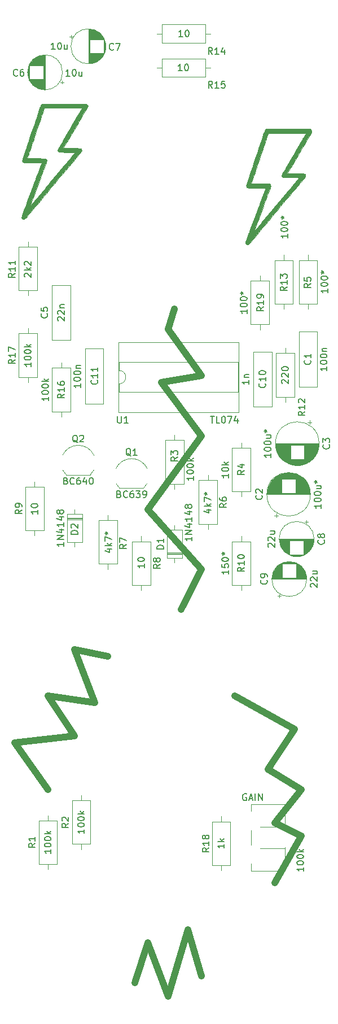
<source format=gbr>
G04 #@! TF.GenerationSoftware,KiCad,Pcbnew,5.1.9-73d0e3b20d~88~ubuntu20.10.1*
G04 #@! TF.CreationDate,2021-03-07T21:41:18+01:00*
G04 #@! TF.ProjectId,kosmo-spring-reverb-driver,6b6f736d-6f2d-4737-9072-696e672d7265,v1.0.1*
G04 #@! TF.SameCoordinates,Original*
G04 #@! TF.FileFunction,Legend,Top*
G04 #@! TF.FilePolarity,Positive*
%FSLAX46Y46*%
G04 Gerber Fmt 4.6, Leading zero omitted, Abs format (unit mm)*
G04 Created by KiCad (PCBNEW 5.1.9-73d0e3b20d~88~ubuntu20.10.1) date 2021-03-07 21:41:18*
%MOMM*%
%LPD*%
G01*
G04 APERTURE LIST*
%ADD10C,1.000000*%
%ADD11C,0.120000*%
%ADD12C,0.010000*%
%ADD13C,0.150000*%
G04 APERTURE END LIST*
D10*
X112000000Y-150000000D02*
X109000000Y-156000000D01*
X104000000Y-141000000D02*
X112000000Y-150000000D01*
X112000000Y-130000000D02*
X104000000Y-141000000D01*
X106000000Y-122000000D02*
X112000000Y-130000000D01*
X112000000Y-121000000D02*
X106000000Y-122000000D01*
X107000000Y-114000000D02*
X112000000Y-121000000D01*
X108000000Y-111000000D02*
X107000000Y-114000000D01*
X110000000Y-204000000D02*
X112000000Y-211000000D01*
X107000000Y-214000000D02*
X110000000Y-204000000D01*
X104000000Y-206000000D02*
X107000000Y-214000000D01*
X102000000Y-212000000D02*
X104000000Y-206000000D01*
X93000000Y-162000000D02*
X98000000Y-163000000D01*
X127000000Y-190000000D02*
X123000000Y-197000000D01*
X123000000Y-188000000D02*
X127000000Y-190000000D01*
X127000000Y-183000000D02*
X123000000Y-188000000D01*
X122000000Y-180000000D02*
X127000000Y-183000000D01*
X126000000Y-174000000D02*
X122000000Y-180000000D01*
X117000000Y-169000000D02*
X126000000Y-174000000D01*
X84000000Y-176000000D02*
X89000000Y-183000000D01*
X93000000Y-175000000D02*
X84000000Y-176000000D01*
X89000000Y-169000000D02*
X93000000Y-175000000D01*
X96000000Y-170000000D02*
X89000000Y-169000000D01*
X93000000Y-162000000D02*
X96000000Y-170000000D01*
D11*
X129670000Y-131150000D02*
G75*
G03*
X129670000Y-131150000I-3270000J0D01*
G01*
X129630000Y-131150000D02*
X123170000Y-131150000D01*
X129630000Y-131190000D02*
X123170000Y-131190000D01*
X129630000Y-131230000D02*
X123170000Y-131230000D01*
X129628000Y-131270000D02*
X123172000Y-131270000D01*
X129627000Y-131310000D02*
X123173000Y-131310000D01*
X129624000Y-131350000D02*
X123176000Y-131350000D01*
X129622000Y-131390000D02*
X127440000Y-131390000D01*
X125360000Y-131390000D02*
X123178000Y-131390000D01*
X129618000Y-131430000D02*
X127440000Y-131430000D01*
X125360000Y-131430000D02*
X123182000Y-131430000D01*
X129615000Y-131470000D02*
X127440000Y-131470000D01*
X125360000Y-131470000D02*
X123185000Y-131470000D01*
X129611000Y-131510000D02*
X127440000Y-131510000D01*
X125360000Y-131510000D02*
X123189000Y-131510000D01*
X129606000Y-131550000D02*
X127440000Y-131550000D01*
X125360000Y-131550000D02*
X123194000Y-131550000D01*
X129601000Y-131590000D02*
X127440000Y-131590000D01*
X125360000Y-131590000D02*
X123199000Y-131590000D01*
X129595000Y-131630000D02*
X127440000Y-131630000D01*
X125360000Y-131630000D02*
X123205000Y-131630000D01*
X129589000Y-131670000D02*
X127440000Y-131670000D01*
X125360000Y-131670000D02*
X123211000Y-131670000D01*
X129582000Y-131710000D02*
X127440000Y-131710000D01*
X125360000Y-131710000D02*
X123218000Y-131710000D01*
X129575000Y-131750000D02*
X127440000Y-131750000D01*
X125360000Y-131750000D02*
X123225000Y-131750000D01*
X129567000Y-131790000D02*
X127440000Y-131790000D01*
X125360000Y-131790000D02*
X123233000Y-131790000D01*
X129559000Y-131830000D02*
X127440000Y-131830000D01*
X125360000Y-131830000D02*
X123241000Y-131830000D01*
X129550000Y-131871000D02*
X127440000Y-131871000D01*
X125360000Y-131871000D02*
X123250000Y-131871000D01*
X129541000Y-131911000D02*
X127440000Y-131911000D01*
X125360000Y-131911000D02*
X123259000Y-131911000D01*
X129531000Y-131951000D02*
X127440000Y-131951000D01*
X125360000Y-131951000D02*
X123269000Y-131951000D01*
X129521000Y-131991000D02*
X127440000Y-131991000D01*
X125360000Y-131991000D02*
X123279000Y-131991000D01*
X129510000Y-132031000D02*
X127440000Y-132031000D01*
X125360000Y-132031000D02*
X123290000Y-132031000D01*
X129498000Y-132071000D02*
X127440000Y-132071000D01*
X125360000Y-132071000D02*
X123302000Y-132071000D01*
X129486000Y-132111000D02*
X127440000Y-132111000D01*
X125360000Y-132111000D02*
X123314000Y-132111000D01*
X129474000Y-132151000D02*
X127440000Y-132151000D01*
X125360000Y-132151000D02*
X123326000Y-132151000D01*
X129461000Y-132191000D02*
X127440000Y-132191000D01*
X125360000Y-132191000D02*
X123339000Y-132191000D01*
X129447000Y-132231000D02*
X127440000Y-132231000D01*
X125360000Y-132231000D02*
X123353000Y-132231000D01*
X129433000Y-132271000D02*
X127440000Y-132271000D01*
X125360000Y-132271000D02*
X123367000Y-132271000D01*
X129418000Y-132311000D02*
X127440000Y-132311000D01*
X125360000Y-132311000D02*
X123382000Y-132311000D01*
X129402000Y-132351000D02*
X127440000Y-132351000D01*
X125360000Y-132351000D02*
X123398000Y-132351000D01*
X129386000Y-132391000D02*
X127440000Y-132391000D01*
X125360000Y-132391000D02*
X123414000Y-132391000D01*
X129370000Y-132431000D02*
X127440000Y-132431000D01*
X125360000Y-132431000D02*
X123430000Y-132431000D01*
X129352000Y-132471000D02*
X127440000Y-132471000D01*
X125360000Y-132471000D02*
X123448000Y-132471000D01*
X129334000Y-132511000D02*
X127440000Y-132511000D01*
X125360000Y-132511000D02*
X123466000Y-132511000D01*
X129316000Y-132551000D02*
X127440000Y-132551000D01*
X125360000Y-132551000D02*
X123484000Y-132551000D01*
X129296000Y-132591000D02*
X127440000Y-132591000D01*
X125360000Y-132591000D02*
X123504000Y-132591000D01*
X129276000Y-132631000D02*
X127440000Y-132631000D01*
X125360000Y-132631000D02*
X123524000Y-132631000D01*
X129256000Y-132671000D02*
X127440000Y-132671000D01*
X125360000Y-132671000D02*
X123544000Y-132671000D01*
X129234000Y-132711000D02*
X127440000Y-132711000D01*
X125360000Y-132711000D02*
X123566000Y-132711000D01*
X129212000Y-132751000D02*
X127440000Y-132751000D01*
X125360000Y-132751000D02*
X123588000Y-132751000D01*
X129190000Y-132791000D02*
X127440000Y-132791000D01*
X125360000Y-132791000D02*
X123610000Y-132791000D01*
X129166000Y-132831000D02*
X127440000Y-132831000D01*
X125360000Y-132831000D02*
X123634000Y-132831000D01*
X129142000Y-132871000D02*
X127440000Y-132871000D01*
X125360000Y-132871000D02*
X123658000Y-132871000D01*
X129116000Y-132911000D02*
X127440000Y-132911000D01*
X125360000Y-132911000D02*
X123684000Y-132911000D01*
X129090000Y-132951000D02*
X127440000Y-132951000D01*
X125360000Y-132951000D02*
X123710000Y-132951000D01*
X129064000Y-132991000D02*
X127440000Y-132991000D01*
X125360000Y-132991000D02*
X123736000Y-132991000D01*
X129036000Y-133031000D02*
X127440000Y-133031000D01*
X125360000Y-133031000D02*
X123764000Y-133031000D01*
X129007000Y-133071000D02*
X127440000Y-133071000D01*
X125360000Y-133071000D02*
X123793000Y-133071000D01*
X128978000Y-133111000D02*
X127440000Y-133111000D01*
X125360000Y-133111000D02*
X123822000Y-133111000D01*
X128948000Y-133151000D02*
X127440000Y-133151000D01*
X125360000Y-133151000D02*
X123852000Y-133151000D01*
X128916000Y-133191000D02*
X127440000Y-133191000D01*
X125360000Y-133191000D02*
X123884000Y-133191000D01*
X128884000Y-133231000D02*
X127440000Y-133231000D01*
X125360000Y-133231000D02*
X123916000Y-133231000D01*
X128850000Y-133271000D02*
X127440000Y-133271000D01*
X125360000Y-133271000D02*
X123950000Y-133271000D01*
X128816000Y-133311000D02*
X127440000Y-133311000D01*
X125360000Y-133311000D02*
X123984000Y-133311000D01*
X128780000Y-133351000D02*
X127440000Y-133351000D01*
X125360000Y-133351000D02*
X124020000Y-133351000D01*
X128743000Y-133391000D02*
X127440000Y-133391000D01*
X125360000Y-133391000D02*
X124057000Y-133391000D01*
X128705000Y-133431000D02*
X127440000Y-133431000D01*
X125360000Y-133431000D02*
X124095000Y-133431000D01*
X128665000Y-133471000D02*
X124135000Y-133471000D01*
X128624000Y-133511000D02*
X124176000Y-133511000D01*
X128582000Y-133551000D02*
X124218000Y-133551000D01*
X128537000Y-133591000D02*
X124263000Y-133591000D01*
X128492000Y-133631000D02*
X124308000Y-133631000D01*
X128444000Y-133671000D02*
X124356000Y-133671000D01*
X128395000Y-133711000D02*
X124405000Y-133711000D01*
X128344000Y-133751000D02*
X124456000Y-133751000D01*
X128290000Y-133791000D02*
X124510000Y-133791000D01*
X128234000Y-133831000D02*
X124566000Y-133831000D01*
X128176000Y-133871000D02*
X124624000Y-133871000D01*
X128114000Y-133911000D02*
X124686000Y-133911000D01*
X128050000Y-133951000D02*
X124750000Y-133951000D01*
X127981000Y-133991000D02*
X124819000Y-133991000D01*
X127909000Y-134031000D02*
X124891000Y-134031000D01*
X127832000Y-134071000D02*
X124968000Y-134071000D01*
X127750000Y-134111000D02*
X125050000Y-134111000D01*
X127662000Y-134151000D02*
X125138000Y-134151000D01*
X127565000Y-134191000D02*
X125235000Y-134191000D01*
X127459000Y-134231000D02*
X125341000Y-134231000D01*
X127340000Y-134271000D02*
X125460000Y-134271000D01*
X127202000Y-134311000D02*
X125598000Y-134311000D01*
X127033000Y-134351000D02*
X125767000Y-134351000D01*
X126802000Y-134391000D02*
X125998000Y-134391000D01*
X128239000Y-127649759D02*
X128239000Y-128279759D01*
X128554000Y-127964759D02*
X127924000Y-127964759D01*
X128370000Y-138750000D02*
G75*
G03*
X128370000Y-138750000I-3270000J0D01*
G01*
X121870000Y-138750000D02*
X128330000Y-138750000D01*
X121870000Y-138710000D02*
X128330000Y-138710000D01*
X121870000Y-138670000D02*
X128330000Y-138670000D01*
X121872000Y-138630000D02*
X128328000Y-138630000D01*
X121873000Y-138590000D02*
X128327000Y-138590000D01*
X121876000Y-138550000D02*
X128324000Y-138550000D01*
X121878000Y-138510000D02*
X124060000Y-138510000D01*
X126140000Y-138510000D02*
X128322000Y-138510000D01*
X121882000Y-138470000D02*
X124060000Y-138470000D01*
X126140000Y-138470000D02*
X128318000Y-138470000D01*
X121885000Y-138430000D02*
X124060000Y-138430000D01*
X126140000Y-138430000D02*
X128315000Y-138430000D01*
X121889000Y-138390000D02*
X124060000Y-138390000D01*
X126140000Y-138390000D02*
X128311000Y-138390000D01*
X121894000Y-138350000D02*
X124060000Y-138350000D01*
X126140000Y-138350000D02*
X128306000Y-138350000D01*
X121899000Y-138310000D02*
X124060000Y-138310000D01*
X126140000Y-138310000D02*
X128301000Y-138310000D01*
X121905000Y-138270000D02*
X124060000Y-138270000D01*
X126140000Y-138270000D02*
X128295000Y-138270000D01*
X121911000Y-138230000D02*
X124060000Y-138230000D01*
X126140000Y-138230000D02*
X128289000Y-138230000D01*
X121918000Y-138190000D02*
X124060000Y-138190000D01*
X126140000Y-138190000D02*
X128282000Y-138190000D01*
X121925000Y-138150000D02*
X124060000Y-138150000D01*
X126140000Y-138150000D02*
X128275000Y-138150000D01*
X121933000Y-138110000D02*
X124060000Y-138110000D01*
X126140000Y-138110000D02*
X128267000Y-138110000D01*
X121941000Y-138070000D02*
X124060000Y-138070000D01*
X126140000Y-138070000D02*
X128259000Y-138070000D01*
X121950000Y-138029000D02*
X124060000Y-138029000D01*
X126140000Y-138029000D02*
X128250000Y-138029000D01*
X121959000Y-137989000D02*
X124060000Y-137989000D01*
X126140000Y-137989000D02*
X128241000Y-137989000D01*
X121969000Y-137949000D02*
X124060000Y-137949000D01*
X126140000Y-137949000D02*
X128231000Y-137949000D01*
X121979000Y-137909000D02*
X124060000Y-137909000D01*
X126140000Y-137909000D02*
X128221000Y-137909000D01*
X121990000Y-137869000D02*
X124060000Y-137869000D01*
X126140000Y-137869000D02*
X128210000Y-137869000D01*
X122002000Y-137829000D02*
X124060000Y-137829000D01*
X126140000Y-137829000D02*
X128198000Y-137829000D01*
X122014000Y-137789000D02*
X124060000Y-137789000D01*
X126140000Y-137789000D02*
X128186000Y-137789000D01*
X122026000Y-137749000D02*
X124060000Y-137749000D01*
X126140000Y-137749000D02*
X128174000Y-137749000D01*
X122039000Y-137709000D02*
X124060000Y-137709000D01*
X126140000Y-137709000D02*
X128161000Y-137709000D01*
X122053000Y-137669000D02*
X124060000Y-137669000D01*
X126140000Y-137669000D02*
X128147000Y-137669000D01*
X122067000Y-137629000D02*
X124060000Y-137629000D01*
X126140000Y-137629000D02*
X128133000Y-137629000D01*
X122082000Y-137589000D02*
X124060000Y-137589000D01*
X126140000Y-137589000D02*
X128118000Y-137589000D01*
X122098000Y-137549000D02*
X124060000Y-137549000D01*
X126140000Y-137549000D02*
X128102000Y-137549000D01*
X122114000Y-137509000D02*
X124060000Y-137509000D01*
X126140000Y-137509000D02*
X128086000Y-137509000D01*
X122130000Y-137469000D02*
X124060000Y-137469000D01*
X126140000Y-137469000D02*
X128070000Y-137469000D01*
X122148000Y-137429000D02*
X124060000Y-137429000D01*
X126140000Y-137429000D02*
X128052000Y-137429000D01*
X122166000Y-137389000D02*
X124060000Y-137389000D01*
X126140000Y-137389000D02*
X128034000Y-137389000D01*
X122184000Y-137349000D02*
X124060000Y-137349000D01*
X126140000Y-137349000D02*
X128016000Y-137349000D01*
X122204000Y-137309000D02*
X124060000Y-137309000D01*
X126140000Y-137309000D02*
X127996000Y-137309000D01*
X122224000Y-137269000D02*
X124060000Y-137269000D01*
X126140000Y-137269000D02*
X127976000Y-137269000D01*
X122244000Y-137229000D02*
X124060000Y-137229000D01*
X126140000Y-137229000D02*
X127956000Y-137229000D01*
X122266000Y-137189000D02*
X124060000Y-137189000D01*
X126140000Y-137189000D02*
X127934000Y-137189000D01*
X122288000Y-137149000D02*
X124060000Y-137149000D01*
X126140000Y-137149000D02*
X127912000Y-137149000D01*
X122310000Y-137109000D02*
X124060000Y-137109000D01*
X126140000Y-137109000D02*
X127890000Y-137109000D01*
X122334000Y-137069000D02*
X124060000Y-137069000D01*
X126140000Y-137069000D02*
X127866000Y-137069000D01*
X122358000Y-137029000D02*
X124060000Y-137029000D01*
X126140000Y-137029000D02*
X127842000Y-137029000D01*
X122384000Y-136989000D02*
X124060000Y-136989000D01*
X126140000Y-136989000D02*
X127816000Y-136989000D01*
X122410000Y-136949000D02*
X124060000Y-136949000D01*
X126140000Y-136949000D02*
X127790000Y-136949000D01*
X122436000Y-136909000D02*
X124060000Y-136909000D01*
X126140000Y-136909000D02*
X127764000Y-136909000D01*
X122464000Y-136869000D02*
X124060000Y-136869000D01*
X126140000Y-136869000D02*
X127736000Y-136869000D01*
X122493000Y-136829000D02*
X124060000Y-136829000D01*
X126140000Y-136829000D02*
X127707000Y-136829000D01*
X122522000Y-136789000D02*
X124060000Y-136789000D01*
X126140000Y-136789000D02*
X127678000Y-136789000D01*
X122552000Y-136749000D02*
X124060000Y-136749000D01*
X126140000Y-136749000D02*
X127648000Y-136749000D01*
X122584000Y-136709000D02*
X124060000Y-136709000D01*
X126140000Y-136709000D02*
X127616000Y-136709000D01*
X122616000Y-136669000D02*
X124060000Y-136669000D01*
X126140000Y-136669000D02*
X127584000Y-136669000D01*
X122650000Y-136629000D02*
X124060000Y-136629000D01*
X126140000Y-136629000D02*
X127550000Y-136629000D01*
X122684000Y-136589000D02*
X124060000Y-136589000D01*
X126140000Y-136589000D02*
X127516000Y-136589000D01*
X122720000Y-136549000D02*
X124060000Y-136549000D01*
X126140000Y-136549000D02*
X127480000Y-136549000D01*
X122757000Y-136509000D02*
X124060000Y-136509000D01*
X126140000Y-136509000D02*
X127443000Y-136509000D01*
X122795000Y-136469000D02*
X124060000Y-136469000D01*
X126140000Y-136469000D02*
X127405000Y-136469000D01*
X122835000Y-136429000D02*
X127365000Y-136429000D01*
X122876000Y-136389000D02*
X127324000Y-136389000D01*
X122918000Y-136349000D02*
X127282000Y-136349000D01*
X122963000Y-136309000D02*
X127237000Y-136309000D01*
X123008000Y-136269000D02*
X127192000Y-136269000D01*
X123056000Y-136229000D02*
X127144000Y-136229000D01*
X123105000Y-136189000D02*
X127095000Y-136189000D01*
X123156000Y-136149000D02*
X127044000Y-136149000D01*
X123210000Y-136109000D02*
X126990000Y-136109000D01*
X123266000Y-136069000D02*
X126934000Y-136069000D01*
X123324000Y-136029000D02*
X126876000Y-136029000D01*
X123386000Y-135989000D02*
X126814000Y-135989000D01*
X123450000Y-135949000D02*
X126750000Y-135949000D01*
X123519000Y-135909000D02*
X126681000Y-135909000D01*
X123591000Y-135869000D02*
X126609000Y-135869000D01*
X123668000Y-135829000D02*
X126532000Y-135829000D01*
X123750000Y-135789000D02*
X126450000Y-135789000D01*
X123838000Y-135749000D02*
X126362000Y-135749000D01*
X123935000Y-135709000D02*
X126265000Y-135709000D01*
X124041000Y-135669000D02*
X126159000Y-135669000D01*
X124160000Y-135629000D02*
X126040000Y-135629000D01*
X124298000Y-135589000D02*
X125902000Y-135589000D01*
X124467000Y-135549000D02*
X125733000Y-135549000D01*
X124698000Y-135509000D02*
X125502000Y-135509000D01*
X123261000Y-142250241D02*
X123261000Y-141620241D01*
X122946000Y-141935241D02*
X123576000Y-141935241D01*
X119430000Y-113290000D02*
X122170000Y-113290000D01*
X122170000Y-113290000D02*
X122170000Y-106750000D01*
X122170000Y-106750000D02*
X119430000Y-106750000D01*
X119430000Y-106750000D02*
X119430000Y-113290000D01*
X120800000Y-114060000D02*
X120800000Y-113290000D01*
X120800000Y-105980000D02*
X120800000Y-106750000D01*
X123030000Y-110190000D02*
X125770000Y-110190000D01*
X125770000Y-110190000D02*
X125770000Y-103650000D01*
X125770000Y-103650000D02*
X123030000Y-103650000D01*
X123030000Y-103650000D02*
X123030000Y-110190000D01*
X124400000Y-110960000D02*
X124400000Y-110190000D01*
X124400000Y-102880000D02*
X124400000Y-103650000D01*
X119479000Y-185179000D02*
X124520000Y-185179000D01*
X119479000Y-195220000D02*
X124520000Y-195220000D01*
X124520000Y-185179000D02*
X124520000Y-188775000D01*
X124520000Y-191625000D02*
X124520000Y-195220000D01*
X119479000Y-194125000D02*
X119479000Y-195220000D01*
X119479000Y-185179000D02*
X119479000Y-186274000D01*
X119479000Y-189126000D02*
X119479000Y-191275000D01*
X120837000Y-188580000D02*
X124520000Y-188580000D01*
X120837000Y-191820000D02*
X124520000Y-191820000D01*
X119479000Y-189126000D02*
X119479000Y-191275000D01*
X124520000Y-188580000D02*
X124520000Y-188775000D01*
X124520000Y-191625000D02*
X124520000Y-191820000D01*
D12*
G36*
X128479406Y-84093661D02*
G01*
X128558164Y-84205553D01*
X128574023Y-84326812D01*
X128528119Y-84467581D01*
X128522576Y-84478517D01*
X128496747Y-84524701D01*
X128439492Y-84624530D01*
X128353606Y-84773197D01*
X128241886Y-84965893D01*
X128107127Y-85197812D01*
X127952125Y-85464145D01*
X127779677Y-85760086D01*
X127592577Y-86080827D01*
X127393622Y-86421561D01*
X127185607Y-86777480D01*
X127179318Y-86788235D01*
X126957041Y-87168385D01*
X126733145Y-87551322D01*
X126511771Y-87929966D01*
X126297057Y-88297236D01*
X126093142Y-88646053D01*
X125904166Y-88969336D01*
X125734266Y-89260005D01*
X125587582Y-89510980D01*
X125468254Y-89715180D01*
X125407168Y-89819733D01*
X124922449Y-90649466D01*
X126207653Y-90666400D01*
X126536319Y-90670804D01*
X126803984Y-90674800D01*
X127017376Y-90678849D01*
X127183223Y-90683412D01*
X127308252Y-90688950D01*
X127399191Y-90695924D01*
X127462766Y-90704795D01*
X127505706Y-90716024D01*
X127534738Y-90730072D01*
X127556589Y-90747400D01*
X127569193Y-90759704D01*
X127631813Y-90862936D01*
X127645528Y-90966200D01*
X127643467Y-90993948D01*
X127635288Y-91025525D01*
X127617991Y-91064772D01*
X127588579Y-91115536D01*
X127544054Y-91181658D01*
X127481419Y-91266985D01*
X127397675Y-91375358D01*
X127289824Y-91510624D01*
X127154870Y-91676624D01*
X126989813Y-91877204D01*
X126791656Y-92116208D01*
X126557401Y-92397479D01*
X126284050Y-92724861D01*
X126133575Y-92904895D01*
X125611361Y-93529532D01*
X125126324Y-94109642D01*
X124672224Y-94652687D01*
X124242818Y-95166128D01*
X123831867Y-95657426D01*
X123433130Y-96134041D01*
X123040364Y-96603435D01*
X122647330Y-97073069D01*
X122247786Y-97550404D01*
X122127803Y-97693733D01*
X121914592Y-97948437D01*
X121668266Y-98242722D01*
X121399175Y-98564220D01*
X121117670Y-98900566D01*
X120834100Y-99239391D01*
X120558816Y-99568330D01*
X120302168Y-99875015D01*
X120238898Y-99950623D01*
X120027642Y-100202317D01*
X119827022Y-100439876D01*
X119641725Y-100657854D01*
X119476438Y-100850804D01*
X119335848Y-101013280D01*
X119224640Y-101139836D01*
X119147502Y-101225023D01*
X119109691Y-101262957D01*
X118984304Y-101326223D01*
X118858511Y-101322473D01*
X118738246Y-101252128D01*
X118720595Y-101235405D01*
X118652543Y-101145503D01*
X118621962Y-101058991D01*
X118621601Y-101050725D01*
X118633187Y-101002632D01*
X118666412Y-100897695D01*
X118718968Y-100742430D01*
X118788553Y-100543353D01*
X118872860Y-100306980D01*
X118969586Y-100039828D01*
X119076426Y-99748413D01*
X119191074Y-99439252D01*
X119200475Y-99414053D01*
X119340808Y-99038087D01*
X119495070Y-98624865D01*
X119657261Y-98190448D01*
X119821385Y-97750898D01*
X119981444Y-97322276D01*
X120131442Y-96920645D01*
X120265380Y-96562066D01*
X120298080Y-96474533D01*
X120427902Y-96127016D01*
X120568296Y-95751178D01*
X120713529Y-95362367D01*
X120857871Y-94975928D01*
X120995587Y-94607209D01*
X121120947Y-94271556D01*
X121226272Y-93989525D01*
X121322344Y-93731432D01*
X121410403Y-93493271D01*
X121487729Y-93282523D01*
X121551602Y-93106666D01*
X121599304Y-92973180D01*
X121628114Y-92889544D01*
X121635734Y-92863458D01*
X121603065Y-92856837D01*
X121509850Y-92850744D01*
X121363274Y-92845341D01*
X121170522Y-92840791D01*
X120938782Y-92837258D01*
X120675237Y-92834905D01*
X120387074Y-92833893D01*
X120330779Y-92833867D01*
X119974104Y-92833596D01*
X119678923Y-92832248D01*
X119439001Y-92829016D01*
X119248099Y-92823095D01*
X119099979Y-92813678D01*
X118988406Y-92799962D01*
X118907140Y-92781138D01*
X118849945Y-92756403D01*
X118810584Y-92724951D01*
X118782817Y-92685975D01*
X118760410Y-92638670D01*
X118757037Y-92630592D01*
X118729092Y-92519508D01*
X118745784Y-92402117D01*
X118747012Y-92397827D01*
X118763156Y-92347398D01*
X118799358Y-92237812D01*
X118815884Y-92188232D01*
X119473295Y-92188232D01*
X120862273Y-92197783D01*
X122251250Y-92207333D01*
X122332959Y-92302355D01*
X122393145Y-92403303D01*
X122414667Y-92499460D01*
X122403059Y-92551607D01*
X122369834Y-92660207D01*
X122317389Y-92818382D01*
X122248124Y-93019250D01*
X122164437Y-93255933D01*
X122068726Y-93521551D01*
X121963390Y-93809224D01*
X121875164Y-94046971D01*
X121755793Y-94366731D01*
X121617435Y-94737249D01*
X121464830Y-95145842D01*
X121302714Y-95579828D01*
X121135827Y-96026521D01*
X120968908Y-96473239D01*
X120806694Y-96907299D01*
X120653923Y-97316015D01*
X120622098Y-97401149D01*
X120473241Y-97799355D01*
X120346402Y-98138805D01*
X120239884Y-98424188D01*
X120151992Y-98660196D01*
X120081028Y-98851516D01*
X120025296Y-99002841D01*
X119983098Y-99118858D01*
X119952738Y-99204259D01*
X119932520Y-99263733D01*
X119920747Y-99301969D01*
X119915722Y-99323659D01*
X119915748Y-99333492D01*
X119919130Y-99336157D01*
X119922021Y-99336266D01*
X119945655Y-99311054D01*
X120008692Y-99238566D01*
X120107131Y-99123530D01*
X120236973Y-98970671D01*
X120394218Y-98784714D01*
X120574866Y-98570387D01*
X120774918Y-98332415D01*
X120990374Y-98075524D01*
X121115821Y-97925697D01*
X121365186Y-97627691D01*
X121623119Y-97319458D01*
X121882215Y-97009846D01*
X122135069Y-96707701D01*
X122374278Y-96421873D01*
X122592435Y-96161208D01*
X122782138Y-95934554D01*
X122935982Y-95750759D01*
X122939600Y-95746437D01*
X123462426Y-95121766D01*
X123942453Y-94548023D01*
X124380456Y-94024279D01*
X124777210Y-93549603D01*
X125133487Y-93123066D01*
X125450064Y-92743737D01*
X125727714Y-92410689D01*
X125967211Y-92122989D01*
X126169331Y-91879710D01*
X126334847Y-91679921D01*
X126464533Y-91522693D01*
X126559165Y-91407095D01*
X126619515Y-91332199D01*
X126646360Y-91297074D01*
X126648001Y-91294090D01*
X126615410Y-91289886D01*
X126522744Y-91286028D01*
X126377658Y-91282632D01*
X126187809Y-91279815D01*
X125960855Y-91277695D01*
X125704451Y-91276386D01*
X125460441Y-91276000D01*
X125086206Y-91274899D01*
X124776961Y-91271606D01*
X124533271Y-91266139D01*
X124355700Y-91258514D01*
X124244813Y-91248747D01*
X124204507Y-91239407D01*
X124127985Y-91165605D01*
X124076884Y-91055901D01*
X124062532Y-90940646D01*
X124073470Y-90888279D01*
X124097007Y-90841750D01*
X124151216Y-90743170D01*
X124232464Y-90598893D01*
X124337120Y-90415271D01*
X124461550Y-90198656D01*
X124602122Y-89955404D01*
X124755203Y-89691865D01*
X124873153Y-89489659D01*
X125247190Y-88849521D01*
X125588373Y-88265529D01*
X125898049Y-87735365D01*
X126177568Y-87256714D01*
X126428278Y-86827258D01*
X126651529Y-86444680D01*
X126848670Y-86106663D01*
X127021048Y-85810891D01*
X127170014Y-85555047D01*
X127296916Y-85336813D01*
X127403103Y-85153873D01*
X127489924Y-85003910D01*
X127558728Y-84884607D01*
X127610863Y-84793647D01*
X127647679Y-84728713D01*
X127670525Y-84687489D01*
X127680749Y-84667657D01*
X127681258Y-84666434D01*
X127675015Y-84658215D01*
X127646981Y-84651031D01*
X127593284Y-84644820D01*
X127510046Y-84639523D01*
X127393395Y-84635080D01*
X127239455Y-84631432D01*
X127044351Y-84628518D01*
X126804209Y-84626278D01*
X126515153Y-84624654D01*
X126173309Y-84623585D01*
X125774803Y-84623010D01*
X125315758Y-84622872D01*
X124871344Y-84623054D01*
X124439896Y-84623513D01*
X124028192Y-84624294D01*
X123641227Y-84625367D01*
X123283992Y-84626703D01*
X122961481Y-84628272D01*
X122678689Y-84630043D01*
X122440607Y-84631988D01*
X122252230Y-84634076D01*
X122118551Y-84636278D01*
X122044562Y-84638563D01*
X122030873Y-84639987D01*
X122016606Y-84675229D01*
X121984362Y-84764960D01*
X121937539Y-84899400D01*
X121879534Y-85068766D01*
X121813745Y-85263277D01*
X121796219Y-85315467D01*
X121743634Y-85472040D01*
X121673733Y-85679803D01*
X121588417Y-85933122D01*
X121489590Y-86226365D01*
X121379153Y-86553898D01*
X121259009Y-86910089D01*
X121131060Y-87289304D01*
X120997209Y-87685911D01*
X120859357Y-88094278D01*
X120719408Y-88508771D01*
X120579264Y-88923757D01*
X120440827Y-89333604D01*
X120305999Y-89732679D01*
X120176682Y-90115348D01*
X120054780Y-90475979D01*
X119942194Y-90808940D01*
X119840827Y-91108597D01*
X119752582Y-91369317D01*
X119679359Y-91585468D01*
X119623063Y-91751417D01*
X119585594Y-91861531D01*
X119574827Y-91892983D01*
X119473295Y-92188232D01*
X118815884Y-92188232D01*
X118853940Y-92074064D01*
X118925222Y-91861146D01*
X119011527Y-91604054D01*
X119111174Y-91307780D01*
X119222485Y-90977319D01*
X119343781Y-90617664D01*
X119473383Y-90233809D01*
X119609611Y-89830748D01*
X119687798Y-89599600D01*
X119840342Y-89148569D01*
X119996993Y-88685045D01*
X120154878Y-88217554D01*
X120311121Y-87754622D01*
X120462847Y-87304777D01*
X120607182Y-86876545D01*
X120741251Y-86478452D01*
X120862177Y-86119025D01*
X120967088Y-85806791D01*
X121052268Y-85552782D01*
X121169859Y-85203250D01*
X121268895Y-84912825D01*
X121351422Y-84676084D01*
X121419484Y-84487610D01*
X121475127Y-84341982D01*
X121520394Y-84233781D01*
X121557331Y-84157586D01*
X121587983Y-84107979D01*
X121604875Y-84088048D01*
X121698257Y-83994667D01*
X128380411Y-83994667D01*
X128479406Y-84093661D01*
G37*
X128479406Y-84093661D02*
X128558164Y-84205553D01*
X128574023Y-84326812D01*
X128528119Y-84467581D01*
X128522576Y-84478517D01*
X128496747Y-84524701D01*
X128439492Y-84624530D01*
X128353606Y-84773197D01*
X128241886Y-84965893D01*
X128107127Y-85197812D01*
X127952125Y-85464145D01*
X127779677Y-85760086D01*
X127592577Y-86080827D01*
X127393622Y-86421561D01*
X127185607Y-86777480D01*
X127179318Y-86788235D01*
X126957041Y-87168385D01*
X126733145Y-87551322D01*
X126511771Y-87929966D01*
X126297057Y-88297236D01*
X126093142Y-88646053D01*
X125904166Y-88969336D01*
X125734266Y-89260005D01*
X125587582Y-89510980D01*
X125468254Y-89715180D01*
X125407168Y-89819733D01*
X124922449Y-90649466D01*
X126207653Y-90666400D01*
X126536319Y-90670804D01*
X126803984Y-90674800D01*
X127017376Y-90678849D01*
X127183223Y-90683412D01*
X127308252Y-90688950D01*
X127399191Y-90695924D01*
X127462766Y-90704795D01*
X127505706Y-90716024D01*
X127534738Y-90730072D01*
X127556589Y-90747400D01*
X127569193Y-90759704D01*
X127631813Y-90862936D01*
X127645528Y-90966200D01*
X127643467Y-90993948D01*
X127635288Y-91025525D01*
X127617991Y-91064772D01*
X127588579Y-91115536D01*
X127544054Y-91181658D01*
X127481419Y-91266985D01*
X127397675Y-91375358D01*
X127289824Y-91510624D01*
X127154870Y-91676624D01*
X126989813Y-91877204D01*
X126791656Y-92116208D01*
X126557401Y-92397479D01*
X126284050Y-92724861D01*
X126133575Y-92904895D01*
X125611361Y-93529532D01*
X125126324Y-94109642D01*
X124672224Y-94652687D01*
X124242818Y-95166128D01*
X123831867Y-95657426D01*
X123433130Y-96134041D01*
X123040364Y-96603435D01*
X122647330Y-97073069D01*
X122247786Y-97550404D01*
X122127803Y-97693733D01*
X121914592Y-97948437D01*
X121668266Y-98242722D01*
X121399175Y-98564220D01*
X121117670Y-98900566D01*
X120834100Y-99239391D01*
X120558816Y-99568330D01*
X120302168Y-99875015D01*
X120238898Y-99950623D01*
X120027642Y-100202317D01*
X119827022Y-100439876D01*
X119641725Y-100657854D01*
X119476438Y-100850804D01*
X119335848Y-101013280D01*
X119224640Y-101139836D01*
X119147502Y-101225023D01*
X119109691Y-101262957D01*
X118984304Y-101326223D01*
X118858511Y-101322473D01*
X118738246Y-101252128D01*
X118720595Y-101235405D01*
X118652543Y-101145503D01*
X118621962Y-101058991D01*
X118621601Y-101050725D01*
X118633187Y-101002632D01*
X118666412Y-100897695D01*
X118718968Y-100742430D01*
X118788553Y-100543353D01*
X118872860Y-100306980D01*
X118969586Y-100039828D01*
X119076426Y-99748413D01*
X119191074Y-99439252D01*
X119200475Y-99414053D01*
X119340808Y-99038087D01*
X119495070Y-98624865D01*
X119657261Y-98190448D01*
X119821385Y-97750898D01*
X119981444Y-97322276D01*
X120131442Y-96920645D01*
X120265380Y-96562066D01*
X120298080Y-96474533D01*
X120427902Y-96127016D01*
X120568296Y-95751178D01*
X120713529Y-95362367D01*
X120857871Y-94975928D01*
X120995587Y-94607209D01*
X121120947Y-94271556D01*
X121226272Y-93989525D01*
X121322344Y-93731432D01*
X121410403Y-93493271D01*
X121487729Y-93282523D01*
X121551602Y-93106666D01*
X121599304Y-92973180D01*
X121628114Y-92889544D01*
X121635734Y-92863458D01*
X121603065Y-92856837D01*
X121509850Y-92850744D01*
X121363274Y-92845341D01*
X121170522Y-92840791D01*
X120938782Y-92837258D01*
X120675237Y-92834905D01*
X120387074Y-92833893D01*
X120330779Y-92833867D01*
X119974104Y-92833596D01*
X119678923Y-92832248D01*
X119439001Y-92829016D01*
X119248099Y-92823095D01*
X119099979Y-92813678D01*
X118988406Y-92799962D01*
X118907140Y-92781138D01*
X118849945Y-92756403D01*
X118810584Y-92724951D01*
X118782817Y-92685975D01*
X118760410Y-92638670D01*
X118757037Y-92630592D01*
X118729092Y-92519508D01*
X118745784Y-92402117D01*
X118747012Y-92397827D01*
X118763156Y-92347398D01*
X118799358Y-92237812D01*
X118815884Y-92188232D01*
X119473295Y-92188232D01*
X120862273Y-92197783D01*
X122251250Y-92207333D01*
X122332959Y-92302355D01*
X122393145Y-92403303D01*
X122414667Y-92499460D01*
X122403059Y-92551607D01*
X122369834Y-92660207D01*
X122317389Y-92818382D01*
X122248124Y-93019250D01*
X122164437Y-93255933D01*
X122068726Y-93521551D01*
X121963390Y-93809224D01*
X121875164Y-94046971D01*
X121755793Y-94366731D01*
X121617435Y-94737249D01*
X121464830Y-95145842D01*
X121302714Y-95579828D01*
X121135827Y-96026521D01*
X120968908Y-96473239D01*
X120806694Y-96907299D01*
X120653923Y-97316015D01*
X120622098Y-97401149D01*
X120473241Y-97799355D01*
X120346402Y-98138805D01*
X120239884Y-98424188D01*
X120151992Y-98660196D01*
X120081028Y-98851516D01*
X120025296Y-99002841D01*
X119983098Y-99118858D01*
X119952738Y-99204259D01*
X119932520Y-99263733D01*
X119920747Y-99301969D01*
X119915722Y-99323659D01*
X119915748Y-99333492D01*
X119919130Y-99336157D01*
X119922021Y-99336266D01*
X119945655Y-99311054D01*
X120008692Y-99238566D01*
X120107131Y-99123530D01*
X120236973Y-98970671D01*
X120394218Y-98784714D01*
X120574866Y-98570387D01*
X120774918Y-98332415D01*
X120990374Y-98075524D01*
X121115821Y-97925697D01*
X121365186Y-97627691D01*
X121623119Y-97319458D01*
X121882215Y-97009846D01*
X122135069Y-96707701D01*
X122374278Y-96421873D01*
X122592435Y-96161208D01*
X122782138Y-95934554D01*
X122935982Y-95750759D01*
X122939600Y-95746437D01*
X123462426Y-95121766D01*
X123942453Y-94548023D01*
X124380456Y-94024279D01*
X124777210Y-93549603D01*
X125133487Y-93123066D01*
X125450064Y-92743737D01*
X125727714Y-92410689D01*
X125967211Y-92122989D01*
X126169331Y-91879710D01*
X126334847Y-91679921D01*
X126464533Y-91522693D01*
X126559165Y-91407095D01*
X126619515Y-91332199D01*
X126646360Y-91297074D01*
X126648001Y-91294090D01*
X126615410Y-91289886D01*
X126522744Y-91286028D01*
X126377658Y-91282632D01*
X126187809Y-91279815D01*
X125960855Y-91277695D01*
X125704451Y-91276386D01*
X125460441Y-91276000D01*
X125086206Y-91274899D01*
X124776961Y-91271606D01*
X124533271Y-91266139D01*
X124355700Y-91258514D01*
X124244813Y-91248747D01*
X124204507Y-91239407D01*
X124127985Y-91165605D01*
X124076884Y-91055901D01*
X124062532Y-90940646D01*
X124073470Y-90888279D01*
X124097007Y-90841750D01*
X124151216Y-90743170D01*
X124232464Y-90598893D01*
X124337120Y-90415271D01*
X124461550Y-90198656D01*
X124602122Y-89955404D01*
X124755203Y-89691865D01*
X124873153Y-89489659D01*
X125247190Y-88849521D01*
X125588373Y-88265529D01*
X125898049Y-87735365D01*
X126177568Y-87256714D01*
X126428278Y-86827258D01*
X126651529Y-86444680D01*
X126848670Y-86106663D01*
X127021048Y-85810891D01*
X127170014Y-85555047D01*
X127296916Y-85336813D01*
X127403103Y-85153873D01*
X127489924Y-85003910D01*
X127558728Y-84884607D01*
X127610863Y-84793647D01*
X127647679Y-84728713D01*
X127670525Y-84687489D01*
X127680749Y-84667657D01*
X127681258Y-84666434D01*
X127675015Y-84658215D01*
X127646981Y-84651031D01*
X127593284Y-84644820D01*
X127510046Y-84639523D01*
X127393395Y-84635080D01*
X127239455Y-84631432D01*
X127044351Y-84628518D01*
X126804209Y-84626278D01*
X126515153Y-84624654D01*
X126173309Y-84623585D01*
X125774803Y-84623010D01*
X125315758Y-84622872D01*
X124871344Y-84623054D01*
X124439896Y-84623513D01*
X124028192Y-84624294D01*
X123641227Y-84625367D01*
X123283992Y-84626703D01*
X122961481Y-84628272D01*
X122678689Y-84630043D01*
X122440607Y-84631988D01*
X122252230Y-84634076D01*
X122118551Y-84636278D01*
X122044562Y-84638563D01*
X122030873Y-84639987D01*
X122016606Y-84675229D01*
X121984362Y-84764960D01*
X121937539Y-84899400D01*
X121879534Y-85068766D01*
X121813745Y-85263277D01*
X121796219Y-85315467D01*
X121743634Y-85472040D01*
X121673733Y-85679803D01*
X121588417Y-85933122D01*
X121489590Y-86226365D01*
X121379153Y-86553898D01*
X121259009Y-86910089D01*
X121131060Y-87289304D01*
X120997209Y-87685911D01*
X120859357Y-88094278D01*
X120719408Y-88508771D01*
X120579264Y-88923757D01*
X120440827Y-89333604D01*
X120305999Y-89732679D01*
X120176682Y-90115348D01*
X120054780Y-90475979D01*
X119942194Y-90808940D01*
X119840827Y-91108597D01*
X119752582Y-91369317D01*
X119679359Y-91585468D01*
X119623063Y-91751417D01*
X119585594Y-91861531D01*
X119574827Y-91892983D01*
X119473295Y-92188232D01*
X118815884Y-92188232D01*
X118853940Y-92074064D01*
X118925222Y-91861146D01*
X119011527Y-91604054D01*
X119111174Y-91307780D01*
X119222485Y-90977319D01*
X119343781Y-90617664D01*
X119473383Y-90233809D01*
X119609611Y-89830748D01*
X119687798Y-89599600D01*
X119840342Y-89148569D01*
X119996993Y-88685045D01*
X120154878Y-88217554D01*
X120311121Y-87754622D01*
X120462847Y-87304777D01*
X120607182Y-86876545D01*
X120741251Y-86478452D01*
X120862177Y-86119025D01*
X120967088Y-85806791D01*
X121052268Y-85552782D01*
X121169859Y-85203250D01*
X121268895Y-84912825D01*
X121351422Y-84676084D01*
X121419484Y-84487610D01*
X121475127Y-84341982D01*
X121520394Y-84233781D01*
X121557331Y-84157586D01*
X121587983Y-84107979D01*
X121604875Y-84088048D01*
X121698257Y-83994667D01*
X128380411Y-83994667D01*
X128479406Y-84093661D01*
G36*
X94879406Y-80293661D02*
G01*
X94958164Y-80405553D01*
X94974023Y-80526812D01*
X94928119Y-80667581D01*
X94922576Y-80678517D01*
X94896747Y-80724701D01*
X94839492Y-80824530D01*
X94753606Y-80973197D01*
X94641886Y-81165893D01*
X94507127Y-81397812D01*
X94352125Y-81664145D01*
X94179677Y-81960086D01*
X93992577Y-82280827D01*
X93793622Y-82621561D01*
X93585607Y-82977480D01*
X93579318Y-82988235D01*
X93357041Y-83368385D01*
X93133145Y-83751322D01*
X92911771Y-84129966D01*
X92697057Y-84497236D01*
X92493142Y-84846053D01*
X92304166Y-85169336D01*
X92134266Y-85460005D01*
X91987582Y-85710980D01*
X91868254Y-85915180D01*
X91807168Y-86019733D01*
X91322449Y-86849466D01*
X92607653Y-86866400D01*
X92936319Y-86870804D01*
X93203984Y-86874800D01*
X93417376Y-86878849D01*
X93583223Y-86883412D01*
X93708252Y-86888950D01*
X93799191Y-86895924D01*
X93862766Y-86904795D01*
X93905706Y-86916024D01*
X93934738Y-86930072D01*
X93956589Y-86947400D01*
X93969193Y-86959704D01*
X94031813Y-87062936D01*
X94045528Y-87166200D01*
X94043467Y-87193948D01*
X94035288Y-87225525D01*
X94017991Y-87264772D01*
X93988579Y-87315536D01*
X93944054Y-87381658D01*
X93881419Y-87466985D01*
X93797675Y-87575358D01*
X93689824Y-87710624D01*
X93554870Y-87876624D01*
X93389813Y-88077204D01*
X93191656Y-88316208D01*
X92957401Y-88597479D01*
X92684050Y-88924861D01*
X92533575Y-89104895D01*
X92011361Y-89729532D01*
X91526324Y-90309642D01*
X91072224Y-90852687D01*
X90642818Y-91366128D01*
X90231867Y-91857426D01*
X89833130Y-92334041D01*
X89440364Y-92803435D01*
X89047330Y-93273069D01*
X88647786Y-93750404D01*
X88527803Y-93893733D01*
X88314592Y-94148437D01*
X88068266Y-94442722D01*
X87799175Y-94764220D01*
X87517670Y-95100566D01*
X87234100Y-95439391D01*
X86958816Y-95768330D01*
X86702168Y-96075015D01*
X86638898Y-96150623D01*
X86427642Y-96402317D01*
X86227022Y-96639876D01*
X86041725Y-96857854D01*
X85876438Y-97050804D01*
X85735848Y-97213280D01*
X85624640Y-97339836D01*
X85547502Y-97425023D01*
X85509691Y-97462957D01*
X85384304Y-97526223D01*
X85258511Y-97522473D01*
X85138246Y-97452128D01*
X85120595Y-97435405D01*
X85052543Y-97345503D01*
X85021962Y-97258991D01*
X85021601Y-97250725D01*
X85033187Y-97202632D01*
X85066412Y-97097695D01*
X85118968Y-96942430D01*
X85188553Y-96743353D01*
X85272860Y-96506980D01*
X85369586Y-96239828D01*
X85476426Y-95948413D01*
X85591074Y-95639252D01*
X85600475Y-95614053D01*
X85740808Y-95238087D01*
X85895070Y-94824865D01*
X86057261Y-94390448D01*
X86221385Y-93950898D01*
X86381444Y-93522276D01*
X86531442Y-93120645D01*
X86665380Y-92762066D01*
X86698080Y-92674533D01*
X86827902Y-92327016D01*
X86968296Y-91951178D01*
X87113529Y-91562367D01*
X87257871Y-91175928D01*
X87395587Y-90807209D01*
X87520947Y-90471556D01*
X87626272Y-90189525D01*
X87722344Y-89931432D01*
X87810403Y-89693271D01*
X87887729Y-89482523D01*
X87951602Y-89306666D01*
X87999304Y-89173180D01*
X88028114Y-89089544D01*
X88035734Y-89063458D01*
X88003065Y-89056837D01*
X87909850Y-89050744D01*
X87763274Y-89045341D01*
X87570522Y-89040791D01*
X87338782Y-89037258D01*
X87075237Y-89034905D01*
X86787074Y-89033893D01*
X86730779Y-89033867D01*
X86374104Y-89033596D01*
X86078923Y-89032248D01*
X85839001Y-89029016D01*
X85648099Y-89023095D01*
X85499979Y-89013678D01*
X85388406Y-88999962D01*
X85307140Y-88981138D01*
X85249945Y-88956403D01*
X85210584Y-88924951D01*
X85182817Y-88885975D01*
X85160410Y-88838670D01*
X85157037Y-88830592D01*
X85129092Y-88719508D01*
X85145784Y-88602117D01*
X85147012Y-88597827D01*
X85163156Y-88547398D01*
X85199358Y-88437812D01*
X85215884Y-88388232D01*
X85873295Y-88388232D01*
X87262273Y-88397783D01*
X88651250Y-88407333D01*
X88732959Y-88502355D01*
X88793145Y-88603303D01*
X88814667Y-88699460D01*
X88803059Y-88751607D01*
X88769834Y-88860207D01*
X88717389Y-89018382D01*
X88648124Y-89219250D01*
X88564437Y-89455933D01*
X88468726Y-89721551D01*
X88363390Y-90009224D01*
X88275164Y-90246971D01*
X88155793Y-90566731D01*
X88017435Y-90937249D01*
X87864830Y-91345842D01*
X87702714Y-91779828D01*
X87535827Y-92226521D01*
X87368908Y-92673239D01*
X87206694Y-93107299D01*
X87053923Y-93516015D01*
X87022098Y-93601149D01*
X86873241Y-93999355D01*
X86746402Y-94338805D01*
X86639884Y-94624188D01*
X86551992Y-94860196D01*
X86481028Y-95051516D01*
X86425296Y-95202841D01*
X86383098Y-95318858D01*
X86352738Y-95404259D01*
X86332520Y-95463733D01*
X86320747Y-95501969D01*
X86315722Y-95523659D01*
X86315748Y-95533492D01*
X86319130Y-95536157D01*
X86322021Y-95536266D01*
X86345655Y-95511054D01*
X86408692Y-95438566D01*
X86507131Y-95323530D01*
X86636973Y-95170671D01*
X86794218Y-94984714D01*
X86974866Y-94770387D01*
X87174918Y-94532415D01*
X87390374Y-94275524D01*
X87515821Y-94125697D01*
X87765186Y-93827691D01*
X88023119Y-93519458D01*
X88282215Y-93209846D01*
X88535069Y-92907701D01*
X88774278Y-92621873D01*
X88992435Y-92361208D01*
X89182138Y-92134554D01*
X89335982Y-91950759D01*
X89339600Y-91946437D01*
X89862426Y-91321766D01*
X90342453Y-90748023D01*
X90780456Y-90224279D01*
X91177210Y-89749603D01*
X91533487Y-89323066D01*
X91850064Y-88943737D01*
X92127714Y-88610689D01*
X92367211Y-88322989D01*
X92569331Y-88079710D01*
X92734847Y-87879921D01*
X92864533Y-87722693D01*
X92959165Y-87607095D01*
X93019515Y-87532199D01*
X93046360Y-87497074D01*
X93048001Y-87494090D01*
X93015410Y-87489886D01*
X92922744Y-87486028D01*
X92777658Y-87482632D01*
X92587809Y-87479815D01*
X92360855Y-87477695D01*
X92104451Y-87476386D01*
X91860441Y-87476000D01*
X91486206Y-87474899D01*
X91176961Y-87471606D01*
X90933271Y-87466139D01*
X90755700Y-87458514D01*
X90644813Y-87448747D01*
X90604507Y-87439407D01*
X90527985Y-87365605D01*
X90476884Y-87255901D01*
X90462532Y-87140646D01*
X90473470Y-87088279D01*
X90497007Y-87041750D01*
X90551216Y-86943170D01*
X90632464Y-86798893D01*
X90737120Y-86615271D01*
X90861550Y-86398656D01*
X91002122Y-86155404D01*
X91155203Y-85891865D01*
X91273153Y-85689659D01*
X91647190Y-85049521D01*
X91988373Y-84465529D01*
X92298049Y-83935365D01*
X92577568Y-83456714D01*
X92828278Y-83027258D01*
X93051529Y-82644680D01*
X93248670Y-82306663D01*
X93421048Y-82010891D01*
X93570014Y-81755047D01*
X93696916Y-81536813D01*
X93803103Y-81353873D01*
X93889924Y-81203910D01*
X93958728Y-81084607D01*
X94010863Y-80993647D01*
X94047679Y-80928713D01*
X94070525Y-80887489D01*
X94080749Y-80867657D01*
X94081258Y-80866434D01*
X94075015Y-80858215D01*
X94046981Y-80851031D01*
X93993284Y-80844820D01*
X93910046Y-80839523D01*
X93793395Y-80835080D01*
X93639455Y-80831432D01*
X93444351Y-80828518D01*
X93204209Y-80826278D01*
X92915153Y-80824654D01*
X92573309Y-80823585D01*
X92174803Y-80823010D01*
X91715758Y-80822872D01*
X91271344Y-80823054D01*
X90839896Y-80823513D01*
X90428192Y-80824294D01*
X90041227Y-80825367D01*
X89683992Y-80826703D01*
X89361481Y-80828272D01*
X89078689Y-80830043D01*
X88840607Y-80831988D01*
X88652230Y-80834076D01*
X88518551Y-80836278D01*
X88444562Y-80838563D01*
X88430873Y-80839987D01*
X88416606Y-80875229D01*
X88384362Y-80964960D01*
X88337539Y-81099400D01*
X88279534Y-81268766D01*
X88213745Y-81463277D01*
X88196219Y-81515467D01*
X88143634Y-81672040D01*
X88073733Y-81879803D01*
X87988417Y-82133122D01*
X87889590Y-82426365D01*
X87779153Y-82753898D01*
X87659009Y-83110089D01*
X87531060Y-83489304D01*
X87397209Y-83885911D01*
X87259357Y-84294278D01*
X87119408Y-84708771D01*
X86979264Y-85123757D01*
X86840827Y-85533604D01*
X86705999Y-85932679D01*
X86576682Y-86315348D01*
X86454780Y-86675979D01*
X86342194Y-87008940D01*
X86240827Y-87308597D01*
X86152582Y-87569317D01*
X86079359Y-87785468D01*
X86023063Y-87951417D01*
X85985594Y-88061531D01*
X85974827Y-88092983D01*
X85873295Y-88388232D01*
X85215884Y-88388232D01*
X85253940Y-88274064D01*
X85325222Y-88061146D01*
X85411527Y-87804054D01*
X85511174Y-87507780D01*
X85622485Y-87177319D01*
X85743781Y-86817664D01*
X85873383Y-86433809D01*
X86009611Y-86030748D01*
X86087798Y-85799600D01*
X86240342Y-85348569D01*
X86396993Y-84885045D01*
X86554878Y-84417554D01*
X86711121Y-83954622D01*
X86862847Y-83504777D01*
X87007182Y-83076545D01*
X87141251Y-82678452D01*
X87262177Y-82319025D01*
X87367088Y-82006791D01*
X87452268Y-81752782D01*
X87569859Y-81403250D01*
X87668895Y-81112825D01*
X87751422Y-80876084D01*
X87819484Y-80687610D01*
X87875127Y-80541982D01*
X87920394Y-80433781D01*
X87957331Y-80357586D01*
X87987983Y-80307979D01*
X88004875Y-80288048D01*
X88098257Y-80194667D01*
X94780411Y-80194667D01*
X94879406Y-80293661D01*
G37*
X94879406Y-80293661D02*
X94958164Y-80405553D01*
X94974023Y-80526812D01*
X94928119Y-80667581D01*
X94922576Y-80678517D01*
X94896747Y-80724701D01*
X94839492Y-80824530D01*
X94753606Y-80973197D01*
X94641886Y-81165893D01*
X94507127Y-81397812D01*
X94352125Y-81664145D01*
X94179677Y-81960086D01*
X93992577Y-82280827D01*
X93793622Y-82621561D01*
X93585607Y-82977480D01*
X93579318Y-82988235D01*
X93357041Y-83368385D01*
X93133145Y-83751322D01*
X92911771Y-84129966D01*
X92697057Y-84497236D01*
X92493142Y-84846053D01*
X92304166Y-85169336D01*
X92134266Y-85460005D01*
X91987582Y-85710980D01*
X91868254Y-85915180D01*
X91807168Y-86019733D01*
X91322449Y-86849466D01*
X92607653Y-86866400D01*
X92936319Y-86870804D01*
X93203984Y-86874800D01*
X93417376Y-86878849D01*
X93583223Y-86883412D01*
X93708252Y-86888950D01*
X93799191Y-86895924D01*
X93862766Y-86904795D01*
X93905706Y-86916024D01*
X93934738Y-86930072D01*
X93956589Y-86947400D01*
X93969193Y-86959704D01*
X94031813Y-87062936D01*
X94045528Y-87166200D01*
X94043467Y-87193948D01*
X94035288Y-87225525D01*
X94017991Y-87264772D01*
X93988579Y-87315536D01*
X93944054Y-87381658D01*
X93881419Y-87466985D01*
X93797675Y-87575358D01*
X93689824Y-87710624D01*
X93554870Y-87876624D01*
X93389813Y-88077204D01*
X93191656Y-88316208D01*
X92957401Y-88597479D01*
X92684050Y-88924861D01*
X92533575Y-89104895D01*
X92011361Y-89729532D01*
X91526324Y-90309642D01*
X91072224Y-90852687D01*
X90642818Y-91366128D01*
X90231867Y-91857426D01*
X89833130Y-92334041D01*
X89440364Y-92803435D01*
X89047330Y-93273069D01*
X88647786Y-93750404D01*
X88527803Y-93893733D01*
X88314592Y-94148437D01*
X88068266Y-94442722D01*
X87799175Y-94764220D01*
X87517670Y-95100566D01*
X87234100Y-95439391D01*
X86958816Y-95768330D01*
X86702168Y-96075015D01*
X86638898Y-96150623D01*
X86427642Y-96402317D01*
X86227022Y-96639876D01*
X86041725Y-96857854D01*
X85876438Y-97050804D01*
X85735848Y-97213280D01*
X85624640Y-97339836D01*
X85547502Y-97425023D01*
X85509691Y-97462957D01*
X85384304Y-97526223D01*
X85258511Y-97522473D01*
X85138246Y-97452128D01*
X85120595Y-97435405D01*
X85052543Y-97345503D01*
X85021962Y-97258991D01*
X85021601Y-97250725D01*
X85033187Y-97202632D01*
X85066412Y-97097695D01*
X85118968Y-96942430D01*
X85188553Y-96743353D01*
X85272860Y-96506980D01*
X85369586Y-96239828D01*
X85476426Y-95948413D01*
X85591074Y-95639252D01*
X85600475Y-95614053D01*
X85740808Y-95238087D01*
X85895070Y-94824865D01*
X86057261Y-94390448D01*
X86221385Y-93950898D01*
X86381444Y-93522276D01*
X86531442Y-93120645D01*
X86665380Y-92762066D01*
X86698080Y-92674533D01*
X86827902Y-92327016D01*
X86968296Y-91951178D01*
X87113529Y-91562367D01*
X87257871Y-91175928D01*
X87395587Y-90807209D01*
X87520947Y-90471556D01*
X87626272Y-90189525D01*
X87722344Y-89931432D01*
X87810403Y-89693271D01*
X87887729Y-89482523D01*
X87951602Y-89306666D01*
X87999304Y-89173180D01*
X88028114Y-89089544D01*
X88035734Y-89063458D01*
X88003065Y-89056837D01*
X87909850Y-89050744D01*
X87763274Y-89045341D01*
X87570522Y-89040791D01*
X87338782Y-89037258D01*
X87075237Y-89034905D01*
X86787074Y-89033893D01*
X86730779Y-89033867D01*
X86374104Y-89033596D01*
X86078923Y-89032248D01*
X85839001Y-89029016D01*
X85648099Y-89023095D01*
X85499979Y-89013678D01*
X85388406Y-88999962D01*
X85307140Y-88981138D01*
X85249945Y-88956403D01*
X85210584Y-88924951D01*
X85182817Y-88885975D01*
X85160410Y-88838670D01*
X85157037Y-88830592D01*
X85129092Y-88719508D01*
X85145784Y-88602117D01*
X85147012Y-88597827D01*
X85163156Y-88547398D01*
X85199358Y-88437812D01*
X85215884Y-88388232D01*
X85873295Y-88388232D01*
X87262273Y-88397783D01*
X88651250Y-88407333D01*
X88732959Y-88502355D01*
X88793145Y-88603303D01*
X88814667Y-88699460D01*
X88803059Y-88751607D01*
X88769834Y-88860207D01*
X88717389Y-89018382D01*
X88648124Y-89219250D01*
X88564437Y-89455933D01*
X88468726Y-89721551D01*
X88363390Y-90009224D01*
X88275164Y-90246971D01*
X88155793Y-90566731D01*
X88017435Y-90937249D01*
X87864830Y-91345842D01*
X87702714Y-91779828D01*
X87535827Y-92226521D01*
X87368908Y-92673239D01*
X87206694Y-93107299D01*
X87053923Y-93516015D01*
X87022098Y-93601149D01*
X86873241Y-93999355D01*
X86746402Y-94338805D01*
X86639884Y-94624188D01*
X86551992Y-94860196D01*
X86481028Y-95051516D01*
X86425296Y-95202841D01*
X86383098Y-95318858D01*
X86352738Y-95404259D01*
X86332520Y-95463733D01*
X86320747Y-95501969D01*
X86315722Y-95523659D01*
X86315748Y-95533492D01*
X86319130Y-95536157D01*
X86322021Y-95536266D01*
X86345655Y-95511054D01*
X86408692Y-95438566D01*
X86507131Y-95323530D01*
X86636973Y-95170671D01*
X86794218Y-94984714D01*
X86974866Y-94770387D01*
X87174918Y-94532415D01*
X87390374Y-94275524D01*
X87515821Y-94125697D01*
X87765186Y-93827691D01*
X88023119Y-93519458D01*
X88282215Y-93209846D01*
X88535069Y-92907701D01*
X88774278Y-92621873D01*
X88992435Y-92361208D01*
X89182138Y-92134554D01*
X89335982Y-91950759D01*
X89339600Y-91946437D01*
X89862426Y-91321766D01*
X90342453Y-90748023D01*
X90780456Y-90224279D01*
X91177210Y-89749603D01*
X91533487Y-89323066D01*
X91850064Y-88943737D01*
X92127714Y-88610689D01*
X92367211Y-88322989D01*
X92569331Y-88079710D01*
X92734847Y-87879921D01*
X92864533Y-87722693D01*
X92959165Y-87607095D01*
X93019515Y-87532199D01*
X93046360Y-87497074D01*
X93048001Y-87494090D01*
X93015410Y-87489886D01*
X92922744Y-87486028D01*
X92777658Y-87482632D01*
X92587809Y-87479815D01*
X92360855Y-87477695D01*
X92104451Y-87476386D01*
X91860441Y-87476000D01*
X91486206Y-87474899D01*
X91176961Y-87471606D01*
X90933271Y-87466139D01*
X90755700Y-87458514D01*
X90644813Y-87448747D01*
X90604507Y-87439407D01*
X90527985Y-87365605D01*
X90476884Y-87255901D01*
X90462532Y-87140646D01*
X90473470Y-87088279D01*
X90497007Y-87041750D01*
X90551216Y-86943170D01*
X90632464Y-86798893D01*
X90737120Y-86615271D01*
X90861550Y-86398656D01*
X91002122Y-86155404D01*
X91155203Y-85891865D01*
X91273153Y-85689659D01*
X91647190Y-85049521D01*
X91988373Y-84465529D01*
X92298049Y-83935365D01*
X92577568Y-83456714D01*
X92828278Y-83027258D01*
X93051529Y-82644680D01*
X93248670Y-82306663D01*
X93421048Y-82010891D01*
X93570014Y-81755047D01*
X93696916Y-81536813D01*
X93803103Y-81353873D01*
X93889924Y-81203910D01*
X93958728Y-81084607D01*
X94010863Y-80993647D01*
X94047679Y-80928713D01*
X94070525Y-80887489D01*
X94080749Y-80867657D01*
X94081258Y-80866434D01*
X94075015Y-80858215D01*
X94046981Y-80851031D01*
X93993284Y-80844820D01*
X93910046Y-80839523D01*
X93793395Y-80835080D01*
X93639455Y-80831432D01*
X93444351Y-80828518D01*
X93204209Y-80826278D01*
X92915153Y-80824654D01*
X92573309Y-80823585D01*
X92174803Y-80823010D01*
X91715758Y-80822872D01*
X91271344Y-80823054D01*
X90839896Y-80823513D01*
X90428192Y-80824294D01*
X90041227Y-80825367D01*
X89683992Y-80826703D01*
X89361481Y-80828272D01*
X89078689Y-80830043D01*
X88840607Y-80831988D01*
X88652230Y-80834076D01*
X88518551Y-80836278D01*
X88444562Y-80838563D01*
X88430873Y-80839987D01*
X88416606Y-80875229D01*
X88384362Y-80964960D01*
X88337539Y-81099400D01*
X88279534Y-81268766D01*
X88213745Y-81463277D01*
X88196219Y-81515467D01*
X88143634Y-81672040D01*
X88073733Y-81879803D01*
X87988417Y-82133122D01*
X87889590Y-82426365D01*
X87779153Y-82753898D01*
X87659009Y-83110089D01*
X87531060Y-83489304D01*
X87397209Y-83885911D01*
X87259357Y-84294278D01*
X87119408Y-84708771D01*
X86979264Y-85123757D01*
X86840827Y-85533604D01*
X86705999Y-85932679D01*
X86576682Y-86315348D01*
X86454780Y-86675979D01*
X86342194Y-87008940D01*
X86240827Y-87308597D01*
X86152582Y-87569317D01*
X86079359Y-87785468D01*
X86023063Y-87951417D01*
X85985594Y-88061531D01*
X85974827Y-88092983D01*
X85873295Y-88388232D01*
X85215884Y-88388232D01*
X85253940Y-88274064D01*
X85325222Y-88061146D01*
X85411527Y-87804054D01*
X85511174Y-87507780D01*
X85622485Y-87177319D01*
X85743781Y-86817664D01*
X85873383Y-86433809D01*
X86009611Y-86030748D01*
X86087798Y-85799600D01*
X86240342Y-85348569D01*
X86396993Y-84885045D01*
X86554878Y-84417554D01*
X86711121Y-83954622D01*
X86862847Y-83504777D01*
X87007182Y-83076545D01*
X87141251Y-82678452D01*
X87262177Y-82319025D01*
X87367088Y-82006791D01*
X87452268Y-81752782D01*
X87569859Y-81403250D01*
X87668895Y-81112825D01*
X87751422Y-80876084D01*
X87819484Y-80687610D01*
X87875127Y-80541982D01*
X87920394Y-80433781D01*
X87957331Y-80357586D01*
X87987983Y-80307979D01*
X88004875Y-80288048D01*
X88098257Y-80194667D01*
X94780411Y-80194667D01*
X94879406Y-80293661D01*
D11*
X115000000Y-195120000D02*
X115000000Y-194350000D01*
X115000000Y-187040000D02*
X115000000Y-187810000D01*
X116370000Y-194350000D02*
X116370000Y-187810000D01*
X113630000Y-194350000D02*
X116370000Y-194350000D01*
X113630000Y-187810000D02*
X113630000Y-194350000D01*
X116370000Y-187810000D02*
X113630000Y-187810000D01*
X127820000Y-151450000D02*
G75*
G03*
X127820000Y-151450000I-2620000J0D01*
G01*
X122620000Y-151450000D02*
X127780000Y-151450000D01*
X122620000Y-151410000D02*
X127780000Y-151410000D01*
X122621000Y-151370000D02*
X127779000Y-151370000D01*
X122622000Y-151330000D02*
X127778000Y-151330000D01*
X122624000Y-151290000D02*
X127776000Y-151290000D01*
X122627000Y-151250000D02*
X127773000Y-151250000D01*
X122631000Y-151210000D02*
X124160000Y-151210000D01*
X126240000Y-151210000D02*
X127769000Y-151210000D01*
X122635000Y-151170000D02*
X124160000Y-151170000D01*
X126240000Y-151170000D02*
X127765000Y-151170000D01*
X122639000Y-151130000D02*
X124160000Y-151130000D01*
X126240000Y-151130000D02*
X127761000Y-151130000D01*
X122644000Y-151090000D02*
X124160000Y-151090000D01*
X126240000Y-151090000D02*
X127756000Y-151090000D01*
X122650000Y-151050000D02*
X124160000Y-151050000D01*
X126240000Y-151050000D02*
X127750000Y-151050000D01*
X122657000Y-151010000D02*
X124160000Y-151010000D01*
X126240000Y-151010000D02*
X127743000Y-151010000D01*
X122664000Y-150970000D02*
X124160000Y-150970000D01*
X126240000Y-150970000D02*
X127736000Y-150970000D01*
X122672000Y-150930000D02*
X124160000Y-150930000D01*
X126240000Y-150930000D02*
X127728000Y-150930000D01*
X122680000Y-150890000D02*
X124160000Y-150890000D01*
X126240000Y-150890000D02*
X127720000Y-150890000D01*
X122689000Y-150850000D02*
X124160000Y-150850000D01*
X126240000Y-150850000D02*
X127711000Y-150850000D01*
X122699000Y-150810000D02*
X124160000Y-150810000D01*
X126240000Y-150810000D02*
X127701000Y-150810000D01*
X122709000Y-150770000D02*
X124160000Y-150770000D01*
X126240000Y-150770000D02*
X127691000Y-150770000D01*
X122720000Y-150729000D02*
X124160000Y-150729000D01*
X126240000Y-150729000D02*
X127680000Y-150729000D01*
X122732000Y-150689000D02*
X124160000Y-150689000D01*
X126240000Y-150689000D02*
X127668000Y-150689000D01*
X122745000Y-150649000D02*
X124160000Y-150649000D01*
X126240000Y-150649000D02*
X127655000Y-150649000D01*
X122758000Y-150609000D02*
X124160000Y-150609000D01*
X126240000Y-150609000D02*
X127642000Y-150609000D01*
X122772000Y-150569000D02*
X124160000Y-150569000D01*
X126240000Y-150569000D02*
X127628000Y-150569000D01*
X122786000Y-150529000D02*
X124160000Y-150529000D01*
X126240000Y-150529000D02*
X127614000Y-150529000D01*
X122802000Y-150489000D02*
X124160000Y-150489000D01*
X126240000Y-150489000D02*
X127598000Y-150489000D01*
X122818000Y-150449000D02*
X124160000Y-150449000D01*
X126240000Y-150449000D02*
X127582000Y-150449000D01*
X122835000Y-150409000D02*
X124160000Y-150409000D01*
X126240000Y-150409000D02*
X127565000Y-150409000D01*
X122852000Y-150369000D02*
X124160000Y-150369000D01*
X126240000Y-150369000D02*
X127548000Y-150369000D01*
X122871000Y-150329000D02*
X124160000Y-150329000D01*
X126240000Y-150329000D02*
X127529000Y-150329000D01*
X122890000Y-150289000D02*
X124160000Y-150289000D01*
X126240000Y-150289000D02*
X127510000Y-150289000D01*
X122910000Y-150249000D02*
X124160000Y-150249000D01*
X126240000Y-150249000D02*
X127490000Y-150249000D01*
X122932000Y-150209000D02*
X124160000Y-150209000D01*
X126240000Y-150209000D02*
X127468000Y-150209000D01*
X122953000Y-150169000D02*
X124160000Y-150169000D01*
X126240000Y-150169000D02*
X127447000Y-150169000D01*
X122976000Y-150129000D02*
X124160000Y-150129000D01*
X126240000Y-150129000D02*
X127424000Y-150129000D01*
X123000000Y-150089000D02*
X124160000Y-150089000D01*
X126240000Y-150089000D02*
X127400000Y-150089000D01*
X123025000Y-150049000D02*
X124160000Y-150049000D01*
X126240000Y-150049000D02*
X127375000Y-150049000D01*
X123051000Y-150009000D02*
X124160000Y-150009000D01*
X126240000Y-150009000D02*
X127349000Y-150009000D01*
X123078000Y-149969000D02*
X124160000Y-149969000D01*
X126240000Y-149969000D02*
X127322000Y-149969000D01*
X123105000Y-149929000D02*
X124160000Y-149929000D01*
X126240000Y-149929000D02*
X127295000Y-149929000D01*
X123135000Y-149889000D02*
X124160000Y-149889000D01*
X126240000Y-149889000D02*
X127265000Y-149889000D01*
X123165000Y-149849000D02*
X124160000Y-149849000D01*
X126240000Y-149849000D02*
X127235000Y-149849000D01*
X123196000Y-149809000D02*
X124160000Y-149809000D01*
X126240000Y-149809000D02*
X127204000Y-149809000D01*
X123229000Y-149769000D02*
X124160000Y-149769000D01*
X126240000Y-149769000D02*
X127171000Y-149769000D01*
X123263000Y-149729000D02*
X124160000Y-149729000D01*
X126240000Y-149729000D02*
X127137000Y-149729000D01*
X123299000Y-149689000D02*
X124160000Y-149689000D01*
X126240000Y-149689000D02*
X127101000Y-149689000D01*
X123336000Y-149649000D02*
X124160000Y-149649000D01*
X126240000Y-149649000D02*
X127064000Y-149649000D01*
X123374000Y-149609000D02*
X124160000Y-149609000D01*
X126240000Y-149609000D02*
X127026000Y-149609000D01*
X123415000Y-149569000D02*
X124160000Y-149569000D01*
X126240000Y-149569000D02*
X126985000Y-149569000D01*
X123457000Y-149529000D02*
X124160000Y-149529000D01*
X126240000Y-149529000D02*
X126943000Y-149529000D01*
X123501000Y-149489000D02*
X124160000Y-149489000D01*
X126240000Y-149489000D02*
X126899000Y-149489000D01*
X123547000Y-149449000D02*
X124160000Y-149449000D01*
X126240000Y-149449000D02*
X126853000Y-149449000D01*
X123595000Y-149409000D02*
X124160000Y-149409000D01*
X126240000Y-149409000D02*
X126805000Y-149409000D01*
X123646000Y-149369000D02*
X124160000Y-149369000D01*
X126240000Y-149369000D02*
X126754000Y-149369000D01*
X123700000Y-149329000D02*
X124160000Y-149329000D01*
X126240000Y-149329000D02*
X126700000Y-149329000D01*
X123757000Y-149289000D02*
X124160000Y-149289000D01*
X126240000Y-149289000D02*
X126643000Y-149289000D01*
X123817000Y-149249000D02*
X124160000Y-149249000D01*
X126240000Y-149249000D02*
X126583000Y-149249000D01*
X123881000Y-149209000D02*
X124160000Y-149209000D01*
X126240000Y-149209000D02*
X126519000Y-149209000D01*
X123949000Y-149169000D02*
X124160000Y-149169000D01*
X126240000Y-149169000D02*
X126451000Y-149169000D01*
X124022000Y-149129000D02*
X126378000Y-149129000D01*
X124102000Y-149089000D02*
X126298000Y-149089000D01*
X124189000Y-149049000D02*
X126211000Y-149049000D01*
X124285000Y-149009000D02*
X126115000Y-149009000D01*
X124395000Y-148969000D02*
X126005000Y-148969000D01*
X124523000Y-148929000D02*
X125877000Y-148929000D01*
X124682000Y-148889000D02*
X125718000Y-148889000D01*
X124916000Y-148849000D02*
X125484000Y-148849000D01*
X123725000Y-154254775D02*
X123725000Y-153754775D01*
X123475000Y-154004775D02*
X123975000Y-154004775D01*
X128920000Y-145450000D02*
G75*
G03*
X128920000Y-145450000I-2620000J0D01*
G01*
X128880000Y-145450000D02*
X123720000Y-145450000D01*
X128880000Y-145490000D02*
X123720000Y-145490000D01*
X128879000Y-145530000D02*
X123721000Y-145530000D01*
X128878000Y-145570000D02*
X123722000Y-145570000D01*
X128876000Y-145610000D02*
X123724000Y-145610000D01*
X128873000Y-145650000D02*
X123727000Y-145650000D01*
X128869000Y-145690000D02*
X127340000Y-145690000D01*
X125260000Y-145690000D02*
X123731000Y-145690000D01*
X128865000Y-145730000D02*
X127340000Y-145730000D01*
X125260000Y-145730000D02*
X123735000Y-145730000D01*
X128861000Y-145770000D02*
X127340000Y-145770000D01*
X125260000Y-145770000D02*
X123739000Y-145770000D01*
X128856000Y-145810000D02*
X127340000Y-145810000D01*
X125260000Y-145810000D02*
X123744000Y-145810000D01*
X128850000Y-145850000D02*
X127340000Y-145850000D01*
X125260000Y-145850000D02*
X123750000Y-145850000D01*
X128843000Y-145890000D02*
X127340000Y-145890000D01*
X125260000Y-145890000D02*
X123757000Y-145890000D01*
X128836000Y-145930000D02*
X127340000Y-145930000D01*
X125260000Y-145930000D02*
X123764000Y-145930000D01*
X128828000Y-145970000D02*
X127340000Y-145970000D01*
X125260000Y-145970000D02*
X123772000Y-145970000D01*
X128820000Y-146010000D02*
X127340000Y-146010000D01*
X125260000Y-146010000D02*
X123780000Y-146010000D01*
X128811000Y-146050000D02*
X127340000Y-146050000D01*
X125260000Y-146050000D02*
X123789000Y-146050000D01*
X128801000Y-146090000D02*
X127340000Y-146090000D01*
X125260000Y-146090000D02*
X123799000Y-146090000D01*
X128791000Y-146130000D02*
X127340000Y-146130000D01*
X125260000Y-146130000D02*
X123809000Y-146130000D01*
X128780000Y-146171000D02*
X127340000Y-146171000D01*
X125260000Y-146171000D02*
X123820000Y-146171000D01*
X128768000Y-146211000D02*
X127340000Y-146211000D01*
X125260000Y-146211000D02*
X123832000Y-146211000D01*
X128755000Y-146251000D02*
X127340000Y-146251000D01*
X125260000Y-146251000D02*
X123845000Y-146251000D01*
X128742000Y-146291000D02*
X127340000Y-146291000D01*
X125260000Y-146291000D02*
X123858000Y-146291000D01*
X128728000Y-146331000D02*
X127340000Y-146331000D01*
X125260000Y-146331000D02*
X123872000Y-146331000D01*
X128714000Y-146371000D02*
X127340000Y-146371000D01*
X125260000Y-146371000D02*
X123886000Y-146371000D01*
X128698000Y-146411000D02*
X127340000Y-146411000D01*
X125260000Y-146411000D02*
X123902000Y-146411000D01*
X128682000Y-146451000D02*
X127340000Y-146451000D01*
X125260000Y-146451000D02*
X123918000Y-146451000D01*
X128665000Y-146491000D02*
X127340000Y-146491000D01*
X125260000Y-146491000D02*
X123935000Y-146491000D01*
X128648000Y-146531000D02*
X127340000Y-146531000D01*
X125260000Y-146531000D02*
X123952000Y-146531000D01*
X128629000Y-146571000D02*
X127340000Y-146571000D01*
X125260000Y-146571000D02*
X123971000Y-146571000D01*
X128610000Y-146611000D02*
X127340000Y-146611000D01*
X125260000Y-146611000D02*
X123990000Y-146611000D01*
X128590000Y-146651000D02*
X127340000Y-146651000D01*
X125260000Y-146651000D02*
X124010000Y-146651000D01*
X128568000Y-146691000D02*
X127340000Y-146691000D01*
X125260000Y-146691000D02*
X124032000Y-146691000D01*
X128547000Y-146731000D02*
X127340000Y-146731000D01*
X125260000Y-146731000D02*
X124053000Y-146731000D01*
X128524000Y-146771000D02*
X127340000Y-146771000D01*
X125260000Y-146771000D02*
X124076000Y-146771000D01*
X128500000Y-146811000D02*
X127340000Y-146811000D01*
X125260000Y-146811000D02*
X124100000Y-146811000D01*
X128475000Y-146851000D02*
X127340000Y-146851000D01*
X125260000Y-146851000D02*
X124125000Y-146851000D01*
X128449000Y-146891000D02*
X127340000Y-146891000D01*
X125260000Y-146891000D02*
X124151000Y-146891000D01*
X128422000Y-146931000D02*
X127340000Y-146931000D01*
X125260000Y-146931000D02*
X124178000Y-146931000D01*
X128395000Y-146971000D02*
X127340000Y-146971000D01*
X125260000Y-146971000D02*
X124205000Y-146971000D01*
X128365000Y-147011000D02*
X127340000Y-147011000D01*
X125260000Y-147011000D02*
X124235000Y-147011000D01*
X128335000Y-147051000D02*
X127340000Y-147051000D01*
X125260000Y-147051000D02*
X124265000Y-147051000D01*
X128304000Y-147091000D02*
X127340000Y-147091000D01*
X125260000Y-147091000D02*
X124296000Y-147091000D01*
X128271000Y-147131000D02*
X127340000Y-147131000D01*
X125260000Y-147131000D02*
X124329000Y-147131000D01*
X128237000Y-147171000D02*
X127340000Y-147171000D01*
X125260000Y-147171000D02*
X124363000Y-147171000D01*
X128201000Y-147211000D02*
X127340000Y-147211000D01*
X125260000Y-147211000D02*
X124399000Y-147211000D01*
X128164000Y-147251000D02*
X127340000Y-147251000D01*
X125260000Y-147251000D02*
X124436000Y-147251000D01*
X128126000Y-147291000D02*
X127340000Y-147291000D01*
X125260000Y-147291000D02*
X124474000Y-147291000D01*
X128085000Y-147331000D02*
X127340000Y-147331000D01*
X125260000Y-147331000D02*
X124515000Y-147331000D01*
X128043000Y-147371000D02*
X127340000Y-147371000D01*
X125260000Y-147371000D02*
X124557000Y-147371000D01*
X127999000Y-147411000D02*
X127340000Y-147411000D01*
X125260000Y-147411000D02*
X124601000Y-147411000D01*
X127953000Y-147451000D02*
X127340000Y-147451000D01*
X125260000Y-147451000D02*
X124647000Y-147451000D01*
X127905000Y-147491000D02*
X127340000Y-147491000D01*
X125260000Y-147491000D02*
X124695000Y-147491000D01*
X127854000Y-147531000D02*
X127340000Y-147531000D01*
X125260000Y-147531000D02*
X124746000Y-147531000D01*
X127800000Y-147571000D02*
X127340000Y-147571000D01*
X125260000Y-147571000D02*
X124800000Y-147571000D01*
X127743000Y-147611000D02*
X127340000Y-147611000D01*
X125260000Y-147611000D02*
X124857000Y-147611000D01*
X127683000Y-147651000D02*
X127340000Y-147651000D01*
X125260000Y-147651000D02*
X124917000Y-147651000D01*
X127619000Y-147691000D02*
X127340000Y-147691000D01*
X125260000Y-147691000D02*
X124981000Y-147691000D01*
X127551000Y-147731000D02*
X127340000Y-147731000D01*
X125260000Y-147731000D02*
X125049000Y-147731000D01*
X127478000Y-147771000D02*
X125122000Y-147771000D01*
X127398000Y-147811000D02*
X125202000Y-147811000D01*
X127311000Y-147851000D02*
X125289000Y-147851000D01*
X127215000Y-147891000D02*
X125385000Y-147891000D01*
X127105000Y-147931000D02*
X125495000Y-147931000D01*
X126977000Y-147971000D02*
X125623000Y-147971000D01*
X126818000Y-148011000D02*
X125782000Y-148011000D01*
X126584000Y-148051000D02*
X126016000Y-148051000D01*
X127775000Y-142645225D02*
X127775000Y-143145225D01*
X128025000Y-142895225D02*
X127525000Y-142895225D01*
X97670000Y-71600000D02*
G75*
G03*
X97670000Y-71600000I-2620000J0D01*
G01*
X95050000Y-69020000D02*
X95050000Y-74180000D01*
X95090000Y-69020000D02*
X95090000Y-74180000D01*
X95130000Y-69021000D02*
X95130000Y-74179000D01*
X95170000Y-69022000D02*
X95170000Y-74178000D01*
X95210000Y-69024000D02*
X95210000Y-74176000D01*
X95250000Y-69027000D02*
X95250000Y-74173000D01*
X95290000Y-69031000D02*
X95290000Y-70560000D01*
X95290000Y-72640000D02*
X95290000Y-74169000D01*
X95330000Y-69035000D02*
X95330000Y-70560000D01*
X95330000Y-72640000D02*
X95330000Y-74165000D01*
X95370000Y-69039000D02*
X95370000Y-70560000D01*
X95370000Y-72640000D02*
X95370000Y-74161000D01*
X95410000Y-69044000D02*
X95410000Y-70560000D01*
X95410000Y-72640000D02*
X95410000Y-74156000D01*
X95450000Y-69050000D02*
X95450000Y-70560000D01*
X95450000Y-72640000D02*
X95450000Y-74150000D01*
X95490000Y-69057000D02*
X95490000Y-70560000D01*
X95490000Y-72640000D02*
X95490000Y-74143000D01*
X95530000Y-69064000D02*
X95530000Y-70560000D01*
X95530000Y-72640000D02*
X95530000Y-74136000D01*
X95570000Y-69072000D02*
X95570000Y-70560000D01*
X95570000Y-72640000D02*
X95570000Y-74128000D01*
X95610000Y-69080000D02*
X95610000Y-70560000D01*
X95610000Y-72640000D02*
X95610000Y-74120000D01*
X95650000Y-69089000D02*
X95650000Y-70560000D01*
X95650000Y-72640000D02*
X95650000Y-74111000D01*
X95690000Y-69099000D02*
X95690000Y-70560000D01*
X95690000Y-72640000D02*
X95690000Y-74101000D01*
X95730000Y-69109000D02*
X95730000Y-70560000D01*
X95730000Y-72640000D02*
X95730000Y-74091000D01*
X95771000Y-69120000D02*
X95771000Y-70560000D01*
X95771000Y-72640000D02*
X95771000Y-74080000D01*
X95811000Y-69132000D02*
X95811000Y-70560000D01*
X95811000Y-72640000D02*
X95811000Y-74068000D01*
X95851000Y-69145000D02*
X95851000Y-70560000D01*
X95851000Y-72640000D02*
X95851000Y-74055000D01*
X95891000Y-69158000D02*
X95891000Y-70560000D01*
X95891000Y-72640000D02*
X95891000Y-74042000D01*
X95931000Y-69172000D02*
X95931000Y-70560000D01*
X95931000Y-72640000D02*
X95931000Y-74028000D01*
X95971000Y-69186000D02*
X95971000Y-70560000D01*
X95971000Y-72640000D02*
X95971000Y-74014000D01*
X96011000Y-69202000D02*
X96011000Y-70560000D01*
X96011000Y-72640000D02*
X96011000Y-73998000D01*
X96051000Y-69218000D02*
X96051000Y-70560000D01*
X96051000Y-72640000D02*
X96051000Y-73982000D01*
X96091000Y-69235000D02*
X96091000Y-70560000D01*
X96091000Y-72640000D02*
X96091000Y-73965000D01*
X96131000Y-69252000D02*
X96131000Y-70560000D01*
X96131000Y-72640000D02*
X96131000Y-73948000D01*
X96171000Y-69271000D02*
X96171000Y-70560000D01*
X96171000Y-72640000D02*
X96171000Y-73929000D01*
X96211000Y-69290000D02*
X96211000Y-70560000D01*
X96211000Y-72640000D02*
X96211000Y-73910000D01*
X96251000Y-69310000D02*
X96251000Y-70560000D01*
X96251000Y-72640000D02*
X96251000Y-73890000D01*
X96291000Y-69332000D02*
X96291000Y-70560000D01*
X96291000Y-72640000D02*
X96291000Y-73868000D01*
X96331000Y-69353000D02*
X96331000Y-70560000D01*
X96331000Y-72640000D02*
X96331000Y-73847000D01*
X96371000Y-69376000D02*
X96371000Y-70560000D01*
X96371000Y-72640000D02*
X96371000Y-73824000D01*
X96411000Y-69400000D02*
X96411000Y-70560000D01*
X96411000Y-72640000D02*
X96411000Y-73800000D01*
X96451000Y-69425000D02*
X96451000Y-70560000D01*
X96451000Y-72640000D02*
X96451000Y-73775000D01*
X96491000Y-69451000D02*
X96491000Y-70560000D01*
X96491000Y-72640000D02*
X96491000Y-73749000D01*
X96531000Y-69478000D02*
X96531000Y-70560000D01*
X96531000Y-72640000D02*
X96531000Y-73722000D01*
X96571000Y-69505000D02*
X96571000Y-70560000D01*
X96571000Y-72640000D02*
X96571000Y-73695000D01*
X96611000Y-69535000D02*
X96611000Y-70560000D01*
X96611000Y-72640000D02*
X96611000Y-73665000D01*
X96651000Y-69565000D02*
X96651000Y-70560000D01*
X96651000Y-72640000D02*
X96651000Y-73635000D01*
X96691000Y-69596000D02*
X96691000Y-70560000D01*
X96691000Y-72640000D02*
X96691000Y-73604000D01*
X96731000Y-69629000D02*
X96731000Y-70560000D01*
X96731000Y-72640000D02*
X96731000Y-73571000D01*
X96771000Y-69663000D02*
X96771000Y-70560000D01*
X96771000Y-72640000D02*
X96771000Y-73537000D01*
X96811000Y-69699000D02*
X96811000Y-70560000D01*
X96811000Y-72640000D02*
X96811000Y-73501000D01*
X96851000Y-69736000D02*
X96851000Y-70560000D01*
X96851000Y-72640000D02*
X96851000Y-73464000D01*
X96891000Y-69774000D02*
X96891000Y-70560000D01*
X96891000Y-72640000D02*
X96891000Y-73426000D01*
X96931000Y-69815000D02*
X96931000Y-70560000D01*
X96931000Y-72640000D02*
X96931000Y-73385000D01*
X96971000Y-69857000D02*
X96971000Y-70560000D01*
X96971000Y-72640000D02*
X96971000Y-73343000D01*
X97011000Y-69901000D02*
X97011000Y-70560000D01*
X97011000Y-72640000D02*
X97011000Y-73299000D01*
X97051000Y-69947000D02*
X97051000Y-70560000D01*
X97051000Y-72640000D02*
X97051000Y-73253000D01*
X97091000Y-69995000D02*
X97091000Y-70560000D01*
X97091000Y-72640000D02*
X97091000Y-73205000D01*
X97131000Y-70046000D02*
X97131000Y-70560000D01*
X97131000Y-72640000D02*
X97131000Y-73154000D01*
X97171000Y-70100000D02*
X97171000Y-70560000D01*
X97171000Y-72640000D02*
X97171000Y-73100000D01*
X97211000Y-70157000D02*
X97211000Y-70560000D01*
X97211000Y-72640000D02*
X97211000Y-73043000D01*
X97251000Y-70217000D02*
X97251000Y-70560000D01*
X97251000Y-72640000D02*
X97251000Y-72983000D01*
X97291000Y-70281000D02*
X97291000Y-70560000D01*
X97291000Y-72640000D02*
X97291000Y-72919000D01*
X97331000Y-70349000D02*
X97331000Y-70560000D01*
X97331000Y-72640000D02*
X97331000Y-72851000D01*
X97371000Y-70422000D02*
X97371000Y-72778000D01*
X97411000Y-70502000D02*
X97411000Y-72698000D01*
X97451000Y-70589000D02*
X97451000Y-72611000D01*
X97491000Y-70685000D02*
X97491000Y-72515000D01*
X97531000Y-70795000D02*
X97531000Y-72405000D01*
X97571000Y-70923000D02*
X97571000Y-72277000D01*
X97611000Y-71082000D02*
X97611000Y-72118000D01*
X97651000Y-71316000D02*
X97651000Y-71884000D01*
X92245225Y-70125000D02*
X92745225Y-70125000D01*
X92495225Y-69875000D02*
X92495225Y-70375000D01*
X91170000Y-75500000D02*
G75*
G03*
X91170000Y-75500000I-2620000J0D01*
G01*
X88550000Y-78080000D02*
X88550000Y-72920000D01*
X88510000Y-78080000D02*
X88510000Y-72920000D01*
X88470000Y-78079000D02*
X88470000Y-72921000D01*
X88430000Y-78078000D02*
X88430000Y-72922000D01*
X88390000Y-78076000D02*
X88390000Y-72924000D01*
X88350000Y-78073000D02*
X88350000Y-72927000D01*
X88310000Y-78069000D02*
X88310000Y-76540000D01*
X88310000Y-74460000D02*
X88310000Y-72931000D01*
X88270000Y-78065000D02*
X88270000Y-76540000D01*
X88270000Y-74460000D02*
X88270000Y-72935000D01*
X88230000Y-78061000D02*
X88230000Y-76540000D01*
X88230000Y-74460000D02*
X88230000Y-72939000D01*
X88190000Y-78056000D02*
X88190000Y-76540000D01*
X88190000Y-74460000D02*
X88190000Y-72944000D01*
X88150000Y-78050000D02*
X88150000Y-76540000D01*
X88150000Y-74460000D02*
X88150000Y-72950000D01*
X88110000Y-78043000D02*
X88110000Y-76540000D01*
X88110000Y-74460000D02*
X88110000Y-72957000D01*
X88070000Y-78036000D02*
X88070000Y-76540000D01*
X88070000Y-74460000D02*
X88070000Y-72964000D01*
X88030000Y-78028000D02*
X88030000Y-76540000D01*
X88030000Y-74460000D02*
X88030000Y-72972000D01*
X87990000Y-78020000D02*
X87990000Y-76540000D01*
X87990000Y-74460000D02*
X87990000Y-72980000D01*
X87950000Y-78011000D02*
X87950000Y-76540000D01*
X87950000Y-74460000D02*
X87950000Y-72989000D01*
X87910000Y-78001000D02*
X87910000Y-76540000D01*
X87910000Y-74460000D02*
X87910000Y-72999000D01*
X87870000Y-77991000D02*
X87870000Y-76540000D01*
X87870000Y-74460000D02*
X87870000Y-73009000D01*
X87829000Y-77980000D02*
X87829000Y-76540000D01*
X87829000Y-74460000D02*
X87829000Y-73020000D01*
X87789000Y-77968000D02*
X87789000Y-76540000D01*
X87789000Y-74460000D02*
X87789000Y-73032000D01*
X87749000Y-77955000D02*
X87749000Y-76540000D01*
X87749000Y-74460000D02*
X87749000Y-73045000D01*
X87709000Y-77942000D02*
X87709000Y-76540000D01*
X87709000Y-74460000D02*
X87709000Y-73058000D01*
X87669000Y-77928000D02*
X87669000Y-76540000D01*
X87669000Y-74460000D02*
X87669000Y-73072000D01*
X87629000Y-77914000D02*
X87629000Y-76540000D01*
X87629000Y-74460000D02*
X87629000Y-73086000D01*
X87589000Y-77898000D02*
X87589000Y-76540000D01*
X87589000Y-74460000D02*
X87589000Y-73102000D01*
X87549000Y-77882000D02*
X87549000Y-76540000D01*
X87549000Y-74460000D02*
X87549000Y-73118000D01*
X87509000Y-77865000D02*
X87509000Y-76540000D01*
X87509000Y-74460000D02*
X87509000Y-73135000D01*
X87469000Y-77848000D02*
X87469000Y-76540000D01*
X87469000Y-74460000D02*
X87469000Y-73152000D01*
X87429000Y-77829000D02*
X87429000Y-76540000D01*
X87429000Y-74460000D02*
X87429000Y-73171000D01*
X87389000Y-77810000D02*
X87389000Y-76540000D01*
X87389000Y-74460000D02*
X87389000Y-73190000D01*
X87349000Y-77790000D02*
X87349000Y-76540000D01*
X87349000Y-74460000D02*
X87349000Y-73210000D01*
X87309000Y-77768000D02*
X87309000Y-76540000D01*
X87309000Y-74460000D02*
X87309000Y-73232000D01*
X87269000Y-77747000D02*
X87269000Y-76540000D01*
X87269000Y-74460000D02*
X87269000Y-73253000D01*
X87229000Y-77724000D02*
X87229000Y-76540000D01*
X87229000Y-74460000D02*
X87229000Y-73276000D01*
X87189000Y-77700000D02*
X87189000Y-76540000D01*
X87189000Y-74460000D02*
X87189000Y-73300000D01*
X87149000Y-77675000D02*
X87149000Y-76540000D01*
X87149000Y-74460000D02*
X87149000Y-73325000D01*
X87109000Y-77649000D02*
X87109000Y-76540000D01*
X87109000Y-74460000D02*
X87109000Y-73351000D01*
X87069000Y-77622000D02*
X87069000Y-76540000D01*
X87069000Y-74460000D02*
X87069000Y-73378000D01*
X87029000Y-77595000D02*
X87029000Y-76540000D01*
X87029000Y-74460000D02*
X87029000Y-73405000D01*
X86989000Y-77565000D02*
X86989000Y-76540000D01*
X86989000Y-74460000D02*
X86989000Y-73435000D01*
X86949000Y-77535000D02*
X86949000Y-76540000D01*
X86949000Y-74460000D02*
X86949000Y-73465000D01*
X86909000Y-77504000D02*
X86909000Y-76540000D01*
X86909000Y-74460000D02*
X86909000Y-73496000D01*
X86869000Y-77471000D02*
X86869000Y-76540000D01*
X86869000Y-74460000D02*
X86869000Y-73529000D01*
X86829000Y-77437000D02*
X86829000Y-76540000D01*
X86829000Y-74460000D02*
X86829000Y-73563000D01*
X86789000Y-77401000D02*
X86789000Y-76540000D01*
X86789000Y-74460000D02*
X86789000Y-73599000D01*
X86749000Y-77364000D02*
X86749000Y-76540000D01*
X86749000Y-74460000D02*
X86749000Y-73636000D01*
X86709000Y-77326000D02*
X86709000Y-76540000D01*
X86709000Y-74460000D02*
X86709000Y-73674000D01*
X86669000Y-77285000D02*
X86669000Y-76540000D01*
X86669000Y-74460000D02*
X86669000Y-73715000D01*
X86629000Y-77243000D02*
X86629000Y-76540000D01*
X86629000Y-74460000D02*
X86629000Y-73757000D01*
X86589000Y-77199000D02*
X86589000Y-76540000D01*
X86589000Y-74460000D02*
X86589000Y-73801000D01*
X86549000Y-77153000D02*
X86549000Y-76540000D01*
X86549000Y-74460000D02*
X86549000Y-73847000D01*
X86509000Y-77105000D02*
X86509000Y-76540000D01*
X86509000Y-74460000D02*
X86509000Y-73895000D01*
X86469000Y-77054000D02*
X86469000Y-76540000D01*
X86469000Y-74460000D02*
X86469000Y-73946000D01*
X86429000Y-77000000D02*
X86429000Y-76540000D01*
X86429000Y-74460000D02*
X86429000Y-74000000D01*
X86389000Y-76943000D02*
X86389000Y-76540000D01*
X86389000Y-74460000D02*
X86389000Y-74057000D01*
X86349000Y-76883000D02*
X86349000Y-76540000D01*
X86349000Y-74460000D02*
X86349000Y-74117000D01*
X86309000Y-76819000D02*
X86309000Y-76540000D01*
X86309000Y-74460000D02*
X86309000Y-74181000D01*
X86269000Y-76751000D02*
X86269000Y-76540000D01*
X86269000Y-74460000D02*
X86269000Y-74249000D01*
X86229000Y-76678000D02*
X86229000Y-74322000D01*
X86189000Y-76598000D02*
X86189000Y-74402000D01*
X86149000Y-76511000D02*
X86149000Y-74489000D01*
X86109000Y-76415000D02*
X86109000Y-74585000D01*
X86069000Y-76305000D02*
X86069000Y-74695000D01*
X86029000Y-76177000D02*
X86029000Y-74823000D01*
X85989000Y-76018000D02*
X85989000Y-74982000D01*
X85949000Y-75784000D02*
X85949000Y-75216000D01*
X91354775Y-76975000D02*
X90854775Y-76975000D01*
X91104775Y-77225000D02*
X91104775Y-76725000D01*
X97283968Y-116916371D02*
X97283968Y-125156371D01*
X94543968Y-116916371D02*
X94543968Y-125156371D01*
X97283968Y-116916371D02*
X94543968Y-116916371D01*
X97283968Y-125156371D02*
X94543968Y-125156371D01*
X122570000Y-117380000D02*
X122570000Y-125620000D01*
X119830000Y-117380000D02*
X119830000Y-125620000D01*
X122570000Y-117380000D02*
X119830000Y-117380000D01*
X122570000Y-125620000D02*
X119830000Y-125620000D01*
X89630000Y-115620000D02*
X89630000Y-107380000D01*
X92370000Y-115620000D02*
X92370000Y-107380000D01*
X89630000Y-115620000D02*
X92370000Y-115620000D01*
X89630000Y-107380000D02*
X92370000Y-107380000D01*
X129370000Y-114380000D02*
X129370000Y-122620000D01*
X126630000Y-114380000D02*
X126630000Y-122620000D01*
X129370000Y-114380000D02*
X126630000Y-114380000D01*
X129370000Y-122620000D02*
X126630000Y-122620000D01*
X99610000Y-115940000D02*
X99610000Y-126440000D01*
X117630000Y-115940000D02*
X99610000Y-115940000D01*
X117630000Y-126440000D02*
X117630000Y-115940000D01*
X99610000Y-126440000D02*
X117630000Y-126440000D01*
X99670000Y-118940000D02*
X99670000Y-120190000D01*
X117570000Y-118940000D02*
X99670000Y-118940000D01*
X117570000Y-123440000D02*
X117570000Y-118940000D01*
X99670000Y-123440000D02*
X117570000Y-123440000D01*
X99670000Y-122190000D02*
X99670000Y-123440000D01*
X99670000Y-120190000D02*
G75*
G02*
X99670000Y-122190000I0J-1000000D01*
G01*
X86000000Y-113880000D02*
X86000000Y-114650000D01*
X86000000Y-121960000D02*
X86000000Y-121190000D01*
X84630000Y-114650000D02*
X84630000Y-121190000D01*
X87370000Y-114650000D02*
X84630000Y-114650000D01*
X87370000Y-121190000D02*
X87370000Y-114650000D01*
X84630000Y-121190000D02*
X87370000Y-121190000D01*
X91000000Y-127120000D02*
X91000000Y-126350000D01*
X91000000Y-119040000D02*
X91000000Y-119810000D01*
X92370000Y-126350000D02*
X92370000Y-119810000D01*
X89630000Y-126350000D02*
X92370000Y-126350000D01*
X89630000Y-119810000D02*
X89630000Y-126350000D01*
X92370000Y-119810000D02*
X89630000Y-119810000D01*
X113420000Y-74800000D02*
X112650000Y-74800000D01*
X105340000Y-74800000D02*
X106110000Y-74800000D01*
X112650000Y-73430000D02*
X106110000Y-73430000D01*
X112650000Y-76170000D02*
X112650000Y-73430000D01*
X106110000Y-76170000D02*
X112650000Y-76170000D01*
X106110000Y-73430000D02*
X106110000Y-76170000D01*
X113420000Y-69700000D02*
X112650000Y-69700000D01*
X105340000Y-69700000D02*
X106110000Y-69700000D01*
X112650000Y-68330000D02*
X106110000Y-68330000D01*
X112650000Y-71070000D02*
X112650000Y-68330000D01*
X106110000Y-71070000D02*
X112650000Y-71070000D01*
X106110000Y-68330000D02*
X106110000Y-71070000D01*
X124600000Y-124920000D02*
X124600000Y-124150000D01*
X124600000Y-116840000D02*
X124600000Y-117610000D01*
X125970000Y-124150000D02*
X125970000Y-117610000D01*
X123230000Y-124150000D02*
X125970000Y-124150000D01*
X123230000Y-117610000D02*
X123230000Y-124150000D01*
X125970000Y-117610000D02*
X123230000Y-117610000D01*
X86000000Y-100880000D02*
X86000000Y-101650000D01*
X86000000Y-108960000D02*
X86000000Y-108190000D01*
X84630000Y-101650000D02*
X84630000Y-108190000D01*
X87370000Y-101650000D02*
X84630000Y-101650000D01*
X87370000Y-108190000D02*
X87370000Y-101650000D01*
X84630000Y-108190000D02*
X87370000Y-108190000D01*
X118000000Y-153120000D02*
X118000000Y-152350000D01*
X118000000Y-145040000D02*
X118000000Y-145810000D01*
X119370000Y-152350000D02*
X119370000Y-145810000D01*
X116630000Y-152350000D02*
X119370000Y-152350000D01*
X116630000Y-145810000D02*
X116630000Y-152350000D01*
X119370000Y-145810000D02*
X116630000Y-145810000D01*
X87000000Y-136880000D02*
X87000000Y-137650000D01*
X87000000Y-144960000D02*
X87000000Y-144190000D01*
X85630000Y-137650000D02*
X85630000Y-144190000D01*
X88370000Y-137650000D02*
X85630000Y-137650000D01*
X88370000Y-144190000D02*
X88370000Y-137650000D01*
X85630000Y-144190000D02*
X88370000Y-144190000D01*
X103000000Y-153120000D02*
X103000000Y-152350000D01*
X103000000Y-145040000D02*
X103000000Y-145810000D01*
X104370000Y-152350000D02*
X104370000Y-145810000D01*
X101630000Y-152350000D02*
X104370000Y-152350000D01*
X101630000Y-145810000D02*
X101630000Y-152350000D01*
X104370000Y-145810000D02*
X101630000Y-145810000D01*
X98000000Y-141880000D02*
X98000000Y-142650000D01*
X98000000Y-149960000D02*
X98000000Y-149190000D01*
X96630000Y-142650000D02*
X96630000Y-149190000D01*
X99370000Y-142650000D02*
X96630000Y-142650000D01*
X99370000Y-149190000D02*
X99370000Y-142650000D01*
X96630000Y-149190000D02*
X99370000Y-149190000D01*
X113000000Y-135880000D02*
X113000000Y-136650000D01*
X113000000Y-143960000D02*
X113000000Y-143190000D01*
X111630000Y-136650000D02*
X111630000Y-143190000D01*
X114370000Y-136650000D02*
X111630000Y-136650000D01*
X114370000Y-143190000D02*
X114370000Y-136650000D01*
X111630000Y-143190000D02*
X114370000Y-143190000D01*
X128000000Y-102880000D02*
X128000000Y-103650000D01*
X128000000Y-110960000D02*
X128000000Y-110190000D01*
X126630000Y-103650000D02*
X126630000Y-110190000D01*
X129370000Y-103650000D02*
X126630000Y-103650000D01*
X129370000Y-110190000D02*
X129370000Y-103650000D01*
X126630000Y-110190000D02*
X129370000Y-110190000D01*
X118000000Y-139120000D02*
X118000000Y-138350000D01*
X118000000Y-131040000D02*
X118000000Y-131810000D01*
X119370000Y-138350000D02*
X119370000Y-131810000D01*
X116630000Y-138350000D02*
X119370000Y-138350000D01*
X116630000Y-131810000D02*
X116630000Y-138350000D01*
X119370000Y-131810000D02*
X116630000Y-131810000D01*
X108000000Y-129880000D02*
X108000000Y-130650000D01*
X108000000Y-137960000D02*
X108000000Y-137190000D01*
X106630000Y-130650000D02*
X106630000Y-137190000D01*
X109370000Y-130650000D02*
X106630000Y-130650000D01*
X109370000Y-137190000D02*
X109370000Y-130650000D01*
X106630000Y-137190000D02*
X109370000Y-137190000D01*
X94000000Y-183880000D02*
X94000000Y-184650000D01*
X94000000Y-191960000D02*
X94000000Y-191190000D01*
X92630000Y-184650000D02*
X92630000Y-191190000D01*
X95370000Y-184650000D02*
X92630000Y-184650000D01*
X95370000Y-191190000D02*
X95370000Y-184650000D01*
X92630000Y-191190000D02*
X95370000Y-191190000D01*
X89000000Y-186880000D02*
X89000000Y-187650000D01*
X89000000Y-194960000D02*
X89000000Y-194190000D01*
X87630000Y-187650000D02*
X87630000Y-194190000D01*
X90370000Y-187650000D02*
X87630000Y-187650000D01*
X90370000Y-194190000D02*
X90370000Y-187650000D01*
X87630000Y-194190000D02*
X90370000Y-194190000D01*
X91740000Y-135850000D02*
X95340000Y-135850000D01*
X95864184Y-135122795D02*
G75*
G02*
X95340000Y-135850000I-2324184J1122795D01*
G01*
X95896400Y-132901193D02*
G75*
G03*
X93540000Y-131400000I-2356400J-1098807D01*
G01*
X91183600Y-132901193D02*
G75*
G02*
X93540000Y-131400000I2356400J-1098807D01*
G01*
X91215816Y-135122795D02*
G75*
G03*
X91740000Y-135850000I2324184J1122795D01*
G01*
X99740000Y-137850000D02*
X103340000Y-137850000D01*
X103864184Y-137122795D02*
G75*
G02*
X103340000Y-137850000I-2324184J1122795D01*
G01*
X103896400Y-134901193D02*
G75*
G03*
X101540000Y-133400000I-2356400J-1098807D01*
G01*
X99183600Y-134901193D02*
G75*
G02*
X101540000Y-133400000I2356400J-1098807D01*
G01*
X99215816Y-137122795D02*
G75*
G03*
X99740000Y-137850000I2324184J1122795D01*
G01*
X94120000Y-142290000D02*
X91880000Y-142290000D01*
X94120000Y-142530000D02*
X91880000Y-142530000D01*
X94120000Y-142410000D02*
X91880000Y-142410000D01*
X93000000Y-146580000D02*
X93000000Y-145930000D01*
X93000000Y-141040000D02*
X93000000Y-141690000D01*
X94120000Y-145930000D02*
X94120000Y-141690000D01*
X91880000Y-145930000D02*
X94120000Y-145930000D01*
X91880000Y-141690000D02*
X91880000Y-145930000D01*
X94120000Y-141690000D02*
X91880000Y-141690000D01*
X106880000Y-147710000D02*
X109120000Y-147710000D01*
X106880000Y-147470000D02*
X109120000Y-147470000D01*
X106880000Y-147590000D02*
X109120000Y-147590000D01*
X108000000Y-143420000D02*
X108000000Y-144070000D01*
X108000000Y-148960000D02*
X108000000Y-148310000D01*
X106880000Y-144070000D02*
X106880000Y-148310000D01*
X109120000Y-144070000D02*
X106880000Y-144070000D01*
X109120000Y-148310000D02*
X109120000Y-144070000D01*
X106880000Y-148310000D02*
X109120000Y-148310000D01*
D13*
X131157142Y-131316666D02*
X131204761Y-131364285D01*
X131252380Y-131507142D01*
X131252380Y-131602380D01*
X131204761Y-131745238D01*
X131109523Y-131840476D01*
X131014285Y-131888095D01*
X130823809Y-131935714D01*
X130680952Y-131935714D01*
X130490476Y-131888095D01*
X130395238Y-131840476D01*
X130300000Y-131745238D01*
X130252380Y-131602380D01*
X130252380Y-131507142D01*
X130300000Y-131364285D01*
X130347619Y-131316666D01*
X130252380Y-130983333D02*
X130252380Y-130364285D01*
X130633333Y-130697619D01*
X130633333Y-130554761D01*
X130680952Y-130459523D01*
X130728571Y-130411904D01*
X130823809Y-130364285D01*
X131061904Y-130364285D01*
X131157142Y-130411904D01*
X131204761Y-130459523D01*
X131252380Y-130554761D01*
X131252380Y-130840476D01*
X131204761Y-130935714D01*
X131157142Y-130983333D01*
X122452380Y-132650000D02*
X122452380Y-133221428D01*
X122452380Y-132935714D02*
X121452380Y-132935714D01*
X121595238Y-133030952D01*
X121690476Y-133126190D01*
X121738095Y-133221428D01*
X121452380Y-132030952D02*
X121452380Y-131935714D01*
X121500000Y-131840476D01*
X121547619Y-131792857D01*
X121642857Y-131745238D01*
X121833333Y-131697619D01*
X122071428Y-131697619D01*
X122261904Y-131745238D01*
X122357142Y-131792857D01*
X122404761Y-131840476D01*
X122452380Y-131935714D01*
X122452380Y-132030952D01*
X122404761Y-132126190D01*
X122357142Y-132173809D01*
X122261904Y-132221428D01*
X122071428Y-132269047D01*
X121833333Y-132269047D01*
X121642857Y-132221428D01*
X121547619Y-132173809D01*
X121500000Y-132126190D01*
X121452380Y-132030952D01*
X121452380Y-131078571D02*
X121452380Y-130983333D01*
X121500000Y-130888095D01*
X121547619Y-130840476D01*
X121642857Y-130792857D01*
X121833333Y-130745238D01*
X122071428Y-130745238D01*
X122261904Y-130792857D01*
X122357142Y-130840476D01*
X122404761Y-130888095D01*
X122452380Y-130983333D01*
X122452380Y-131078571D01*
X122404761Y-131173809D01*
X122357142Y-131221428D01*
X122261904Y-131269047D01*
X122071428Y-131316666D01*
X121833333Y-131316666D01*
X121642857Y-131269047D01*
X121547619Y-131221428D01*
X121500000Y-131173809D01*
X121452380Y-131078571D01*
X121785714Y-129888095D02*
X122452380Y-129888095D01*
X121785714Y-130316666D02*
X122309523Y-130316666D01*
X122404761Y-130269047D01*
X122452380Y-130173809D01*
X122452380Y-130030952D01*
X122404761Y-129935714D01*
X122357142Y-129888095D01*
X121452380Y-129269047D02*
X121690476Y-129269047D01*
X121595238Y-129507142D02*
X121690476Y-129269047D01*
X121595238Y-129030952D01*
X121880952Y-129411904D02*
X121690476Y-129269047D01*
X121880952Y-129126190D01*
X121057142Y-138916666D02*
X121104761Y-138964285D01*
X121152380Y-139107142D01*
X121152380Y-139202380D01*
X121104761Y-139345238D01*
X121009523Y-139440476D01*
X120914285Y-139488095D01*
X120723809Y-139535714D01*
X120580952Y-139535714D01*
X120390476Y-139488095D01*
X120295238Y-139440476D01*
X120200000Y-139345238D01*
X120152380Y-139202380D01*
X120152380Y-139107142D01*
X120200000Y-138964285D01*
X120247619Y-138916666D01*
X120247619Y-138535714D02*
X120200000Y-138488095D01*
X120152380Y-138392857D01*
X120152380Y-138154761D01*
X120200000Y-138059523D01*
X120247619Y-138011904D01*
X120342857Y-137964285D01*
X120438095Y-137964285D01*
X120580952Y-138011904D01*
X121152380Y-138583333D01*
X121152380Y-137964285D01*
X129952380Y-140250000D02*
X129952380Y-140821428D01*
X129952380Y-140535714D02*
X128952380Y-140535714D01*
X129095238Y-140630952D01*
X129190476Y-140726190D01*
X129238095Y-140821428D01*
X128952380Y-139630952D02*
X128952380Y-139535714D01*
X129000000Y-139440476D01*
X129047619Y-139392857D01*
X129142857Y-139345238D01*
X129333333Y-139297619D01*
X129571428Y-139297619D01*
X129761904Y-139345238D01*
X129857142Y-139392857D01*
X129904761Y-139440476D01*
X129952380Y-139535714D01*
X129952380Y-139630952D01*
X129904761Y-139726190D01*
X129857142Y-139773809D01*
X129761904Y-139821428D01*
X129571428Y-139869047D01*
X129333333Y-139869047D01*
X129142857Y-139821428D01*
X129047619Y-139773809D01*
X129000000Y-139726190D01*
X128952380Y-139630952D01*
X128952380Y-138678571D02*
X128952380Y-138583333D01*
X129000000Y-138488095D01*
X129047619Y-138440476D01*
X129142857Y-138392857D01*
X129333333Y-138345238D01*
X129571428Y-138345238D01*
X129761904Y-138392857D01*
X129857142Y-138440476D01*
X129904761Y-138488095D01*
X129952380Y-138583333D01*
X129952380Y-138678571D01*
X129904761Y-138773809D01*
X129857142Y-138821428D01*
X129761904Y-138869047D01*
X129571428Y-138916666D01*
X129333333Y-138916666D01*
X129142857Y-138869047D01*
X129047619Y-138821428D01*
X129000000Y-138773809D01*
X128952380Y-138678571D01*
X129285714Y-137488095D02*
X129952380Y-137488095D01*
X129285714Y-137916666D02*
X129809523Y-137916666D01*
X129904761Y-137869047D01*
X129952380Y-137773809D01*
X129952380Y-137630952D01*
X129904761Y-137535714D01*
X129857142Y-137488095D01*
X128952380Y-136869047D02*
X129190476Y-136869047D01*
X129095238Y-137107142D02*
X129190476Y-136869047D01*
X129095238Y-136630952D01*
X129380952Y-137011904D02*
X129190476Y-136869047D01*
X129380952Y-136726190D01*
X121352380Y-110662857D02*
X120876190Y-110996190D01*
X121352380Y-111234285D02*
X120352380Y-111234285D01*
X120352380Y-110853333D01*
X120400000Y-110758095D01*
X120447619Y-110710476D01*
X120542857Y-110662857D01*
X120685714Y-110662857D01*
X120780952Y-110710476D01*
X120828571Y-110758095D01*
X120876190Y-110853333D01*
X120876190Y-111234285D01*
X121352380Y-109710476D02*
X121352380Y-110281904D01*
X121352380Y-109996190D02*
X120352380Y-109996190D01*
X120495238Y-110091428D01*
X120590476Y-110186666D01*
X120638095Y-110281904D01*
X121352380Y-109234285D02*
X121352380Y-109043809D01*
X121304761Y-108948571D01*
X121257142Y-108900952D01*
X121114285Y-108805714D01*
X120923809Y-108758095D01*
X120542857Y-108758095D01*
X120447619Y-108805714D01*
X120400000Y-108853333D01*
X120352380Y-108948571D01*
X120352380Y-109139047D01*
X120400000Y-109234285D01*
X120447619Y-109281904D01*
X120542857Y-109329523D01*
X120780952Y-109329523D01*
X120876190Y-109281904D01*
X120923809Y-109234285D01*
X120971428Y-109139047D01*
X120971428Y-108948571D01*
X120923809Y-108853333D01*
X120876190Y-108805714D01*
X120780952Y-108758095D01*
X118852380Y-111047619D02*
X118852380Y-111619047D01*
X118852380Y-111333333D02*
X117852380Y-111333333D01*
X117995238Y-111428571D01*
X118090476Y-111523809D01*
X118138095Y-111619047D01*
X117852380Y-110428571D02*
X117852380Y-110333333D01*
X117900000Y-110238095D01*
X117947619Y-110190476D01*
X118042857Y-110142857D01*
X118233333Y-110095238D01*
X118471428Y-110095238D01*
X118661904Y-110142857D01*
X118757142Y-110190476D01*
X118804761Y-110238095D01*
X118852380Y-110333333D01*
X118852380Y-110428571D01*
X118804761Y-110523809D01*
X118757142Y-110571428D01*
X118661904Y-110619047D01*
X118471428Y-110666666D01*
X118233333Y-110666666D01*
X118042857Y-110619047D01*
X117947619Y-110571428D01*
X117900000Y-110523809D01*
X117852380Y-110428571D01*
X117852380Y-109476190D02*
X117852380Y-109380952D01*
X117900000Y-109285714D01*
X117947619Y-109238095D01*
X118042857Y-109190476D01*
X118233333Y-109142857D01*
X118471428Y-109142857D01*
X118661904Y-109190476D01*
X118757142Y-109238095D01*
X118804761Y-109285714D01*
X118852380Y-109380952D01*
X118852380Y-109476190D01*
X118804761Y-109571428D01*
X118757142Y-109619047D01*
X118661904Y-109666666D01*
X118471428Y-109714285D01*
X118233333Y-109714285D01*
X118042857Y-109666666D01*
X117947619Y-109619047D01*
X117900000Y-109571428D01*
X117852380Y-109476190D01*
X117852380Y-108571428D02*
X118090476Y-108571428D01*
X117995238Y-108809523D02*
X118090476Y-108571428D01*
X117995238Y-108333333D01*
X118280952Y-108714285D02*
X118090476Y-108571428D01*
X118280952Y-108428571D01*
X124852380Y-107642857D02*
X124376190Y-107976190D01*
X124852380Y-108214285D02*
X123852380Y-108214285D01*
X123852380Y-107833333D01*
X123900000Y-107738095D01*
X123947619Y-107690476D01*
X124042857Y-107642857D01*
X124185714Y-107642857D01*
X124280952Y-107690476D01*
X124328571Y-107738095D01*
X124376190Y-107833333D01*
X124376190Y-108214285D01*
X124852380Y-106690476D02*
X124852380Y-107261904D01*
X124852380Y-106976190D02*
X123852380Y-106976190D01*
X123995238Y-107071428D01*
X124090476Y-107166666D01*
X124138095Y-107261904D01*
X123852380Y-106357142D02*
X123852380Y-105738095D01*
X124233333Y-106071428D01*
X124233333Y-105928571D01*
X124280952Y-105833333D01*
X124328571Y-105785714D01*
X124423809Y-105738095D01*
X124661904Y-105738095D01*
X124757142Y-105785714D01*
X124804761Y-105833333D01*
X124852380Y-105928571D01*
X124852380Y-106214285D01*
X124804761Y-106309523D01*
X124757142Y-106357142D01*
X124952380Y-99747619D02*
X124952380Y-100319047D01*
X124952380Y-100033333D02*
X123952380Y-100033333D01*
X124095238Y-100128571D01*
X124190476Y-100223809D01*
X124238095Y-100319047D01*
X123952380Y-99128571D02*
X123952380Y-99033333D01*
X124000000Y-98938095D01*
X124047619Y-98890476D01*
X124142857Y-98842857D01*
X124333333Y-98795238D01*
X124571428Y-98795238D01*
X124761904Y-98842857D01*
X124857142Y-98890476D01*
X124904761Y-98938095D01*
X124952380Y-99033333D01*
X124952380Y-99128571D01*
X124904761Y-99223809D01*
X124857142Y-99271428D01*
X124761904Y-99319047D01*
X124571428Y-99366666D01*
X124333333Y-99366666D01*
X124142857Y-99319047D01*
X124047619Y-99271428D01*
X124000000Y-99223809D01*
X123952380Y-99128571D01*
X123952380Y-98176190D02*
X123952380Y-98080952D01*
X124000000Y-97985714D01*
X124047619Y-97938095D01*
X124142857Y-97890476D01*
X124333333Y-97842857D01*
X124571428Y-97842857D01*
X124761904Y-97890476D01*
X124857142Y-97938095D01*
X124904761Y-97985714D01*
X124952380Y-98080952D01*
X124952380Y-98176190D01*
X124904761Y-98271428D01*
X124857142Y-98319047D01*
X124761904Y-98366666D01*
X124571428Y-98414285D01*
X124333333Y-98414285D01*
X124142857Y-98366666D01*
X124047619Y-98319047D01*
X124000000Y-98271428D01*
X123952380Y-98176190D01*
X123952380Y-97271428D02*
X124190476Y-97271428D01*
X124095238Y-97509523D02*
X124190476Y-97271428D01*
X124095238Y-97033333D01*
X124380952Y-97414285D02*
X124190476Y-97271428D01*
X124380952Y-97128571D01*
X127352380Y-194671428D02*
X127352380Y-195242857D01*
X127352380Y-194957142D02*
X126352380Y-194957142D01*
X126495238Y-195052380D01*
X126590476Y-195147619D01*
X126638095Y-195242857D01*
X126352380Y-194052380D02*
X126352380Y-193957142D01*
X126400000Y-193861904D01*
X126447619Y-193814285D01*
X126542857Y-193766666D01*
X126733333Y-193719047D01*
X126971428Y-193719047D01*
X127161904Y-193766666D01*
X127257142Y-193814285D01*
X127304761Y-193861904D01*
X127352380Y-193957142D01*
X127352380Y-194052380D01*
X127304761Y-194147619D01*
X127257142Y-194195238D01*
X127161904Y-194242857D01*
X126971428Y-194290476D01*
X126733333Y-194290476D01*
X126542857Y-194242857D01*
X126447619Y-194195238D01*
X126400000Y-194147619D01*
X126352380Y-194052380D01*
X126352380Y-193100000D02*
X126352380Y-193004761D01*
X126400000Y-192909523D01*
X126447619Y-192861904D01*
X126542857Y-192814285D01*
X126733333Y-192766666D01*
X126971428Y-192766666D01*
X127161904Y-192814285D01*
X127257142Y-192861904D01*
X127304761Y-192909523D01*
X127352380Y-193004761D01*
X127352380Y-193100000D01*
X127304761Y-193195238D01*
X127257142Y-193242857D01*
X127161904Y-193290476D01*
X126971428Y-193338095D01*
X126733333Y-193338095D01*
X126542857Y-193290476D01*
X126447619Y-193242857D01*
X126400000Y-193195238D01*
X126352380Y-193100000D01*
X127352380Y-192338095D02*
X126352380Y-192338095D01*
X126971428Y-192242857D02*
X127352380Y-191957142D01*
X126685714Y-191957142D02*
X127066666Y-192338095D01*
X118771428Y-183700000D02*
X118676190Y-183652380D01*
X118533333Y-183652380D01*
X118390476Y-183700000D01*
X118295238Y-183795238D01*
X118247619Y-183890476D01*
X118200000Y-184080952D01*
X118200000Y-184223809D01*
X118247619Y-184414285D01*
X118295238Y-184509523D01*
X118390476Y-184604761D01*
X118533333Y-184652380D01*
X118628571Y-184652380D01*
X118771428Y-184604761D01*
X118819047Y-184557142D01*
X118819047Y-184223809D01*
X118628571Y-184223809D01*
X119200000Y-184366666D02*
X119676190Y-184366666D01*
X119104761Y-184652380D02*
X119438095Y-183652380D01*
X119771428Y-184652380D01*
X120104761Y-184652380D02*
X120104761Y-183652380D01*
X120580952Y-184652380D02*
X120580952Y-183652380D01*
X121152380Y-184652380D01*
X121152380Y-183652380D01*
X113152380Y-191742857D02*
X112676190Y-192076190D01*
X113152380Y-192314285D02*
X112152380Y-192314285D01*
X112152380Y-191933333D01*
X112200000Y-191838095D01*
X112247619Y-191790476D01*
X112342857Y-191742857D01*
X112485714Y-191742857D01*
X112580952Y-191790476D01*
X112628571Y-191838095D01*
X112676190Y-191933333D01*
X112676190Y-192314285D01*
X113152380Y-190790476D02*
X113152380Y-191361904D01*
X113152380Y-191076190D02*
X112152380Y-191076190D01*
X112295238Y-191171428D01*
X112390476Y-191266666D01*
X112438095Y-191361904D01*
X112580952Y-190219047D02*
X112533333Y-190314285D01*
X112485714Y-190361904D01*
X112390476Y-190409523D01*
X112342857Y-190409523D01*
X112247619Y-190361904D01*
X112200000Y-190314285D01*
X112152380Y-190219047D01*
X112152380Y-190028571D01*
X112200000Y-189933333D01*
X112247619Y-189885714D01*
X112342857Y-189838095D01*
X112390476Y-189838095D01*
X112485714Y-189885714D01*
X112533333Y-189933333D01*
X112580952Y-190028571D01*
X112580952Y-190219047D01*
X112628571Y-190314285D01*
X112676190Y-190361904D01*
X112771428Y-190409523D01*
X112961904Y-190409523D01*
X113057142Y-190361904D01*
X113104761Y-190314285D01*
X113152380Y-190219047D01*
X113152380Y-190028571D01*
X113104761Y-189933333D01*
X113057142Y-189885714D01*
X112961904Y-189838095D01*
X112771428Y-189838095D01*
X112676190Y-189885714D01*
X112628571Y-189933333D01*
X112580952Y-190028571D01*
X115452380Y-191199047D02*
X115452380Y-191770476D01*
X115452380Y-191484761D02*
X114452380Y-191484761D01*
X114595238Y-191580000D01*
X114690476Y-191675238D01*
X114738095Y-191770476D01*
X115452380Y-190770476D02*
X114452380Y-190770476D01*
X115071428Y-190675238D02*
X115452380Y-190389523D01*
X114785714Y-190389523D02*
X115166666Y-190770476D01*
X121807142Y-151616666D02*
X121854761Y-151664285D01*
X121902380Y-151807142D01*
X121902380Y-151902380D01*
X121854761Y-152045238D01*
X121759523Y-152140476D01*
X121664285Y-152188095D01*
X121473809Y-152235714D01*
X121330952Y-152235714D01*
X121140476Y-152188095D01*
X121045238Y-152140476D01*
X120950000Y-152045238D01*
X120902380Y-151902380D01*
X120902380Y-151807142D01*
X120950000Y-151664285D01*
X120997619Y-151616666D01*
X121902380Y-151140476D02*
X121902380Y-150950000D01*
X121854761Y-150854761D01*
X121807142Y-150807142D01*
X121664285Y-150711904D01*
X121473809Y-150664285D01*
X121092857Y-150664285D01*
X120997619Y-150711904D01*
X120950000Y-150759523D01*
X120902380Y-150854761D01*
X120902380Y-151045238D01*
X120950000Y-151140476D01*
X120997619Y-151188095D01*
X121092857Y-151235714D01*
X121330952Y-151235714D01*
X121426190Y-151188095D01*
X121473809Y-151140476D01*
X121521428Y-151045238D01*
X121521428Y-150854761D01*
X121473809Y-150759523D01*
X121426190Y-150711904D01*
X121330952Y-150664285D01*
X128497619Y-152664285D02*
X128450000Y-152616666D01*
X128402380Y-152521428D01*
X128402380Y-152283333D01*
X128450000Y-152188095D01*
X128497619Y-152140476D01*
X128592857Y-152092857D01*
X128688095Y-152092857D01*
X128830952Y-152140476D01*
X129402380Y-152711904D01*
X129402380Y-152092857D01*
X128497619Y-151711904D02*
X128450000Y-151664285D01*
X128402380Y-151569047D01*
X128402380Y-151330952D01*
X128450000Y-151235714D01*
X128497619Y-151188095D01*
X128592857Y-151140476D01*
X128688095Y-151140476D01*
X128830952Y-151188095D01*
X129402380Y-151759523D01*
X129402380Y-151140476D01*
X128735714Y-150283333D02*
X129402380Y-150283333D01*
X128735714Y-150711904D02*
X129259523Y-150711904D01*
X129354761Y-150664285D01*
X129402380Y-150569047D01*
X129402380Y-150426190D01*
X129354761Y-150330952D01*
X129307142Y-150283333D01*
X130407142Y-145616666D02*
X130454761Y-145664285D01*
X130502380Y-145807142D01*
X130502380Y-145902380D01*
X130454761Y-146045238D01*
X130359523Y-146140476D01*
X130264285Y-146188095D01*
X130073809Y-146235714D01*
X129930952Y-146235714D01*
X129740476Y-146188095D01*
X129645238Y-146140476D01*
X129550000Y-146045238D01*
X129502380Y-145902380D01*
X129502380Y-145807142D01*
X129550000Y-145664285D01*
X129597619Y-145616666D01*
X129930952Y-145045238D02*
X129883333Y-145140476D01*
X129835714Y-145188095D01*
X129740476Y-145235714D01*
X129692857Y-145235714D01*
X129597619Y-145188095D01*
X129550000Y-145140476D01*
X129502380Y-145045238D01*
X129502380Y-144854761D01*
X129550000Y-144759523D01*
X129597619Y-144711904D01*
X129692857Y-144664285D01*
X129740476Y-144664285D01*
X129835714Y-144711904D01*
X129883333Y-144759523D01*
X129930952Y-144854761D01*
X129930952Y-145045238D01*
X129978571Y-145140476D01*
X130026190Y-145188095D01*
X130121428Y-145235714D01*
X130311904Y-145235714D01*
X130407142Y-145188095D01*
X130454761Y-145140476D01*
X130502380Y-145045238D01*
X130502380Y-144854761D01*
X130454761Y-144759523D01*
X130407142Y-144711904D01*
X130311904Y-144664285D01*
X130121428Y-144664285D01*
X130026190Y-144711904D01*
X129978571Y-144759523D01*
X129930952Y-144854761D01*
X122097619Y-146664285D02*
X122050000Y-146616666D01*
X122002380Y-146521428D01*
X122002380Y-146283333D01*
X122050000Y-146188095D01*
X122097619Y-146140476D01*
X122192857Y-146092857D01*
X122288095Y-146092857D01*
X122430952Y-146140476D01*
X123002380Y-146711904D01*
X123002380Y-146092857D01*
X122097619Y-145711904D02*
X122050000Y-145664285D01*
X122002380Y-145569047D01*
X122002380Y-145330952D01*
X122050000Y-145235714D01*
X122097619Y-145188095D01*
X122192857Y-145140476D01*
X122288095Y-145140476D01*
X122430952Y-145188095D01*
X123002380Y-145759523D01*
X123002380Y-145140476D01*
X122335714Y-144283333D02*
X123002380Y-144283333D01*
X122335714Y-144711904D02*
X122859523Y-144711904D01*
X122954761Y-144664285D01*
X123002380Y-144569047D01*
X123002380Y-144426190D01*
X122954761Y-144330952D01*
X122907142Y-144283333D01*
X98833333Y-72057142D02*
X98785714Y-72104761D01*
X98642857Y-72152380D01*
X98547619Y-72152380D01*
X98404761Y-72104761D01*
X98309523Y-72009523D01*
X98261904Y-71914285D01*
X98214285Y-71723809D01*
X98214285Y-71580952D01*
X98261904Y-71390476D01*
X98309523Y-71295238D01*
X98404761Y-71200000D01*
X98547619Y-71152380D01*
X98642857Y-71152380D01*
X98785714Y-71200000D01*
X98833333Y-71247619D01*
X99166666Y-71152380D02*
X99833333Y-71152380D01*
X99404761Y-72152380D01*
X90057142Y-72052380D02*
X89485714Y-72052380D01*
X89771428Y-72052380D02*
X89771428Y-71052380D01*
X89676190Y-71195238D01*
X89580952Y-71290476D01*
X89485714Y-71338095D01*
X90676190Y-71052380D02*
X90771428Y-71052380D01*
X90866666Y-71100000D01*
X90914285Y-71147619D01*
X90961904Y-71242857D01*
X91009523Y-71433333D01*
X91009523Y-71671428D01*
X90961904Y-71861904D01*
X90914285Y-71957142D01*
X90866666Y-72004761D01*
X90771428Y-72052380D01*
X90676190Y-72052380D01*
X90580952Y-72004761D01*
X90533333Y-71957142D01*
X90485714Y-71861904D01*
X90438095Y-71671428D01*
X90438095Y-71433333D01*
X90485714Y-71242857D01*
X90533333Y-71147619D01*
X90580952Y-71100000D01*
X90676190Y-71052380D01*
X91866666Y-71385714D02*
X91866666Y-72052380D01*
X91438095Y-71385714D02*
X91438095Y-71909523D01*
X91485714Y-72004761D01*
X91580952Y-72052380D01*
X91723809Y-72052380D01*
X91819047Y-72004761D01*
X91866666Y-71957142D01*
X84433333Y-75957142D02*
X84385714Y-76004761D01*
X84242857Y-76052380D01*
X84147619Y-76052380D01*
X84004761Y-76004761D01*
X83909523Y-75909523D01*
X83861904Y-75814285D01*
X83814285Y-75623809D01*
X83814285Y-75480952D01*
X83861904Y-75290476D01*
X83909523Y-75195238D01*
X84004761Y-75100000D01*
X84147619Y-75052380D01*
X84242857Y-75052380D01*
X84385714Y-75100000D01*
X84433333Y-75147619D01*
X85290476Y-75052380D02*
X85100000Y-75052380D01*
X85004761Y-75100000D01*
X84957142Y-75147619D01*
X84861904Y-75290476D01*
X84814285Y-75480952D01*
X84814285Y-75861904D01*
X84861904Y-75957142D01*
X84909523Y-76004761D01*
X85004761Y-76052380D01*
X85195238Y-76052380D01*
X85290476Y-76004761D01*
X85338095Y-75957142D01*
X85385714Y-75861904D01*
X85385714Y-75623809D01*
X85338095Y-75528571D01*
X85290476Y-75480952D01*
X85195238Y-75433333D01*
X85004761Y-75433333D01*
X84909523Y-75480952D01*
X84861904Y-75528571D01*
X84814285Y-75623809D01*
X92257142Y-76052380D02*
X91685714Y-76052380D01*
X91971428Y-76052380D02*
X91971428Y-75052380D01*
X91876190Y-75195238D01*
X91780952Y-75290476D01*
X91685714Y-75338095D01*
X92876190Y-75052380D02*
X92971428Y-75052380D01*
X93066666Y-75100000D01*
X93114285Y-75147619D01*
X93161904Y-75242857D01*
X93209523Y-75433333D01*
X93209523Y-75671428D01*
X93161904Y-75861904D01*
X93114285Y-75957142D01*
X93066666Y-76004761D01*
X92971428Y-76052380D01*
X92876190Y-76052380D01*
X92780952Y-76004761D01*
X92733333Y-75957142D01*
X92685714Y-75861904D01*
X92638095Y-75671428D01*
X92638095Y-75433333D01*
X92685714Y-75242857D01*
X92733333Y-75147619D01*
X92780952Y-75100000D01*
X92876190Y-75052380D01*
X94066666Y-75385714D02*
X94066666Y-76052380D01*
X93638095Y-75385714D02*
X93638095Y-75909523D01*
X93685714Y-76004761D01*
X93780952Y-76052380D01*
X93923809Y-76052380D01*
X94019047Y-76004761D01*
X94066666Y-75957142D01*
X96357142Y-121642857D02*
X96404761Y-121690476D01*
X96452380Y-121833333D01*
X96452380Y-121928571D01*
X96404761Y-122071428D01*
X96309523Y-122166666D01*
X96214285Y-122214285D01*
X96023809Y-122261904D01*
X95880952Y-122261904D01*
X95690476Y-122214285D01*
X95595238Y-122166666D01*
X95500000Y-122071428D01*
X95452380Y-121928571D01*
X95452380Y-121833333D01*
X95500000Y-121690476D01*
X95547619Y-121642857D01*
X96452380Y-120690476D02*
X96452380Y-121261904D01*
X96452380Y-120976190D02*
X95452380Y-120976190D01*
X95595238Y-121071428D01*
X95690476Y-121166666D01*
X95738095Y-121261904D01*
X96452380Y-119738095D02*
X96452380Y-120309523D01*
X96452380Y-120023809D02*
X95452380Y-120023809D01*
X95595238Y-120119047D01*
X95690476Y-120214285D01*
X95738095Y-120309523D01*
X93866348Y-122155418D02*
X93866348Y-122726847D01*
X93866348Y-122441132D02*
X92866348Y-122441132D01*
X93009206Y-122536371D01*
X93104444Y-122631609D01*
X93152063Y-122726847D01*
X92866348Y-121536371D02*
X92866348Y-121441132D01*
X92913968Y-121345894D01*
X92961587Y-121298275D01*
X93056825Y-121250656D01*
X93247301Y-121203037D01*
X93485396Y-121203037D01*
X93675872Y-121250656D01*
X93771110Y-121298275D01*
X93818729Y-121345894D01*
X93866348Y-121441132D01*
X93866348Y-121536371D01*
X93818729Y-121631609D01*
X93771110Y-121679228D01*
X93675872Y-121726847D01*
X93485396Y-121774466D01*
X93247301Y-121774466D01*
X93056825Y-121726847D01*
X92961587Y-121679228D01*
X92913968Y-121631609D01*
X92866348Y-121536371D01*
X92866348Y-120583990D02*
X92866348Y-120488751D01*
X92913968Y-120393513D01*
X92961587Y-120345894D01*
X93056825Y-120298275D01*
X93247301Y-120250656D01*
X93485396Y-120250656D01*
X93675872Y-120298275D01*
X93771110Y-120345894D01*
X93818729Y-120393513D01*
X93866348Y-120488751D01*
X93866348Y-120583990D01*
X93818729Y-120679228D01*
X93771110Y-120726847D01*
X93675872Y-120774466D01*
X93485396Y-120822085D01*
X93247301Y-120822085D01*
X93056825Y-120774466D01*
X92961587Y-120726847D01*
X92913968Y-120679228D01*
X92866348Y-120583990D01*
X93199682Y-119822085D02*
X93866348Y-119822085D01*
X93294920Y-119822085D02*
X93247301Y-119774466D01*
X93199682Y-119679228D01*
X93199682Y-119536371D01*
X93247301Y-119441132D01*
X93342539Y-119393513D01*
X93866348Y-119393513D01*
X121557142Y-122142857D02*
X121604761Y-122190476D01*
X121652380Y-122333333D01*
X121652380Y-122428571D01*
X121604761Y-122571428D01*
X121509523Y-122666666D01*
X121414285Y-122714285D01*
X121223809Y-122761904D01*
X121080952Y-122761904D01*
X120890476Y-122714285D01*
X120795238Y-122666666D01*
X120700000Y-122571428D01*
X120652380Y-122428571D01*
X120652380Y-122333333D01*
X120700000Y-122190476D01*
X120747619Y-122142857D01*
X121652380Y-121190476D02*
X121652380Y-121761904D01*
X121652380Y-121476190D02*
X120652380Y-121476190D01*
X120795238Y-121571428D01*
X120890476Y-121666666D01*
X120938095Y-121761904D01*
X120652380Y-120571428D02*
X120652380Y-120476190D01*
X120700000Y-120380952D01*
X120747619Y-120333333D01*
X120842857Y-120285714D01*
X121033333Y-120238095D01*
X121271428Y-120238095D01*
X121461904Y-120285714D01*
X121557142Y-120333333D01*
X121604761Y-120380952D01*
X121652380Y-120476190D01*
X121652380Y-120571428D01*
X121604761Y-120666666D01*
X121557142Y-120714285D01*
X121461904Y-120761904D01*
X121271428Y-120809523D01*
X121033333Y-120809523D01*
X120842857Y-120761904D01*
X120747619Y-120714285D01*
X120700000Y-120666666D01*
X120652380Y-120571428D01*
X119152380Y-121666666D02*
X119152380Y-122238095D01*
X119152380Y-121952380D02*
X118152380Y-121952380D01*
X118295238Y-122047619D01*
X118390476Y-122142857D01*
X118438095Y-122238095D01*
X118485714Y-121238095D02*
X119152380Y-121238095D01*
X118580952Y-121238095D02*
X118533333Y-121190476D01*
X118485714Y-121095238D01*
X118485714Y-120952380D01*
X118533333Y-120857142D01*
X118628571Y-120809523D01*
X119152380Y-120809523D01*
X88857142Y-111666666D02*
X88904761Y-111714285D01*
X88952380Y-111857142D01*
X88952380Y-111952380D01*
X88904761Y-112095238D01*
X88809523Y-112190476D01*
X88714285Y-112238095D01*
X88523809Y-112285714D01*
X88380952Y-112285714D01*
X88190476Y-112238095D01*
X88095238Y-112190476D01*
X88000000Y-112095238D01*
X87952380Y-111952380D01*
X87952380Y-111857142D01*
X88000000Y-111714285D01*
X88047619Y-111666666D01*
X87952380Y-110761904D02*
X87952380Y-111238095D01*
X88428571Y-111285714D01*
X88380952Y-111238095D01*
X88333333Y-111142857D01*
X88333333Y-110904761D01*
X88380952Y-110809523D01*
X88428571Y-110761904D01*
X88523809Y-110714285D01*
X88761904Y-110714285D01*
X88857142Y-110761904D01*
X88904761Y-110809523D01*
X88952380Y-110904761D01*
X88952380Y-111142857D01*
X88904761Y-111238095D01*
X88857142Y-111285714D01*
X90547619Y-112714285D02*
X90500000Y-112666666D01*
X90452380Y-112571428D01*
X90452380Y-112333333D01*
X90500000Y-112238095D01*
X90547619Y-112190476D01*
X90642857Y-112142857D01*
X90738095Y-112142857D01*
X90880952Y-112190476D01*
X91452380Y-112761904D01*
X91452380Y-112142857D01*
X90547619Y-111761904D02*
X90500000Y-111714285D01*
X90452380Y-111619047D01*
X90452380Y-111380952D01*
X90500000Y-111285714D01*
X90547619Y-111238095D01*
X90642857Y-111190476D01*
X90738095Y-111190476D01*
X90880952Y-111238095D01*
X91452380Y-111809523D01*
X91452380Y-111190476D01*
X90785714Y-110761904D02*
X91452380Y-110761904D01*
X90880952Y-110761904D02*
X90833333Y-110714285D01*
X90785714Y-110619047D01*
X90785714Y-110476190D01*
X90833333Y-110380952D01*
X90928571Y-110333333D01*
X91452380Y-110333333D01*
X128357142Y-118666666D02*
X128404761Y-118714285D01*
X128452380Y-118857142D01*
X128452380Y-118952380D01*
X128404761Y-119095238D01*
X128309523Y-119190476D01*
X128214285Y-119238095D01*
X128023809Y-119285714D01*
X127880952Y-119285714D01*
X127690476Y-119238095D01*
X127595238Y-119190476D01*
X127500000Y-119095238D01*
X127452380Y-118952380D01*
X127452380Y-118857142D01*
X127500000Y-118714285D01*
X127547619Y-118666666D01*
X128452380Y-117714285D02*
X128452380Y-118285714D01*
X128452380Y-118000000D02*
X127452380Y-118000000D01*
X127595238Y-118095238D01*
X127690476Y-118190476D01*
X127738095Y-118285714D01*
X130852380Y-119619047D02*
X130852380Y-120190476D01*
X130852380Y-119904761D02*
X129852380Y-119904761D01*
X129995238Y-120000000D01*
X130090476Y-120095238D01*
X130138095Y-120190476D01*
X129852380Y-119000000D02*
X129852380Y-118904761D01*
X129900000Y-118809523D01*
X129947619Y-118761904D01*
X130042857Y-118714285D01*
X130233333Y-118666666D01*
X130471428Y-118666666D01*
X130661904Y-118714285D01*
X130757142Y-118761904D01*
X130804761Y-118809523D01*
X130852380Y-118904761D01*
X130852380Y-119000000D01*
X130804761Y-119095238D01*
X130757142Y-119142857D01*
X130661904Y-119190476D01*
X130471428Y-119238095D01*
X130233333Y-119238095D01*
X130042857Y-119190476D01*
X129947619Y-119142857D01*
X129900000Y-119095238D01*
X129852380Y-119000000D01*
X129852380Y-118047619D02*
X129852380Y-117952380D01*
X129900000Y-117857142D01*
X129947619Y-117809523D01*
X130042857Y-117761904D01*
X130233333Y-117714285D01*
X130471428Y-117714285D01*
X130661904Y-117761904D01*
X130757142Y-117809523D01*
X130804761Y-117857142D01*
X130852380Y-117952380D01*
X130852380Y-118047619D01*
X130804761Y-118142857D01*
X130757142Y-118190476D01*
X130661904Y-118238095D01*
X130471428Y-118285714D01*
X130233333Y-118285714D01*
X130042857Y-118238095D01*
X129947619Y-118190476D01*
X129900000Y-118142857D01*
X129852380Y-118047619D01*
X130185714Y-117285714D02*
X130852380Y-117285714D01*
X130280952Y-117285714D02*
X130233333Y-117238095D01*
X130185714Y-117142857D01*
X130185714Y-117000000D01*
X130233333Y-116904761D01*
X130328571Y-116857142D01*
X130852380Y-116857142D01*
X99438095Y-127052380D02*
X99438095Y-127861904D01*
X99485714Y-127957142D01*
X99533333Y-128004761D01*
X99628571Y-128052380D01*
X99819047Y-128052380D01*
X99914285Y-128004761D01*
X99961904Y-127957142D01*
X100009523Y-127861904D01*
X100009523Y-127052380D01*
X101009523Y-128052380D02*
X100438095Y-128052380D01*
X100723809Y-128052380D02*
X100723809Y-127052380D01*
X100628571Y-127195238D01*
X100533333Y-127290476D01*
X100438095Y-127338095D01*
X113380952Y-127052380D02*
X113952380Y-127052380D01*
X113666666Y-128052380D02*
X113666666Y-127052380D01*
X114761904Y-128052380D02*
X114285714Y-128052380D01*
X114285714Y-127052380D01*
X115285714Y-127052380D02*
X115380952Y-127052380D01*
X115476190Y-127100000D01*
X115523809Y-127147619D01*
X115571428Y-127242857D01*
X115619047Y-127433333D01*
X115619047Y-127671428D01*
X115571428Y-127861904D01*
X115523809Y-127957142D01*
X115476190Y-128004761D01*
X115380952Y-128052380D01*
X115285714Y-128052380D01*
X115190476Y-128004761D01*
X115142857Y-127957142D01*
X115095238Y-127861904D01*
X115047619Y-127671428D01*
X115047619Y-127433333D01*
X115095238Y-127242857D01*
X115142857Y-127147619D01*
X115190476Y-127100000D01*
X115285714Y-127052380D01*
X115952380Y-127052380D02*
X116619047Y-127052380D01*
X116190476Y-128052380D01*
X117428571Y-127385714D02*
X117428571Y-128052380D01*
X117190476Y-127004761D02*
X116952380Y-127719047D01*
X117571428Y-127719047D01*
X84082380Y-118562857D02*
X83606190Y-118896190D01*
X84082380Y-119134285D02*
X83082380Y-119134285D01*
X83082380Y-118753333D01*
X83130000Y-118658095D01*
X83177619Y-118610476D01*
X83272857Y-118562857D01*
X83415714Y-118562857D01*
X83510952Y-118610476D01*
X83558571Y-118658095D01*
X83606190Y-118753333D01*
X83606190Y-119134285D01*
X84082380Y-117610476D02*
X84082380Y-118181904D01*
X84082380Y-117896190D02*
X83082380Y-117896190D01*
X83225238Y-117991428D01*
X83320476Y-118086666D01*
X83368095Y-118181904D01*
X83082380Y-117277142D02*
X83082380Y-116610476D01*
X84082380Y-117039047D01*
X86452380Y-118991428D02*
X86452380Y-119562857D01*
X86452380Y-119277142D02*
X85452380Y-119277142D01*
X85595238Y-119372380D01*
X85690476Y-119467619D01*
X85738095Y-119562857D01*
X85452380Y-118372380D02*
X85452380Y-118277142D01*
X85500000Y-118181904D01*
X85547619Y-118134285D01*
X85642857Y-118086666D01*
X85833333Y-118039047D01*
X86071428Y-118039047D01*
X86261904Y-118086666D01*
X86357142Y-118134285D01*
X86404761Y-118181904D01*
X86452380Y-118277142D01*
X86452380Y-118372380D01*
X86404761Y-118467619D01*
X86357142Y-118515238D01*
X86261904Y-118562857D01*
X86071428Y-118610476D01*
X85833333Y-118610476D01*
X85642857Y-118562857D01*
X85547619Y-118515238D01*
X85500000Y-118467619D01*
X85452380Y-118372380D01*
X85452380Y-117420000D02*
X85452380Y-117324761D01*
X85500000Y-117229523D01*
X85547619Y-117181904D01*
X85642857Y-117134285D01*
X85833333Y-117086666D01*
X86071428Y-117086666D01*
X86261904Y-117134285D01*
X86357142Y-117181904D01*
X86404761Y-117229523D01*
X86452380Y-117324761D01*
X86452380Y-117420000D01*
X86404761Y-117515238D01*
X86357142Y-117562857D01*
X86261904Y-117610476D01*
X86071428Y-117658095D01*
X85833333Y-117658095D01*
X85642857Y-117610476D01*
X85547619Y-117562857D01*
X85500000Y-117515238D01*
X85452380Y-117420000D01*
X86452380Y-116658095D02*
X85452380Y-116658095D01*
X86071428Y-116562857D02*
X86452380Y-116277142D01*
X85785714Y-116277142D02*
X86166666Y-116658095D01*
X91452380Y-123722857D02*
X90976190Y-124056190D01*
X91452380Y-124294285D02*
X90452380Y-124294285D01*
X90452380Y-123913333D01*
X90500000Y-123818095D01*
X90547619Y-123770476D01*
X90642857Y-123722857D01*
X90785714Y-123722857D01*
X90880952Y-123770476D01*
X90928571Y-123818095D01*
X90976190Y-123913333D01*
X90976190Y-124294285D01*
X91452380Y-122770476D02*
X91452380Y-123341904D01*
X91452380Y-123056190D02*
X90452380Y-123056190D01*
X90595238Y-123151428D01*
X90690476Y-123246666D01*
X90738095Y-123341904D01*
X90452380Y-121913333D02*
X90452380Y-122103809D01*
X90500000Y-122199047D01*
X90547619Y-122246666D01*
X90690476Y-122341904D01*
X90880952Y-122389523D01*
X91261904Y-122389523D01*
X91357142Y-122341904D01*
X91404761Y-122294285D01*
X91452380Y-122199047D01*
X91452380Y-122008571D01*
X91404761Y-121913333D01*
X91357142Y-121865714D01*
X91261904Y-121818095D01*
X91023809Y-121818095D01*
X90928571Y-121865714D01*
X90880952Y-121913333D01*
X90833333Y-122008571D01*
X90833333Y-122199047D01*
X90880952Y-122294285D01*
X90928571Y-122341904D01*
X91023809Y-122389523D01*
X89082380Y-124151428D02*
X89082380Y-124722857D01*
X89082380Y-124437142D02*
X88082380Y-124437142D01*
X88225238Y-124532380D01*
X88320476Y-124627619D01*
X88368095Y-124722857D01*
X88082380Y-123532380D02*
X88082380Y-123437142D01*
X88130000Y-123341904D01*
X88177619Y-123294285D01*
X88272857Y-123246666D01*
X88463333Y-123199047D01*
X88701428Y-123199047D01*
X88891904Y-123246666D01*
X88987142Y-123294285D01*
X89034761Y-123341904D01*
X89082380Y-123437142D01*
X89082380Y-123532380D01*
X89034761Y-123627619D01*
X88987142Y-123675238D01*
X88891904Y-123722857D01*
X88701428Y-123770476D01*
X88463333Y-123770476D01*
X88272857Y-123722857D01*
X88177619Y-123675238D01*
X88130000Y-123627619D01*
X88082380Y-123532380D01*
X88082380Y-122580000D02*
X88082380Y-122484761D01*
X88130000Y-122389523D01*
X88177619Y-122341904D01*
X88272857Y-122294285D01*
X88463333Y-122246666D01*
X88701428Y-122246666D01*
X88891904Y-122294285D01*
X88987142Y-122341904D01*
X89034761Y-122389523D01*
X89082380Y-122484761D01*
X89082380Y-122580000D01*
X89034761Y-122675238D01*
X88987142Y-122722857D01*
X88891904Y-122770476D01*
X88701428Y-122818095D01*
X88463333Y-122818095D01*
X88272857Y-122770476D01*
X88177619Y-122722857D01*
X88130000Y-122675238D01*
X88082380Y-122580000D01*
X89082380Y-121818095D02*
X88082380Y-121818095D01*
X88701428Y-121722857D02*
X89082380Y-121437142D01*
X88415714Y-121437142D02*
X88796666Y-121818095D01*
X113657142Y-77839910D02*
X113323809Y-77363720D01*
X113085714Y-77839910D02*
X113085714Y-76839910D01*
X113466666Y-76839910D01*
X113561904Y-76887530D01*
X113609523Y-76935149D01*
X113657142Y-77030387D01*
X113657142Y-77173244D01*
X113609523Y-77268482D01*
X113561904Y-77316101D01*
X113466666Y-77363720D01*
X113085714Y-77363720D01*
X114609523Y-77839910D02*
X114038095Y-77839910D01*
X114323809Y-77839910D02*
X114323809Y-76839910D01*
X114228571Y-76982768D01*
X114133333Y-77078006D01*
X114038095Y-77125625D01*
X115514285Y-76839910D02*
X115038095Y-76839910D01*
X114990476Y-77316101D01*
X115038095Y-77268482D01*
X115133333Y-77220863D01*
X115371428Y-77220863D01*
X115466666Y-77268482D01*
X115514285Y-77316101D01*
X115561904Y-77411339D01*
X115561904Y-77649434D01*
X115514285Y-77744672D01*
X115466666Y-77792291D01*
X115371428Y-77839910D01*
X115133333Y-77839910D01*
X115038095Y-77792291D01*
X114990476Y-77744672D01*
X109109523Y-75252380D02*
X108538095Y-75252380D01*
X108823809Y-75252380D02*
X108823809Y-74252380D01*
X108728571Y-74395238D01*
X108633333Y-74490476D01*
X108538095Y-74538095D01*
X109728571Y-74252380D02*
X109823809Y-74252380D01*
X109919047Y-74300000D01*
X109966666Y-74347619D01*
X110014285Y-74442857D01*
X110061904Y-74633333D01*
X110061904Y-74871428D01*
X110014285Y-75061904D01*
X109966666Y-75157142D01*
X109919047Y-75204761D01*
X109823809Y-75252380D01*
X109728571Y-75252380D01*
X109633333Y-75204761D01*
X109585714Y-75157142D01*
X109538095Y-75061904D01*
X109490476Y-74871428D01*
X109490476Y-74633333D01*
X109538095Y-74442857D01*
X109585714Y-74347619D01*
X109633333Y-74300000D01*
X109728571Y-74252380D01*
X113657142Y-72778803D02*
X113323809Y-72302613D01*
X113085714Y-72778803D02*
X113085714Y-71778803D01*
X113466666Y-71778803D01*
X113561904Y-71826423D01*
X113609523Y-71874042D01*
X113657142Y-71969280D01*
X113657142Y-72112137D01*
X113609523Y-72207375D01*
X113561904Y-72254994D01*
X113466666Y-72302613D01*
X113085714Y-72302613D01*
X114609523Y-72778803D02*
X114038095Y-72778803D01*
X114323809Y-72778803D02*
X114323809Y-71778803D01*
X114228571Y-71921661D01*
X114133333Y-72016899D01*
X114038095Y-72064518D01*
X115466666Y-72112137D02*
X115466666Y-72778803D01*
X115228571Y-71731184D02*
X114990476Y-72445470D01*
X115609523Y-72445470D01*
X109189523Y-70152380D02*
X108618095Y-70152380D01*
X108903809Y-70152380D02*
X108903809Y-69152380D01*
X108808571Y-69295238D01*
X108713333Y-69390476D01*
X108618095Y-69438095D01*
X109808571Y-69152380D02*
X109903809Y-69152380D01*
X109999047Y-69200000D01*
X110046666Y-69247619D01*
X110094285Y-69342857D01*
X110141904Y-69533333D01*
X110141904Y-69771428D01*
X110094285Y-69961904D01*
X110046666Y-70057142D01*
X109999047Y-70104761D01*
X109903809Y-70152380D01*
X109808571Y-70152380D01*
X109713333Y-70104761D01*
X109665714Y-70057142D01*
X109618095Y-69961904D01*
X109570476Y-69771428D01*
X109570476Y-69533333D01*
X109618095Y-69342857D01*
X109665714Y-69247619D01*
X109713333Y-69200000D01*
X109808571Y-69152380D01*
X127552380Y-126342857D02*
X127076190Y-126676190D01*
X127552380Y-126914285D02*
X126552380Y-126914285D01*
X126552380Y-126533333D01*
X126600000Y-126438095D01*
X126647619Y-126390476D01*
X126742857Y-126342857D01*
X126885714Y-126342857D01*
X126980952Y-126390476D01*
X127028571Y-126438095D01*
X127076190Y-126533333D01*
X127076190Y-126914285D01*
X127552380Y-125390476D02*
X127552380Y-125961904D01*
X127552380Y-125676190D02*
X126552380Y-125676190D01*
X126695238Y-125771428D01*
X126790476Y-125866666D01*
X126838095Y-125961904D01*
X126647619Y-125009523D02*
X126600000Y-124961904D01*
X126552380Y-124866666D01*
X126552380Y-124628571D01*
X126600000Y-124533333D01*
X126647619Y-124485714D01*
X126742857Y-124438095D01*
X126838095Y-124438095D01*
X126980952Y-124485714D01*
X127552380Y-125057142D01*
X127552380Y-124438095D01*
X124147619Y-122118095D02*
X124100000Y-122070476D01*
X124052380Y-121975238D01*
X124052380Y-121737142D01*
X124100000Y-121641904D01*
X124147619Y-121594285D01*
X124242857Y-121546666D01*
X124338095Y-121546666D01*
X124480952Y-121594285D01*
X125052380Y-122165714D01*
X125052380Y-121546666D01*
X124147619Y-121165714D02*
X124100000Y-121118095D01*
X124052380Y-121022857D01*
X124052380Y-120784761D01*
X124100000Y-120689523D01*
X124147619Y-120641904D01*
X124242857Y-120594285D01*
X124338095Y-120594285D01*
X124480952Y-120641904D01*
X125052380Y-121213333D01*
X125052380Y-120594285D01*
X124052380Y-119975238D02*
X124052380Y-119880000D01*
X124100000Y-119784761D01*
X124147619Y-119737142D01*
X124242857Y-119689523D01*
X124433333Y-119641904D01*
X124671428Y-119641904D01*
X124861904Y-119689523D01*
X124957142Y-119737142D01*
X125004761Y-119784761D01*
X125052380Y-119880000D01*
X125052380Y-119975238D01*
X125004761Y-120070476D01*
X124957142Y-120118095D01*
X124861904Y-120165714D01*
X124671428Y-120213333D01*
X124433333Y-120213333D01*
X124242857Y-120165714D01*
X124147619Y-120118095D01*
X124100000Y-120070476D01*
X124052380Y-119975238D01*
X84082380Y-105642857D02*
X83606190Y-105976190D01*
X84082380Y-106214285D02*
X83082380Y-106214285D01*
X83082380Y-105833333D01*
X83130000Y-105738095D01*
X83177619Y-105690476D01*
X83272857Y-105642857D01*
X83415714Y-105642857D01*
X83510952Y-105690476D01*
X83558571Y-105738095D01*
X83606190Y-105833333D01*
X83606190Y-106214285D01*
X84082380Y-104690476D02*
X84082380Y-105261904D01*
X84082380Y-104976190D02*
X83082380Y-104976190D01*
X83225238Y-105071428D01*
X83320476Y-105166666D01*
X83368095Y-105261904D01*
X84082380Y-103738095D02*
X84082380Y-104309523D01*
X84082380Y-104023809D02*
X83082380Y-104023809D01*
X83225238Y-104119047D01*
X83320476Y-104214285D01*
X83368095Y-104309523D01*
X85547619Y-106166666D02*
X85500000Y-106119047D01*
X85452380Y-106023809D01*
X85452380Y-105785714D01*
X85500000Y-105690476D01*
X85547619Y-105642857D01*
X85642857Y-105595238D01*
X85738095Y-105595238D01*
X85880952Y-105642857D01*
X86452380Y-106214285D01*
X86452380Y-105595238D01*
X86452380Y-105166666D02*
X85452380Y-105166666D01*
X86071428Y-105071428D02*
X86452380Y-104785714D01*
X85785714Y-104785714D02*
X86166666Y-105166666D01*
X85547619Y-104404761D02*
X85500000Y-104357142D01*
X85452380Y-104261904D01*
X85452380Y-104023809D01*
X85500000Y-103928571D01*
X85547619Y-103880952D01*
X85642857Y-103833333D01*
X85738095Y-103833333D01*
X85880952Y-103880952D01*
X86452380Y-104452380D01*
X86452380Y-103833333D01*
X118452380Y-149722857D02*
X117976190Y-150056190D01*
X118452380Y-150294285D02*
X117452380Y-150294285D01*
X117452380Y-149913333D01*
X117500000Y-149818095D01*
X117547619Y-149770476D01*
X117642857Y-149722857D01*
X117785714Y-149722857D01*
X117880952Y-149770476D01*
X117928571Y-149818095D01*
X117976190Y-149913333D01*
X117976190Y-150294285D01*
X118452380Y-148770476D02*
X118452380Y-149341904D01*
X118452380Y-149056190D02*
X117452380Y-149056190D01*
X117595238Y-149151428D01*
X117690476Y-149246666D01*
X117738095Y-149341904D01*
X117452380Y-148151428D02*
X117452380Y-148056190D01*
X117500000Y-147960952D01*
X117547619Y-147913333D01*
X117642857Y-147865714D01*
X117833333Y-147818095D01*
X118071428Y-147818095D01*
X118261904Y-147865714D01*
X118357142Y-147913333D01*
X118404761Y-147960952D01*
X118452380Y-148056190D01*
X118452380Y-148151428D01*
X118404761Y-148246666D01*
X118357142Y-148294285D01*
X118261904Y-148341904D01*
X118071428Y-148389523D01*
X117833333Y-148389523D01*
X117642857Y-148341904D01*
X117547619Y-148294285D01*
X117500000Y-148246666D01*
X117452380Y-148151428D01*
X116082380Y-150127619D02*
X116082380Y-150699047D01*
X116082380Y-150413333D02*
X115082380Y-150413333D01*
X115225238Y-150508571D01*
X115320476Y-150603809D01*
X115368095Y-150699047D01*
X115082380Y-149222857D02*
X115082380Y-149699047D01*
X115558571Y-149746666D01*
X115510952Y-149699047D01*
X115463333Y-149603809D01*
X115463333Y-149365714D01*
X115510952Y-149270476D01*
X115558571Y-149222857D01*
X115653809Y-149175238D01*
X115891904Y-149175238D01*
X115987142Y-149222857D01*
X116034761Y-149270476D01*
X116082380Y-149365714D01*
X116082380Y-149603809D01*
X116034761Y-149699047D01*
X115987142Y-149746666D01*
X115082380Y-148556190D02*
X115082380Y-148460952D01*
X115130000Y-148365714D01*
X115177619Y-148318095D01*
X115272857Y-148270476D01*
X115463333Y-148222857D01*
X115701428Y-148222857D01*
X115891904Y-148270476D01*
X115987142Y-148318095D01*
X116034761Y-148365714D01*
X116082380Y-148460952D01*
X116082380Y-148556190D01*
X116034761Y-148651428D01*
X115987142Y-148699047D01*
X115891904Y-148746666D01*
X115701428Y-148794285D01*
X115463333Y-148794285D01*
X115272857Y-148746666D01*
X115177619Y-148699047D01*
X115130000Y-148651428D01*
X115082380Y-148556190D01*
X115082380Y-147651428D02*
X115320476Y-147651428D01*
X115225238Y-147889523D02*
X115320476Y-147651428D01*
X115225238Y-147413333D01*
X115510952Y-147794285D02*
X115320476Y-147651428D01*
X115510952Y-147508571D01*
X85082380Y-141086666D02*
X84606190Y-141420000D01*
X85082380Y-141658095D02*
X84082380Y-141658095D01*
X84082380Y-141277142D01*
X84130000Y-141181904D01*
X84177619Y-141134285D01*
X84272857Y-141086666D01*
X84415714Y-141086666D01*
X84510952Y-141134285D01*
X84558571Y-141181904D01*
X84606190Y-141277142D01*
X84606190Y-141658095D01*
X85082380Y-140610476D02*
X85082380Y-140420000D01*
X85034761Y-140324761D01*
X84987142Y-140277142D01*
X84844285Y-140181904D01*
X84653809Y-140134285D01*
X84272857Y-140134285D01*
X84177619Y-140181904D01*
X84130000Y-140229523D01*
X84082380Y-140324761D01*
X84082380Y-140515238D01*
X84130000Y-140610476D01*
X84177619Y-140658095D01*
X84272857Y-140705714D01*
X84510952Y-140705714D01*
X84606190Y-140658095D01*
X84653809Y-140610476D01*
X84701428Y-140515238D01*
X84701428Y-140324761D01*
X84653809Y-140229523D01*
X84606190Y-140181904D01*
X84510952Y-140134285D01*
X87452380Y-141110476D02*
X87452380Y-141681904D01*
X87452380Y-141396190D02*
X86452380Y-141396190D01*
X86595238Y-141491428D01*
X86690476Y-141586666D01*
X86738095Y-141681904D01*
X86452380Y-140491428D02*
X86452380Y-140396190D01*
X86500000Y-140300952D01*
X86547619Y-140253333D01*
X86642857Y-140205714D01*
X86833333Y-140158095D01*
X87071428Y-140158095D01*
X87261904Y-140205714D01*
X87357142Y-140253333D01*
X87404761Y-140300952D01*
X87452380Y-140396190D01*
X87452380Y-140491428D01*
X87404761Y-140586666D01*
X87357142Y-140634285D01*
X87261904Y-140681904D01*
X87071428Y-140729523D01*
X86833333Y-140729523D01*
X86642857Y-140681904D01*
X86547619Y-140634285D01*
X86500000Y-140586666D01*
X86452380Y-140491428D01*
X105822380Y-149246666D02*
X105346190Y-149580000D01*
X105822380Y-149818095D02*
X104822380Y-149818095D01*
X104822380Y-149437142D01*
X104870000Y-149341904D01*
X104917619Y-149294285D01*
X105012857Y-149246666D01*
X105155714Y-149246666D01*
X105250952Y-149294285D01*
X105298571Y-149341904D01*
X105346190Y-149437142D01*
X105346190Y-149818095D01*
X105250952Y-148675238D02*
X105203333Y-148770476D01*
X105155714Y-148818095D01*
X105060476Y-148865714D01*
X105012857Y-148865714D01*
X104917619Y-148818095D01*
X104870000Y-148770476D01*
X104822380Y-148675238D01*
X104822380Y-148484761D01*
X104870000Y-148389523D01*
X104917619Y-148341904D01*
X105012857Y-148294285D01*
X105060476Y-148294285D01*
X105155714Y-148341904D01*
X105203333Y-148389523D01*
X105250952Y-148484761D01*
X105250952Y-148675238D01*
X105298571Y-148770476D01*
X105346190Y-148818095D01*
X105441428Y-148865714D01*
X105631904Y-148865714D01*
X105727142Y-148818095D01*
X105774761Y-148770476D01*
X105822380Y-148675238D01*
X105822380Y-148484761D01*
X105774761Y-148389523D01*
X105727142Y-148341904D01*
X105631904Y-148294285D01*
X105441428Y-148294285D01*
X105346190Y-148341904D01*
X105298571Y-148389523D01*
X105250952Y-148484761D01*
X103452380Y-149190476D02*
X103452380Y-149761904D01*
X103452380Y-149476190D02*
X102452380Y-149476190D01*
X102595238Y-149571428D01*
X102690476Y-149666666D01*
X102738095Y-149761904D01*
X102452380Y-148571428D02*
X102452380Y-148476190D01*
X102500000Y-148380952D01*
X102547619Y-148333333D01*
X102642857Y-148285714D01*
X102833333Y-148238095D01*
X103071428Y-148238095D01*
X103261904Y-148285714D01*
X103357142Y-148333333D01*
X103404761Y-148380952D01*
X103452380Y-148476190D01*
X103452380Y-148571428D01*
X103404761Y-148666666D01*
X103357142Y-148714285D01*
X103261904Y-148761904D01*
X103071428Y-148809523D01*
X102833333Y-148809523D01*
X102642857Y-148761904D01*
X102547619Y-148714285D01*
X102500000Y-148666666D01*
X102452380Y-148571428D01*
X100752380Y-146266666D02*
X100276190Y-146600000D01*
X100752380Y-146838095D02*
X99752380Y-146838095D01*
X99752380Y-146457142D01*
X99800000Y-146361904D01*
X99847619Y-146314285D01*
X99942857Y-146266666D01*
X100085714Y-146266666D01*
X100180952Y-146314285D01*
X100228571Y-146361904D01*
X100276190Y-146457142D01*
X100276190Y-146838095D01*
X99752380Y-145933333D02*
X99752380Y-145266666D01*
X100752380Y-145695238D01*
X97885714Y-146991428D02*
X98552380Y-146991428D01*
X97504761Y-147229523D02*
X98219047Y-147467619D01*
X98219047Y-146848571D01*
X98552380Y-146467619D02*
X97552380Y-146467619D01*
X98171428Y-146372380D02*
X98552380Y-146086666D01*
X97885714Y-146086666D02*
X98266666Y-146467619D01*
X97552380Y-145753333D02*
X97552380Y-145086666D01*
X98552380Y-145515238D01*
X97552380Y-144562857D02*
X97790476Y-144562857D01*
X97695238Y-144800952D02*
X97790476Y-144562857D01*
X97695238Y-144324761D01*
X97980952Y-144705714D02*
X97790476Y-144562857D01*
X97980952Y-144420000D01*
X115776385Y-140130665D02*
X115300195Y-140463999D01*
X115776385Y-140702094D02*
X114776385Y-140702094D01*
X114776385Y-140321141D01*
X114824005Y-140225903D01*
X114871624Y-140178284D01*
X114966862Y-140130665D01*
X115109719Y-140130665D01*
X115204957Y-140178284D01*
X115252576Y-140225903D01*
X115300195Y-140321141D01*
X115300195Y-140702094D01*
X114776385Y-139273522D02*
X114776385Y-139463999D01*
X114824005Y-139559237D01*
X114871624Y-139606856D01*
X115014481Y-139702094D01*
X115204957Y-139749713D01*
X115585909Y-139749713D01*
X115681147Y-139702094D01*
X115728766Y-139654475D01*
X115776385Y-139559237D01*
X115776385Y-139368760D01*
X115728766Y-139273522D01*
X115681147Y-139225903D01*
X115585909Y-139178284D01*
X115347814Y-139178284D01*
X115252576Y-139225903D01*
X115204957Y-139273522D01*
X115157338Y-139368760D01*
X115157338Y-139559237D01*
X115204957Y-139654475D01*
X115252576Y-139702094D01*
X115347814Y-139749713D01*
X112785714Y-141071428D02*
X113452380Y-141071428D01*
X112404761Y-141309523D02*
X113119047Y-141547619D01*
X113119047Y-140928571D01*
X113452380Y-140547619D02*
X112452380Y-140547619D01*
X113071428Y-140452380D02*
X113452380Y-140166666D01*
X112785714Y-140166666D02*
X113166666Y-140547619D01*
X112452380Y-139833333D02*
X112452380Y-139166666D01*
X113452380Y-139595238D01*
X112452380Y-138642857D02*
X112690476Y-138642857D01*
X112595238Y-138880952D02*
X112690476Y-138642857D01*
X112595238Y-138404761D01*
X112880952Y-138785714D02*
X112690476Y-138642857D01*
X112880952Y-138500000D01*
X128452380Y-107166666D02*
X127976190Y-107500000D01*
X128452380Y-107738095D02*
X127452380Y-107738095D01*
X127452380Y-107357142D01*
X127500000Y-107261904D01*
X127547619Y-107214285D01*
X127642857Y-107166666D01*
X127785714Y-107166666D01*
X127880952Y-107214285D01*
X127928571Y-107261904D01*
X127976190Y-107357142D01*
X127976190Y-107738095D01*
X127452380Y-106261904D02*
X127452380Y-106738095D01*
X127928571Y-106785714D01*
X127880952Y-106738095D01*
X127833333Y-106642857D01*
X127833333Y-106404761D01*
X127880952Y-106309523D01*
X127928571Y-106261904D01*
X128023809Y-106214285D01*
X128261904Y-106214285D01*
X128357142Y-106261904D01*
X128404761Y-106309523D01*
X128452380Y-106404761D01*
X128452380Y-106642857D01*
X128404761Y-106738095D01*
X128357142Y-106785714D01*
X130952380Y-107947619D02*
X130952380Y-108519047D01*
X130952380Y-108233333D02*
X129952380Y-108233333D01*
X130095238Y-108328571D01*
X130190476Y-108423809D01*
X130238095Y-108519047D01*
X129952380Y-107328571D02*
X129952380Y-107233333D01*
X130000000Y-107138095D01*
X130047619Y-107090476D01*
X130142857Y-107042857D01*
X130333333Y-106995238D01*
X130571428Y-106995238D01*
X130761904Y-107042857D01*
X130857142Y-107090476D01*
X130904761Y-107138095D01*
X130952380Y-107233333D01*
X130952380Y-107328571D01*
X130904761Y-107423809D01*
X130857142Y-107471428D01*
X130761904Y-107519047D01*
X130571428Y-107566666D01*
X130333333Y-107566666D01*
X130142857Y-107519047D01*
X130047619Y-107471428D01*
X130000000Y-107423809D01*
X129952380Y-107328571D01*
X129952380Y-106376190D02*
X129952380Y-106280952D01*
X130000000Y-106185714D01*
X130047619Y-106138095D01*
X130142857Y-106090476D01*
X130333333Y-106042857D01*
X130571428Y-106042857D01*
X130761904Y-106090476D01*
X130857142Y-106138095D01*
X130904761Y-106185714D01*
X130952380Y-106280952D01*
X130952380Y-106376190D01*
X130904761Y-106471428D01*
X130857142Y-106519047D01*
X130761904Y-106566666D01*
X130571428Y-106614285D01*
X130333333Y-106614285D01*
X130142857Y-106566666D01*
X130047619Y-106519047D01*
X130000000Y-106471428D01*
X129952380Y-106376190D01*
X129952380Y-105471428D02*
X130190476Y-105471428D01*
X130095238Y-105709523D02*
X130190476Y-105471428D01*
X130095238Y-105233333D01*
X130380952Y-105614285D02*
X130190476Y-105471428D01*
X130380952Y-105328571D01*
X118452380Y-135166666D02*
X117976190Y-135500000D01*
X118452380Y-135738095D02*
X117452380Y-135738095D01*
X117452380Y-135357142D01*
X117500000Y-135261904D01*
X117547619Y-135214285D01*
X117642857Y-135166666D01*
X117785714Y-135166666D01*
X117880952Y-135214285D01*
X117928571Y-135261904D01*
X117976190Y-135357142D01*
X117976190Y-135738095D01*
X117785714Y-134309523D02*
X118452380Y-134309523D01*
X117404761Y-134547619D02*
X118119047Y-134785714D01*
X118119047Y-134166666D01*
X116082380Y-135675238D02*
X116082380Y-136246666D01*
X116082380Y-135960952D02*
X115082380Y-135960952D01*
X115225238Y-136056190D01*
X115320476Y-136151428D01*
X115368095Y-136246666D01*
X115082380Y-135056190D02*
X115082380Y-134960952D01*
X115130000Y-134865714D01*
X115177619Y-134818095D01*
X115272857Y-134770476D01*
X115463333Y-134722857D01*
X115701428Y-134722857D01*
X115891904Y-134770476D01*
X115987142Y-134818095D01*
X116034761Y-134865714D01*
X116082380Y-134960952D01*
X116082380Y-135056190D01*
X116034761Y-135151428D01*
X115987142Y-135199047D01*
X115891904Y-135246666D01*
X115701428Y-135294285D01*
X115463333Y-135294285D01*
X115272857Y-135246666D01*
X115177619Y-135199047D01*
X115130000Y-135151428D01*
X115082380Y-135056190D01*
X116082380Y-134294285D02*
X115082380Y-134294285D01*
X115701428Y-134199047D02*
X116082380Y-133913333D01*
X115415714Y-133913333D02*
X115796666Y-134294285D01*
X108452380Y-133166666D02*
X107976190Y-133500000D01*
X108452380Y-133738095D02*
X107452380Y-133738095D01*
X107452380Y-133357142D01*
X107500000Y-133261904D01*
X107547619Y-133214285D01*
X107642857Y-133166666D01*
X107785714Y-133166666D01*
X107880952Y-133214285D01*
X107928571Y-133261904D01*
X107976190Y-133357142D01*
X107976190Y-133738095D01*
X107452380Y-132833333D02*
X107452380Y-132214285D01*
X107833333Y-132547619D01*
X107833333Y-132404761D01*
X107880952Y-132309523D01*
X107928571Y-132261904D01*
X108023809Y-132214285D01*
X108261904Y-132214285D01*
X108357142Y-132261904D01*
X108404761Y-132309523D01*
X108452380Y-132404761D01*
X108452380Y-132690476D01*
X108404761Y-132785714D01*
X108357142Y-132833333D01*
X110822380Y-136071428D02*
X110822380Y-136642857D01*
X110822380Y-136357142D02*
X109822380Y-136357142D01*
X109965238Y-136452380D01*
X110060476Y-136547619D01*
X110108095Y-136642857D01*
X109822380Y-135452380D02*
X109822380Y-135357142D01*
X109870000Y-135261904D01*
X109917619Y-135214285D01*
X110012857Y-135166666D01*
X110203333Y-135119047D01*
X110441428Y-135119047D01*
X110631904Y-135166666D01*
X110727142Y-135214285D01*
X110774761Y-135261904D01*
X110822380Y-135357142D01*
X110822380Y-135452380D01*
X110774761Y-135547619D01*
X110727142Y-135595238D01*
X110631904Y-135642857D01*
X110441428Y-135690476D01*
X110203333Y-135690476D01*
X110012857Y-135642857D01*
X109917619Y-135595238D01*
X109870000Y-135547619D01*
X109822380Y-135452380D01*
X109822380Y-134500000D02*
X109822380Y-134404761D01*
X109870000Y-134309523D01*
X109917619Y-134261904D01*
X110012857Y-134214285D01*
X110203333Y-134166666D01*
X110441428Y-134166666D01*
X110631904Y-134214285D01*
X110727142Y-134261904D01*
X110774761Y-134309523D01*
X110822380Y-134404761D01*
X110822380Y-134500000D01*
X110774761Y-134595238D01*
X110727142Y-134642857D01*
X110631904Y-134690476D01*
X110441428Y-134738095D01*
X110203333Y-134738095D01*
X110012857Y-134690476D01*
X109917619Y-134642857D01*
X109870000Y-134595238D01*
X109822380Y-134500000D01*
X110822380Y-133738095D02*
X109822380Y-133738095D01*
X110441428Y-133642857D02*
X110822380Y-133357142D01*
X110155714Y-133357142D02*
X110536666Y-133738095D01*
X92082380Y-188086666D02*
X91606190Y-188420000D01*
X92082380Y-188658095D02*
X91082380Y-188658095D01*
X91082380Y-188277142D01*
X91130000Y-188181904D01*
X91177619Y-188134285D01*
X91272857Y-188086666D01*
X91415714Y-188086666D01*
X91510952Y-188134285D01*
X91558571Y-188181904D01*
X91606190Y-188277142D01*
X91606190Y-188658095D01*
X91177619Y-187705714D02*
X91130000Y-187658095D01*
X91082380Y-187562857D01*
X91082380Y-187324761D01*
X91130000Y-187229523D01*
X91177619Y-187181904D01*
X91272857Y-187134285D01*
X91368095Y-187134285D01*
X91510952Y-187181904D01*
X92082380Y-187753333D01*
X92082380Y-187134285D01*
X94452380Y-188991428D02*
X94452380Y-189562857D01*
X94452380Y-189277142D02*
X93452380Y-189277142D01*
X93595238Y-189372380D01*
X93690476Y-189467619D01*
X93738095Y-189562857D01*
X93452380Y-188372380D02*
X93452380Y-188277142D01*
X93500000Y-188181904D01*
X93547619Y-188134285D01*
X93642857Y-188086666D01*
X93833333Y-188039047D01*
X94071428Y-188039047D01*
X94261904Y-188086666D01*
X94357142Y-188134285D01*
X94404761Y-188181904D01*
X94452380Y-188277142D01*
X94452380Y-188372380D01*
X94404761Y-188467619D01*
X94357142Y-188515238D01*
X94261904Y-188562857D01*
X94071428Y-188610476D01*
X93833333Y-188610476D01*
X93642857Y-188562857D01*
X93547619Y-188515238D01*
X93500000Y-188467619D01*
X93452380Y-188372380D01*
X93452380Y-187420000D02*
X93452380Y-187324761D01*
X93500000Y-187229523D01*
X93547619Y-187181904D01*
X93642857Y-187134285D01*
X93833333Y-187086666D01*
X94071428Y-187086666D01*
X94261904Y-187134285D01*
X94357142Y-187181904D01*
X94404761Y-187229523D01*
X94452380Y-187324761D01*
X94452380Y-187420000D01*
X94404761Y-187515238D01*
X94357142Y-187562857D01*
X94261904Y-187610476D01*
X94071428Y-187658095D01*
X93833333Y-187658095D01*
X93642857Y-187610476D01*
X93547619Y-187562857D01*
X93500000Y-187515238D01*
X93452380Y-187420000D01*
X94452380Y-186658095D02*
X93452380Y-186658095D01*
X94071428Y-186562857D02*
X94452380Y-186277142D01*
X93785714Y-186277142D02*
X94166666Y-186658095D01*
X87082380Y-191086666D02*
X86606190Y-191420000D01*
X87082380Y-191658095D02*
X86082380Y-191658095D01*
X86082380Y-191277142D01*
X86130000Y-191181904D01*
X86177619Y-191134285D01*
X86272857Y-191086666D01*
X86415714Y-191086666D01*
X86510952Y-191134285D01*
X86558571Y-191181904D01*
X86606190Y-191277142D01*
X86606190Y-191658095D01*
X87082380Y-190134285D02*
X87082380Y-190705714D01*
X87082380Y-190420000D02*
X86082380Y-190420000D01*
X86225238Y-190515238D01*
X86320476Y-190610476D01*
X86368095Y-190705714D01*
X89452380Y-191991428D02*
X89452380Y-192562857D01*
X89452380Y-192277142D02*
X88452380Y-192277142D01*
X88595238Y-192372380D01*
X88690476Y-192467619D01*
X88738095Y-192562857D01*
X88452380Y-191372380D02*
X88452380Y-191277142D01*
X88500000Y-191181904D01*
X88547619Y-191134285D01*
X88642857Y-191086666D01*
X88833333Y-191039047D01*
X89071428Y-191039047D01*
X89261904Y-191086666D01*
X89357142Y-191134285D01*
X89404761Y-191181904D01*
X89452380Y-191277142D01*
X89452380Y-191372380D01*
X89404761Y-191467619D01*
X89357142Y-191515238D01*
X89261904Y-191562857D01*
X89071428Y-191610476D01*
X88833333Y-191610476D01*
X88642857Y-191562857D01*
X88547619Y-191515238D01*
X88500000Y-191467619D01*
X88452380Y-191372380D01*
X88452380Y-190420000D02*
X88452380Y-190324761D01*
X88500000Y-190229523D01*
X88547619Y-190181904D01*
X88642857Y-190134285D01*
X88833333Y-190086666D01*
X89071428Y-190086666D01*
X89261904Y-190134285D01*
X89357142Y-190181904D01*
X89404761Y-190229523D01*
X89452380Y-190324761D01*
X89452380Y-190420000D01*
X89404761Y-190515238D01*
X89357142Y-190562857D01*
X89261904Y-190610476D01*
X89071428Y-190658095D01*
X88833333Y-190658095D01*
X88642857Y-190610476D01*
X88547619Y-190562857D01*
X88500000Y-190515238D01*
X88452380Y-190420000D01*
X89452380Y-189658095D02*
X88452380Y-189658095D01*
X89071428Y-189562857D02*
X89452380Y-189277142D01*
X88785714Y-189277142D02*
X89166666Y-189658095D01*
X93444761Y-130987619D02*
X93349523Y-130940000D01*
X93254285Y-130844761D01*
X93111428Y-130701904D01*
X93016190Y-130654285D01*
X92920952Y-130654285D01*
X92968571Y-130892380D02*
X92873333Y-130844761D01*
X92778095Y-130749523D01*
X92730476Y-130559047D01*
X92730476Y-130225714D01*
X92778095Y-130035238D01*
X92873333Y-129940000D01*
X92968571Y-129892380D01*
X93159047Y-129892380D01*
X93254285Y-129940000D01*
X93349523Y-130035238D01*
X93397142Y-130225714D01*
X93397142Y-130559047D01*
X93349523Y-130749523D01*
X93254285Y-130844761D01*
X93159047Y-130892380D01*
X92968571Y-130892380D01*
X93778095Y-129987619D02*
X93825714Y-129940000D01*
X93920952Y-129892380D01*
X94159047Y-129892380D01*
X94254285Y-129940000D01*
X94301904Y-129987619D01*
X94349523Y-130082857D01*
X94349523Y-130178095D01*
X94301904Y-130320952D01*
X93730476Y-130892380D01*
X94349523Y-130892380D01*
X91682857Y-136718571D02*
X91825714Y-136766190D01*
X91873333Y-136813809D01*
X91920952Y-136909047D01*
X91920952Y-137051904D01*
X91873333Y-137147142D01*
X91825714Y-137194761D01*
X91730476Y-137242380D01*
X91349523Y-137242380D01*
X91349523Y-136242380D01*
X91682857Y-136242380D01*
X91778095Y-136290000D01*
X91825714Y-136337619D01*
X91873333Y-136432857D01*
X91873333Y-136528095D01*
X91825714Y-136623333D01*
X91778095Y-136670952D01*
X91682857Y-136718571D01*
X91349523Y-136718571D01*
X92920952Y-137147142D02*
X92873333Y-137194761D01*
X92730476Y-137242380D01*
X92635238Y-137242380D01*
X92492380Y-137194761D01*
X92397142Y-137099523D01*
X92349523Y-137004285D01*
X92301904Y-136813809D01*
X92301904Y-136670952D01*
X92349523Y-136480476D01*
X92397142Y-136385238D01*
X92492380Y-136290000D01*
X92635238Y-136242380D01*
X92730476Y-136242380D01*
X92873333Y-136290000D01*
X92920952Y-136337619D01*
X93778095Y-136242380D02*
X93587619Y-136242380D01*
X93492380Y-136290000D01*
X93444761Y-136337619D01*
X93349523Y-136480476D01*
X93301904Y-136670952D01*
X93301904Y-137051904D01*
X93349523Y-137147142D01*
X93397142Y-137194761D01*
X93492380Y-137242380D01*
X93682857Y-137242380D01*
X93778095Y-137194761D01*
X93825714Y-137147142D01*
X93873333Y-137051904D01*
X93873333Y-136813809D01*
X93825714Y-136718571D01*
X93778095Y-136670952D01*
X93682857Y-136623333D01*
X93492380Y-136623333D01*
X93397142Y-136670952D01*
X93349523Y-136718571D01*
X93301904Y-136813809D01*
X94730476Y-136575714D02*
X94730476Y-137242380D01*
X94492380Y-136194761D02*
X94254285Y-136909047D01*
X94873333Y-136909047D01*
X95444761Y-136242380D02*
X95540000Y-136242380D01*
X95635238Y-136290000D01*
X95682857Y-136337619D01*
X95730476Y-136432857D01*
X95778095Y-136623333D01*
X95778095Y-136861428D01*
X95730476Y-137051904D01*
X95682857Y-137147142D01*
X95635238Y-137194761D01*
X95540000Y-137242380D01*
X95444761Y-137242380D01*
X95349523Y-137194761D01*
X95301904Y-137147142D01*
X95254285Y-137051904D01*
X95206666Y-136861428D01*
X95206666Y-136623333D01*
X95254285Y-136432857D01*
X95301904Y-136337619D01*
X95349523Y-136290000D01*
X95444761Y-136242380D01*
X101444761Y-132987619D02*
X101349523Y-132940000D01*
X101254285Y-132844761D01*
X101111428Y-132701904D01*
X101016190Y-132654285D01*
X100920952Y-132654285D01*
X100968571Y-132892380D02*
X100873333Y-132844761D01*
X100778095Y-132749523D01*
X100730476Y-132559047D01*
X100730476Y-132225714D01*
X100778095Y-132035238D01*
X100873333Y-131940000D01*
X100968571Y-131892380D01*
X101159047Y-131892380D01*
X101254285Y-131940000D01*
X101349523Y-132035238D01*
X101397142Y-132225714D01*
X101397142Y-132559047D01*
X101349523Y-132749523D01*
X101254285Y-132844761D01*
X101159047Y-132892380D01*
X100968571Y-132892380D01*
X102349523Y-132892380D02*
X101778095Y-132892380D01*
X102063809Y-132892380D02*
X102063809Y-131892380D01*
X101968571Y-132035238D01*
X101873333Y-132130476D01*
X101778095Y-132178095D01*
X99682857Y-138718571D02*
X99825714Y-138766190D01*
X99873333Y-138813809D01*
X99920952Y-138909047D01*
X99920952Y-139051904D01*
X99873333Y-139147142D01*
X99825714Y-139194761D01*
X99730476Y-139242380D01*
X99349523Y-139242380D01*
X99349523Y-138242380D01*
X99682857Y-138242380D01*
X99778095Y-138290000D01*
X99825714Y-138337619D01*
X99873333Y-138432857D01*
X99873333Y-138528095D01*
X99825714Y-138623333D01*
X99778095Y-138670952D01*
X99682857Y-138718571D01*
X99349523Y-138718571D01*
X100920952Y-139147142D02*
X100873333Y-139194761D01*
X100730476Y-139242380D01*
X100635238Y-139242380D01*
X100492380Y-139194761D01*
X100397142Y-139099523D01*
X100349523Y-139004285D01*
X100301904Y-138813809D01*
X100301904Y-138670952D01*
X100349523Y-138480476D01*
X100397142Y-138385238D01*
X100492380Y-138290000D01*
X100635238Y-138242380D01*
X100730476Y-138242380D01*
X100873333Y-138290000D01*
X100920952Y-138337619D01*
X101778095Y-138242380D02*
X101587619Y-138242380D01*
X101492380Y-138290000D01*
X101444761Y-138337619D01*
X101349523Y-138480476D01*
X101301904Y-138670952D01*
X101301904Y-139051904D01*
X101349523Y-139147142D01*
X101397142Y-139194761D01*
X101492380Y-139242380D01*
X101682857Y-139242380D01*
X101778095Y-139194761D01*
X101825714Y-139147142D01*
X101873333Y-139051904D01*
X101873333Y-138813809D01*
X101825714Y-138718571D01*
X101778095Y-138670952D01*
X101682857Y-138623333D01*
X101492380Y-138623333D01*
X101397142Y-138670952D01*
X101349523Y-138718571D01*
X101301904Y-138813809D01*
X102206666Y-138242380D02*
X102825714Y-138242380D01*
X102492380Y-138623333D01*
X102635238Y-138623333D01*
X102730476Y-138670952D01*
X102778095Y-138718571D01*
X102825714Y-138813809D01*
X102825714Y-139051904D01*
X102778095Y-139147142D01*
X102730476Y-139194761D01*
X102635238Y-139242380D01*
X102349523Y-139242380D01*
X102254285Y-139194761D01*
X102206666Y-139147142D01*
X103301904Y-139242380D02*
X103492380Y-139242380D01*
X103587619Y-139194761D01*
X103635238Y-139147142D01*
X103730476Y-139004285D01*
X103778095Y-138813809D01*
X103778095Y-138432857D01*
X103730476Y-138337619D01*
X103682857Y-138290000D01*
X103587619Y-138242380D01*
X103397142Y-138242380D01*
X103301904Y-138290000D01*
X103254285Y-138337619D01*
X103206666Y-138432857D01*
X103206666Y-138670952D01*
X103254285Y-138766190D01*
X103301904Y-138813809D01*
X103397142Y-138861428D01*
X103587619Y-138861428D01*
X103682857Y-138813809D01*
X103730476Y-138766190D01*
X103778095Y-138670952D01*
X93452380Y-144738095D02*
X92452380Y-144738095D01*
X92452380Y-144500000D01*
X92500000Y-144357142D01*
X92595238Y-144261904D01*
X92690476Y-144214285D01*
X92880952Y-144166666D01*
X93023809Y-144166666D01*
X93214285Y-144214285D01*
X93309523Y-144261904D01*
X93404761Y-144357142D01*
X93452380Y-144500000D01*
X93452380Y-144738095D01*
X92547619Y-143785714D02*
X92500000Y-143738095D01*
X92452380Y-143642857D01*
X92452380Y-143404761D01*
X92500000Y-143309523D01*
X92547619Y-143261904D01*
X92642857Y-143214285D01*
X92738095Y-143214285D01*
X92880952Y-143261904D01*
X93452380Y-143833333D01*
X93452380Y-143214285D01*
X91332380Y-145952857D02*
X91332380Y-146524285D01*
X91332380Y-146238571D02*
X90332380Y-146238571D01*
X90475238Y-146333809D01*
X90570476Y-146429047D01*
X90618095Y-146524285D01*
X91332380Y-145524285D02*
X90332380Y-145524285D01*
X91332380Y-144952857D01*
X90332380Y-144952857D01*
X90665714Y-144048095D02*
X91332380Y-144048095D01*
X90284761Y-144286190D02*
X90999047Y-144524285D01*
X90999047Y-143905238D01*
X91332380Y-143000476D02*
X91332380Y-143571904D01*
X91332380Y-143286190D02*
X90332380Y-143286190D01*
X90475238Y-143381428D01*
X90570476Y-143476666D01*
X90618095Y-143571904D01*
X90665714Y-142143333D02*
X91332380Y-142143333D01*
X90284761Y-142381428D02*
X90999047Y-142619523D01*
X90999047Y-142000476D01*
X90760952Y-141476666D02*
X90713333Y-141571904D01*
X90665714Y-141619523D01*
X90570476Y-141667142D01*
X90522857Y-141667142D01*
X90427619Y-141619523D01*
X90380000Y-141571904D01*
X90332380Y-141476666D01*
X90332380Y-141286190D01*
X90380000Y-141190952D01*
X90427619Y-141143333D01*
X90522857Y-141095714D01*
X90570476Y-141095714D01*
X90665714Y-141143333D01*
X90713333Y-141190952D01*
X90760952Y-141286190D01*
X90760952Y-141476666D01*
X90808571Y-141571904D01*
X90856190Y-141619523D01*
X90951428Y-141667142D01*
X91141904Y-141667142D01*
X91237142Y-141619523D01*
X91284761Y-141571904D01*
X91332380Y-141476666D01*
X91332380Y-141286190D01*
X91284761Y-141190952D01*
X91237142Y-141143333D01*
X91141904Y-141095714D01*
X90951428Y-141095714D01*
X90856190Y-141143333D01*
X90808571Y-141190952D01*
X90760952Y-141286190D01*
X106332380Y-146928095D02*
X105332380Y-146928095D01*
X105332380Y-146690000D01*
X105380000Y-146547142D01*
X105475238Y-146451904D01*
X105570476Y-146404285D01*
X105760952Y-146356666D01*
X105903809Y-146356666D01*
X106094285Y-146404285D01*
X106189523Y-146451904D01*
X106284761Y-146547142D01*
X106332380Y-146690000D01*
X106332380Y-146928095D01*
X106332380Y-145404285D02*
X106332380Y-145975714D01*
X106332380Y-145690000D02*
X105332380Y-145690000D01*
X105475238Y-145785238D01*
X105570476Y-145880476D01*
X105618095Y-145975714D01*
X110572380Y-145142857D02*
X110572380Y-145714285D01*
X110572380Y-145428571D02*
X109572380Y-145428571D01*
X109715238Y-145523809D01*
X109810476Y-145619047D01*
X109858095Y-145714285D01*
X110572380Y-144714285D02*
X109572380Y-144714285D01*
X110572380Y-144142857D01*
X109572380Y-144142857D01*
X109905714Y-143238095D02*
X110572380Y-143238095D01*
X109524761Y-143476190D02*
X110239047Y-143714285D01*
X110239047Y-143095238D01*
X110572380Y-142190476D02*
X110572380Y-142761904D01*
X110572380Y-142476190D02*
X109572380Y-142476190D01*
X109715238Y-142571428D01*
X109810476Y-142666666D01*
X109858095Y-142761904D01*
X109905714Y-141333333D02*
X110572380Y-141333333D01*
X109524761Y-141571428D02*
X110239047Y-141809523D01*
X110239047Y-141190476D01*
X110000952Y-140666666D02*
X109953333Y-140761904D01*
X109905714Y-140809523D01*
X109810476Y-140857142D01*
X109762857Y-140857142D01*
X109667619Y-140809523D01*
X109620000Y-140761904D01*
X109572380Y-140666666D01*
X109572380Y-140476190D01*
X109620000Y-140380952D01*
X109667619Y-140333333D01*
X109762857Y-140285714D01*
X109810476Y-140285714D01*
X109905714Y-140333333D01*
X109953333Y-140380952D01*
X110000952Y-140476190D01*
X110000952Y-140666666D01*
X110048571Y-140761904D01*
X110096190Y-140809523D01*
X110191428Y-140857142D01*
X110381904Y-140857142D01*
X110477142Y-140809523D01*
X110524761Y-140761904D01*
X110572380Y-140666666D01*
X110572380Y-140476190D01*
X110524761Y-140380952D01*
X110477142Y-140333333D01*
X110381904Y-140285714D01*
X110191428Y-140285714D01*
X110096190Y-140333333D01*
X110048571Y-140380952D01*
X110000952Y-140476190D01*
M02*

</source>
